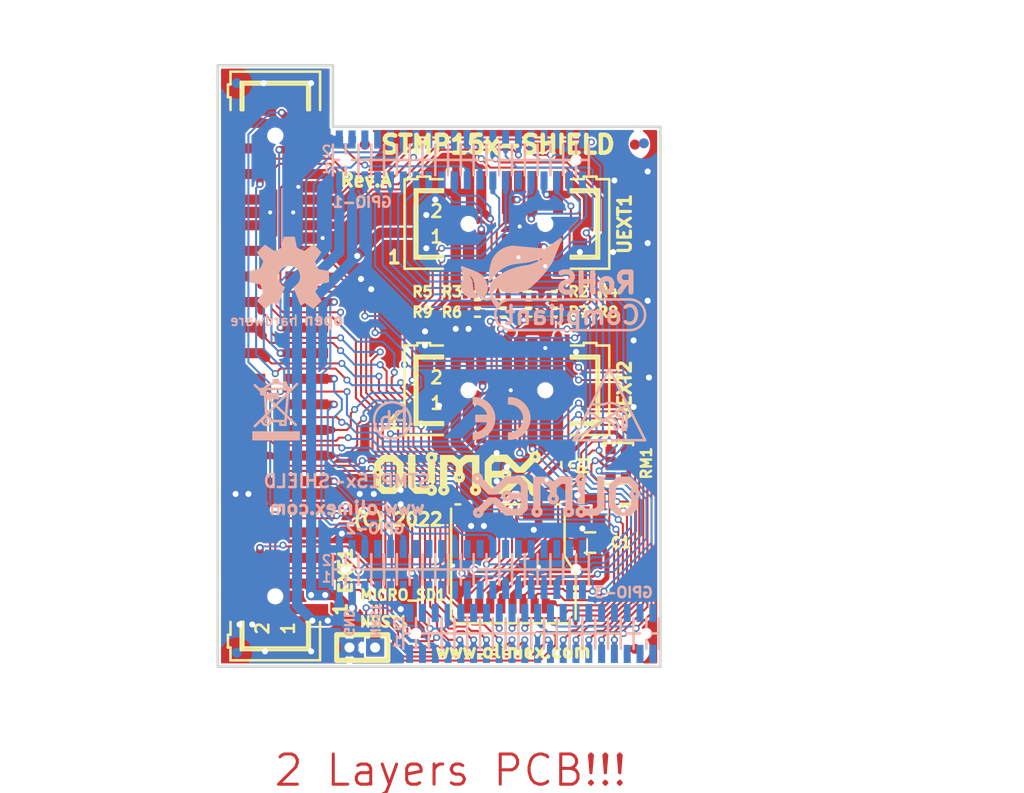
<source format=kicad_pcb>
(kicad_pcb (version 20171130) (host pcbnew 5.1.0-rc2-unknown-036be7d~80~ubuntu16.04.1)
  (title_block (title STMP15x-SHIELD) (date 2022-01-28) (rev A) (company "OLIMEX LTD, Bulgaria") (comment 1 "<c> 2022"))
  (layers (0 F.Cu signal) (31 B.Cu signal) (34 B.Paste user) (35 F.Paste user hide) (36 B.SilkS user) (37 F.SilkS user hide) (38 B.Mask user) (39 F.Mask user hide) (44 Edge.Cuts user))
  (net 0 "")
  (net 1 +5V)
  (net 2 GND)
  (net 3 +3V3)
  (net 4 "Net-(GPIO-2-Pad40)")
  (net 5 "Net-(GPIO-2-Pad39)")
  (net 6 "Net-(GPIO-2-Pad38)")
  (net 7 "Net-(GPIO-2-Pad37)")
  (net 8 "Net-(GPIO-2-Pad36)")
  (net 9 "Net-(GPIO-2-Pad5)")
  (net 10 "Net-(GPIO-2-Pad7)")
  (net 11 "Net-(GPIO-2-Pad9)")
  (net 12 "Net-(GPIO-3-Pad6)")
  (net 13 "Net-(GPIO-3-Pad4)")
  (net 14 "Net-(GPIO-3-Pad35)")
  (net 15 "Net-(GPIO-3-Pad36)")
  (net 16 "Net-(GPIO-3-Pad37)")
  (net 17 "Net-(GPIO-3-Pad38)")
  (net 18 "Net-(GPIO-3-Pad39)")
  (net 19 "Net-(GPIO-3-Pad40)")
  (net 20 "Net-(FID1-PadFid1)")
  (net 21 "Net-(FID2-PadFid1)")
  (net 22 "Net-(FID3-PadFid1)")
  (net 23 "Net-(FID4-PadFid1)")
  (net 24 "Net-(FID5-PadFid1)")
  (net 25 "Net-(FID6-PadFid1)")
  (net 26 "Net-(GPIO-2-Pad34)")
  (net 27 "Net-(GPIO-1-Pad16)")
  (net 28 "Net-(GPIO-1-Pad14)")
  (net 29 "Net-(GPIO-1-Pad8)")
  (net 30 "Net-(GPIO-1-Pad6)")
  (net 31 "Net-(GPIO-1-Pad22)")
  (net 32 "Net-(GPIO-1-Pad24)")
  (net 33 "Net-(GPIO-1-Pad29)")
  (net 34 "Net-(GPIO-1-Pad34)")
  (net 35 "Net-(GPIO-1-Pad36)")
  (net 36 "Net-(GPIO-2-Pad32)")
  (net 37 "Net-(GPIO-2-Pad30)")
  (net 38 "Net-(GPIO-2-Pad28)")
  (net 39 "Net-(GPIO-2-Pad25)")
  (net 40 "Net-(GPIO-2-Pad24)")
  (net 41 "Net-(GPIO-2-Pad23)")
  (net 42 "Net-(GPIO-2-Pad22)")
  (net 43 "Net-(GPIO-2-Pad21)")
  (net 44 "Net-(GPIO-2-Pad8)")
  (net 45 "Net-(GPIO-2-Pad11)")
  (net 46 "Net-(GPIO-2-Pad14)")
  (net 47 "Net-(GPIO-2-Pad15)")
  (net 48 "Net-(GPIO-2-Pad16)")
  (net 49 "Net-(GPIO-2-Pad17)")
  (net 50 "Net-(GPIO-2-Pad19)")
  (net 51 "Net-(GPIO-3-Pad14)")
  (net 52 "Net-(GPIO-3-Pad12)")
  (net 53 "Net-(GPIO-3-Pad10)")
  (net 54 "Net-(GPIO-3-Pad26)")
  (net 55 "Net-(GPIO-3-Pad28)")
  (net 56 "Net-(GPIO-3-Pad30)")
  (net 57 "Net-(GPIO-3-Pad32)")
  (net 58 "Net-(GPIO-3-Pad34)")
  (net 59 "Net-(GPIO-2-Pad4)")
  (net 60 "/PH11\\I2C1(4)_SCL")
  (net 61 /PD14\NAND-DQ0\UART8_CTS)
  (net 62 "/PH12\\I2C1(4)_SDA")
  (net 63 /PD15\NAND-DQ1\UART8_CTS)
  (net 64 "/PB7\\I2C1(4)_SDA\\USART1_RX")
  (net 65 "/PD0\\NAND-DQ2\\I2C5(6)_SDA\\UART4_RX\\CAN1_RX")
  (net 66 "/PB8\\I2C1(4)_SCL\\UART4_RX")
  (net 67 "/PD1\\NAND-DQ3\\I2C5(6)_SCL\\UART4_TX\\CAN1_TX")
  (net 68 /PB10\USART3_TX\I2C2_SCL\SPI2_SCK)
  (net 69 /PE7\NAND-DQ4\UART7_RX)
  (net 70 /PB12\USART3_RX\UART5_RX\SPI2_NSS\CAN2_RX)
  (net 71 /PE8\NAND-DQ5\UART7_TX)
  (net 72 /PB13\SPI2_SCK\USART3_CTS\UART5_TX\CAN2_TX)
  (net 73 /PE9\NAND-DQ6\UART7_RTS)
  (net 74 /PC3\SPI2_MOSI)
  (net 75 /PE10\NAND-DQ7\UART7_CTS)
  (net 76 /PG12\SPI6_MISO\USART6_RTS)
  (net 77 /PD5\NAND-WE\USART2_TX)
  (net 78 "/PA4\\SPI1(3)(6)_NSS")
  (net 79 /PD6\NAND-RB\SPI3_MOSI\USART2_RX)
  (net 80 "/PA5\\SPI1(6)_SCK")
  (net 81 /PD4\NAND-RE\USART2_RTS)
  (net 82 "/PA6\\SPI1(6)_MISO")
  (net 83 "/PD12\\NAND-ALE\\I2C1(4)_SCL\\USART3_RTS")
  (net 84 "/PB5\\SPDIF_TX\\SPI1(3)(6)_MOSI\\UART5_RX\\CAN2_RX")
  (net 85 /PD11\NAND-CLE\USART3_CTS)
  (net 86 /PH5\I2C2_SDA\SPI5_NSS)
  (net 87 /PG9\NAND-CE\USART6_RX)
  (net 88 /PH6\SPI5_SCK)
  (net 89 /PE15\USART2_CTS\UART8_CTS)
  (net 90 /PH7\I2C3_SCL\SPI5_MISO)
  (net 91 /PG7\UART8_RTS)
  (net 92 /PF11\SPI5_MOSI)
  (net 93 /PI10\USART3_CTS)
  (net 94 /PH8\I2C3_SDA)
  (net 95 "/PG8\\USART3(6)_RTS\\SPI6_NSS")
  (net 96 /PE13\SPI4_MISO)
  (net 97 /PE14\SPI4_MOSI\UART8_RTS)
  (net 98 /PE12\SPI4_SCK)
  (net 99 /PE11\SPI4_NSS)
  (net 100 /PH4\I2C2_SCL)
  (net 101 "/PZ1\\I2C2(4)(5)(6)_SDA\\USART1_RX\\SPI1(6)_MISO")
  (net 102 "/PZ7\\I2C2(6)_SDA\\USART1_TX")
  (net 103 "/PZ6\\I2C2(6)_SCL\\USART1_RX")
  (net 104 /PF1\SDMMC3_CMD)
  (net 105 /PG15\SDMMC3_CK)
  (net 106 /PF0\SDMMC3_D0)
  (net 107 /PF4\SDMMC3_D1)
  (net 108 /PF5\SDMMC3_D2)
  (net 109 /PD7\SDMMC3_D3)
  (net 110 /PD8\USART3_TX)
  (net 111 /PD9\USART3_RX)
  (net 112 /PE1\UART8_TX)
  (net 113 /PI2\SPI2_MISO)
  (net 114 /PI3\SPI2_MOSI)
  (net 115 /PI1\SPI2_SCK)
  (net 116 /PI0\SPI2_NSS)
  (net 117 /NRST)
  (net 118 /PE0\UART8_RX\SPI3_SCK)
  (net 119 "Net-(GPIO-1-Pad18)")
  (net 120 "Net-(C1-Pad1)")
  (module "OLIMEX_Connectors-FP:GPCB127SMT-02X20(YA-V36P-2X20-LF)" (layer B.Cu) (at 146.685 98.425)
    (fp_text reference GPIO-3 (at 9.144 -4.064) (layer B.SilkS) (effects (font (size 1.016 1.016) (thickness 0.254)) (justify mirror)))
    (fp_text value YA-V36P-2X20-LF)
    (fp_text user 1 (at -13.335 0.762) (layer B.SilkS) (effects (font (thickness 0.2)) (justify mirror)))
    (fp_text user 2 (at -13.335 -0.889) (layer B.SilkS) (effects (font (thickness 0.2)) (justify mirror)))
    (pad "" np_thru_hole circle (at -11.43 0 270) (size 0.7 0.7) (drill 0.7) (layers *.Cu *.Mask))
    (pad 20 smd rect (at -0.635 -2.032 270) (size 1.8 0.7) (layers B.Cu B.Mask) (net 74 /PC3\SPI2_MOSI))
    (pad 19 smd rect (at -0.635 2.032 270) (size 1.8 0.7) (layers B.Cu B.Paste B.Mask) (net 61 /PD14\NAND-DQ0\UART8_CTS))
    (pad 18 smd rect (at -1.905 -2.032 270) (size 1.8 0.7) (layers B.Cu B.Mask) (net 72 /PB13\SPI2_SCK\USART3_CTS\UART5_TX\CAN2_TX))
    (pad 17 smd rect (at -1.905 2.032 270) (size 1.8 0.7) (layers B.Cu B.Paste B.Mask) (net 83 "/PD12\\NAND-ALE\\I2C1(4)_SCL\\USART3_RTS"))
    (pad 16 smd rect (at -3.175 -2.032 270) (size 1.8 0.7) (layers B.Cu B.Mask) (net 92 /PF11\SPI5_MOSI))
    (pad 15 smd rect (at -3.175 2.032 270) (size 1.8 0.7) (layers B.Cu B.Paste B.Mask) (net 85 /PD11\NAND-CLE\USART3_CTS))
    (pad 14 smd rect (at -4.445 -2.032 270) (size 1.8 0.7) (layers B.Cu B.Mask) (net 51 "Net-(GPIO-3-Pad14)"))
    (pad 13 smd rect (at -4.445 2.032 270) (size 1.8 0.7) (layers B.Cu B.Paste B.Mask) (net 79 /PD6\NAND-RB\SPI3_MOSI\USART2_RX))
    (pad 12 smd rect (at -5.715 -2.032 90) (size 1.8 0.7) (layers B.Cu B.Mask) (net 52 "Net-(GPIO-3-Pad12)"))
    (pad 11 smd rect (at -5.715 2.032 90) (size 1.8 0.7) (layers B.Cu B.Paste B.Mask) (net 77 /PD5\NAND-WE\USART2_TX))
    (pad 10 smd rect (at -6.985 -2.032 90) (size 1.8 0.7) (layers B.Cu B.Mask) (net 53 "Net-(GPIO-3-Pad10)"))
    (pad 9 smd rect (at -6.985 2.032 90) (size 1.8 0.7) (layers B.Cu B.Paste B.Mask) (net 81 /PD4\NAND-RE\USART2_RTS))
    (pad 8 smd rect (at -8.255 -2.032 90) (size 1.8 0.7) (layers B.Cu B.Mask) (net 118 /PE0\UART8_RX\SPI3_SCK))
    (pad 7 smd rect (at -8.255 2.032 90) (size 1.8 0.7) (layers B.Cu B.Paste B.Mask) (net 87 /PG9\NAND-CE\USART6_RX))
    (pad 6 smd rect (at -9.525 -2.032 90) (size 1.8 0.7) (layers B.Cu B.Mask) (net 12 "Net-(GPIO-3-Pad6)"))
    (pad 5 smd rect (at -9.525 2.032 90) (size 1.8 0.7) (layers B.Cu B.Paste B.Mask) (net 117 /NRST))
    (pad 4 smd rect (at -10.795 -2.032 90) (size 1.8 0.7) (layers B.Cu B.Mask) (net 13 "Net-(GPIO-3-Pad4)"))
    (pad 3 smd rect (at -10.795 2.032 90) (size 1.8 0.7) (layers B.Cu B.Paste B.Mask) (net 3 +3V3))
    (pad 2 smd rect (at -12.065 -2.032 90) (size 1.8 0.7) (layers B.Cu B.Mask) (net 2 GND))
    (pad 1 smd rect (at -12.065 2.032 90) (size 1.8 0.7) (layers B.Cu B.Paste B.Mask) (net 1 +5V))
    (pad 21 smd rect (at 0.635 2.032 90) (size 1.8 0.7) (layers B.Cu B.Paste B.Mask) (net 63 /PD15\NAND-DQ1\UART8_CTS))
    (pad 22 smd rect (at 0.635 -2.032 90) (size 1.8 0.7) (layers B.Cu B.Mask) (net 76 /PG12\SPI6_MISO\USART6_RTS))
    (pad 23 smd rect (at 1.905 2.032 90) (size 1.8 0.7) (layers B.Cu B.Paste B.Mask) (net 65 "/PD0\\NAND-DQ2\\I2C5(6)_SDA\\UART4_RX\\CAN1_RX"))
    (pad 24 smd rect (at 1.905 -2.032 90) (size 1.8 0.7) (layers B.Cu B.Mask) (net 84 "/PB5\\SPDIF_TX\\SPI1(3)(6)_MOSI\\UART5_RX\\CAN2_RX"))
    (pad 25 smd rect (at 3.175 2.032 90) (size 1.8 0.7) (layers B.Cu B.Paste B.Mask) (net 67 "/PD1\\NAND-DQ3\\I2C5(6)_SCL\\UART4_TX\\CAN1_TX"))
    (pad 26 smd rect (at 3.175 -2.032 90) (size 1.8 0.7) (layers B.Cu B.Mask) (net 54 "Net-(GPIO-3-Pad26)"))
    (pad 27 smd rect (at 4.445 2.032 90) (size 1.8 0.7) (layers B.Cu B.Paste B.Mask) (net 69 /PE7\NAND-DQ4\UART7_RX))
    (pad 28 smd rect (at 4.445 -2.032 90) (size 1.8 0.7) (layers B.Cu B.Mask) (net 55 "Net-(GPIO-3-Pad28)"))
    (pad 29 smd rect (at 5.715 2.032 90) (size 1.8 0.7) (layers B.Cu B.Paste B.Mask) (net 71 /PE8\NAND-DQ5\UART7_TX))
    (pad 30 smd rect (at 5.715 -2.032 90) (size 1.8 0.7) (layers B.Cu B.Mask) (net 56 "Net-(GPIO-3-Pad30)"))
    (pad 31 smd rect (at 6.985 2.032 90) (size 1.8 0.7) (layers B.Cu B.Paste B.Mask) (net 73 /PE9\NAND-DQ6\UART7_RTS))
    (pad 32 smd rect (at 6.985 -2.032 90) (size 1.8 0.7) (layers B.Cu B.Mask) (net 57 "Net-(GPIO-3-Pad32)"))
    (pad 33 smd rect (at 8.255 2.032 270) (size 1.8 0.7) (layers B.Cu B.Paste B.Mask) (net 75 /PE10\NAND-DQ7\UART7_CTS))
    (pad 34 smd rect (at 8.255 -2.032 270) (size 1.8 0.7) (layers B.Cu B.Mask) (net 58 "Net-(GPIO-3-Pad34)"))
    (pad 35 smd rect (at 9.525 2.032 270) (size 1.8 0.7) (layers B.Cu B.Paste B.Mask) (net 14 "Net-(GPIO-3-Pad35)"))
    (pad 36 smd rect (at 9.525 -2.032 270) (size 1.8 0.7) (layers B.Cu B.Mask) (net 15 "Net-(GPIO-3-Pad36)"))
    (pad 37 smd rect (at 10.795 2.032 270) (size 1.8 0.7) (layers B.Cu B.Paste B.Mask) (net 16 "Net-(GPIO-3-Pad37)"))
    (pad 38 smd rect (at 10.795 -2.032 270) (size 1.8 0.7) (layers B.Cu B.Mask) (net 17 "Net-(GPIO-3-Pad38)"))
    (pad 39 smd rect (at 12.065 2.032 270) (size 1.8 0.7) (layers B.Cu B.Paste B.Mask) (net 18 "Net-(GPIO-3-Pad39)"))
    (pad 40 smd rect (at 12.065 -2.032 270) (size 1.8 0.7) (layers B.Cu B.Mask) (net 19 "Net-(GPIO-3-Pad40)"))
    (pad "" np_thru_hole circle (at 11.43 0 270) (size 0.7 0.7) (drill 0.7) (layers *.Cu *.Mask))
  )
  (module OLIMEX_LOGOs-FP:OLIMEX_LOGO_TB (layer B.Cu) (at 148.971 84.709 180)
    (fp_text reference Logo_Olimex_2 hide)
    (fp_text value "" hide)
  )
  (module OLIMEX_LOGOs-FP:LOGO_ROHS_1 (layer B.Cu) (at 156.972 67.691 180)
    (fp_text reference Sign_RoHS hide)
    (fp_text value "" hide)
    (fp_text user Compliant (at 6.20014 0.8382 180) (layer B.SilkS) (effects (font (size 1.778 1.778) (thickness 0.35)) (justify mirror)))
    (fp_text user RoHS (at 3.81508 4.04368 180) (layer B.SilkS) (effects (font (size 2 2) (thickness 0.5)) (justify mirror)))
  )
  (module OLIMEX_LOGOs-FP:CE_Sign (layer B.Cu) (at 142.748 77.089 180)
    (fp_text reference Sign_CE hide)
    (fp_text value "" hide)
  )
  (module OLIMEX_LOGOs-FP:OLIMEX_LOGO_TB (layer F.Cu) (at 139.446 82.55)
    (fp_text reference Logo_Olimex_1 hide)
    (fp_text value "" hide)
  )
  (module OLIMEX_LOGOs-FP:LOGO_RECYCLEBIN_1 (layer B.Cu) (at 123.698 79.248 180)
    (fp_text reference Sign_RecycleBin hide)
    (fp_text value "" hide)
  )
  (module OLIMEX_LOGOs-FP:LOGO_PBFREE (layer B.Cu) (at 133.096 76.962)
    (fp_text reference Sign_PB-Free)
    (fp_text value "")
    (fp_text user Pb (at -0.08636 0.33528) (layer B.SilkS) (effects (font (size 1.7 1.5) (thickness 0.254)) (justify mirror)))
  )
  (module OLIMEX_LOGOs-FP:LOGO_OPENHARDWARE_8x8 (layer B.Cu) (at 122.682 63.119 180)
    (fp_text reference Logo_OSHW hide)
    (fp_text value "" hide)
    (fp_text user open (at -3.40106 -4.17576) (layer B.SilkS) (effects (font (size 1.1 1.1) (thickness 0.254)) (justify mirror)))
    (fp_text user hardware (at 2.51206 -4.2672) (layer B.SilkS) (effects (font (thickness 0.18)) (justify mirror)))
  )
  (module OLIMEX_LOGOs-FP:LOGO_ANTISTATIC_1 (layer B.Cu) (at 157.988 79.248 180)
    (fp_text reference Sign_Antistatic hide)
    (fp_text value "" hide)
  )
  (module OLIMEX_Other-FP:Fiducial1x3 (layer F.Cu) (at 156.972 99.949)
    (fp_text reference FID1 hide)
    (fp_text value Fiducial hide)
    (pad Fid1 connect circle (at 0 0) (size 1 1) (layers F.Cu F.Mask) (net 20 "Net-(FID1-PadFid1)") (clearance 1.016))
  )
  (module OLIMEX_Other-FP:Fiducial1x3 (layer F.Cu) (at 130.175 49.911)
    (fp_text reference FID2 hide)
    (fp_text value Fiducial hide)
    (pad Fid1 connect circle (at 0 0) (size 1 1) (layers F.Cu F.Mask) (net 21 "Net-(FID2-PadFid1)") (clearance 1.016))
  )
  (module OLIMEX_Other-FP:Fiducial1x3 (layer F.Cu) (at 156.972 49.911)
    (fp_text reference FID3 hide)
    (fp_text value Fiducial hide)
    (pad Fid1 connect circle (at 0 0) (size 1 1) (layers F.Cu F.Mask) (net 22 "Net-(FID3-PadFid1)") (clearance 1.016))
  )
  (module OLIMEX_Other-FP:Fiducial1x3 (layer B.Cu) (at 117.475 100.33)
    (fp_text reference FID4 hide)
    (fp_text value Fiducial hide)
    (pad Fid1 connect circle (at 0 0) (size 1 1) (layers B.Cu B.Mask) (net 23 "Net-(FID4-PadFid1)") (clearance 1.016))
  )
  (module OLIMEX_Other-FP:Fiducial1x3 (layer B.Cu) (at 117.475 43.815)
    (fp_text reference FID5 hide)
    (fp_text value Fiducial hide)
    (pad Fid1 connect circle (at 0 0) (size 1 1) (layers B.Cu B.Mask) (net 24 "Net-(FID5-PadFid1)") (clearance 1.016))
  )
  (module OLIMEX_Other-FP:Fiducial1x3 (layer B.Cu) (at 157.861 49.784)
    (fp_text reference FID6 hide)
    (fp_text value Fiducial hide)
    (pad Fid1 connect circle (at 0 0) (size 1 1) (layers B.Cu B.Mask) (net 25 "Net-(FID6-PadFid1)") (clearance 1.016))
  )
  (module OLIMEX_RLC-FP:C_0805_5MIL_DWS (layer F.Cu) (at 152.527 89.408 180)
    (fp_text reference C1 (at -3.048 0) (layer F.SilkS) (effects (font (size 1.016 1.016) (thickness 0.254))))
    (fp_text value 47uF/6.3V/20%/X5R/C0805)
    (pad 2 smd rect (at 1.016 0 270) (size 1.524 1.27) (layers F.Cu F.Paste F.Mask) (net 2 GND))
    (pad 1 smd rect (at -1.016 0 270) (size 1.524 1.27) (layers F.Cu F.Paste F.Mask) (net 120 "Net-(C1-Pad1)"))
  )
  (module OLIMEX_Connectors-FP:GBH-254-SMT-40 (layer F.Cu) (at 121.285 71.882 90)
    (fp_text reference EXT1 (at -20.32 6.985 90) (layer F.SilkS) (effects (font (size 1.27 1.27) (thickness 0.3175))))
    (fp_text value P-B-V-40-LF)
    (fp_text user 2 (at -26.035 -1.27 90) (layer F.SilkS) (effects (font (size 1.27 1.27) (thickness 0.254))))
    (fp_text user 1 (at -26.035 1.27 90) (layer F.SilkS) (effects (font (size 1.27 1.27) (thickness 0.254))))
    (pad "" np_thru_hole circle (at 22.86 0 90) (size 1.2 1.2) (drill 1.2) (layers *.Cu *.Mask))
    (pad "" np_thru_hole circle (at -22.86 0 90) (size 1.2 1.2) (drill 1.2) (layers *.Cu *.Mask))
    (pad 40 smd rect (at 24.13 -3.125 180) (size 4.25 1) (layers F.Cu F.Mask) (net 95 "/PG8\\USART3(6)_RTS\\SPI6_NSS"))
    (pad 39 smd rect (at 24.13 3.125) (size 4.25 1) (layers F.Cu F.Mask) (net 94 /PH8\I2C3_SDA))
    (pad 38 smd rect (at 21.59 -3.125 180) (size 4.25 1) (layers F.Cu F.Mask) (net 93 /PI10\USART3_CTS))
    (pad 37 smd rect (at 21.59 3.125) (size 4.25 1) (layers F.Cu F.Mask) (net 92 /PF11\SPI5_MOSI))
    (pad 36 smd rect (at 19.05 -3.125 180) (size 4.25 1) (layers F.Cu F.Mask) (net 91 /PG7\UART8_RTS))
    (pad 35 smd rect (at 19.05 3.125) (size 4.25 1) (layers F.Cu F.Mask) (net 90 /PH7\I2C3_SCL\SPI5_MISO))
    (pad 34 smd rect (at 16.51 -3.125 180) (size 4.25 1) (layers F.Cu F.Mask) (net 89 /PE15\USART2_CTS\UART8_CTS))
    (pad 33 smd rect (at 16.51 3.125) (size 4.25 1) (layers F.Cu F.Mask) (net 88 /PH6\SPI5_SCK))
    (pad 32 smd rect (at 13.97 -3.125 180) (size 4.25 1) (layers F.Cu F.Mask) (net 87 /PG9\NAND-CE\USART6_RX))
    (pad 31 smd rect (at 13.97 3.125) (size 4.25 1) (layers F.Cu F.Mask) (net 86 /PH5\I2C2_SDA\SPI5_NSS))
    (pad 30 smd rect (at 11.43 -3.125 180) (size 4.25 1) (layers F.Cu F.Mask) (net 85 /PD11\NAND-CLE\USART3_CTS))
    (pad 29 smd rect (at 11.43 3.125) (size 4.25 1) (layers F.Cu F.Mask) (net 76 /PG12\SPI6_MISO\USART6_RTS))
    (pad 28 smd rect (at 8.89 -3.125 180) (size 4.25 1) (layers F.Cu F.Mask) (net 83 "/PD12\\NAND-ALE\\I2C1(4)_SCL\\USART3_RTS"))
    (pad 27 smd rect (at 8.89 3.125) (size 4.25 1) (layers F.Cu F.Mask) (net 84 "/PB5\\SPDIF_TX\\SPI1(3)(6)_MOSI\\UART5_RX\\CAN2_RX"))
    (pad 26 smd rect (at 6.35 -3.125 180) (size 4.25 1) (layers F.Cu F.Mask) (net 81 /PD4\NAND-RE\USART2_RTS))
    (pad 25 smd rect (at 6.35 3.125) (size 4.25 1) (layers F.Cu F.Mask) (net 82 "/PA6\\SPI1(6)_MISO"))
    (pad 24 smd rect (at 3.81 -3.125 180) (size 4.25 1) (layers F.Cu F.Mask) (net 79 /PD6\NAND-RB\SPI3_MOSI\USART2_RX))
    (pad 23 smd rect (at 3.81 3.125) (size 4.25 1) (layers F.Cu F.Mask) (net 80 "/PA5\\SPI1(6)_SCK"))
    (pad 22 smd rect (at 1.27 -3.125 180) (size 4.25 1) (layers F.Cu F.Mask) (net 77 /PD5\NAND-WE\USART2_TX))
    (pad 21 smd rect (at 1.27 3.125) (size 4.25 1) (layers F.Cu F.Mask) (net 78 "/PA4\\SPI1(3)(6)_NSS"))
    (pad 20 smd rect (at -1.27 -3.125 180) (size 4.25 1) (layers F.Cu F.Mask) (net 75 /PE10\NAND-DQ7\UART7_CTS))
    (pad 19 smd rect (at -1.27 3.125 180) (size 4.25 1) (layers F.Cu F.Mask) (net 74 /PC3\SPI2_MOSI))
    (pad 18 smd rect (at -3.81 -3.125 180) (size 4.25 1) (layers F.Cu F.Mask) (net 73 /PE9\NAND-DQ6\UART7_RTS))
    (pad 17 smd rect (at -3.81 3.125 180) (size 4.25 1) (layers F.Cu F.Mask) (net 72 /PB13\SPI2_SCK\USART3_CTS\UART5_TX\CAN2_TX))
    (pad 16 smd rect (at -6.35 -3.125 180) (size 4.25 1) (layers F.Cu F.Mask) (net 71 /PE8\NAND-DQ5\UART7_TX))
    (pad 15 smd rect (at -6.35 3.125 180) (size 4.25 1) (layers F.Cu F.Mask) (net 70 /PB12\USART3_RX\UART5_RX\SPI2_NSS\CAN2_RX))
    (pad 14 smd rect (at -8.89 -3.125 180) (size 4.25 1) (layers F.Cu F.Mask) (net 69 /PE7\NAND-DQ4\UART7_RX))
    (pad 13 smd rect (at -8.89 3.125 180) (size 4.25 1) (layers F.Cu F.Mask) (net 68 /PB10\USART3_TX\I2C2_SCL\SPI2_SCK))
    (pad 12 smd rect (at -11.43 -3.125 180) (size 4.25 1) (layers F.Cu F.Mask) (net 67 "/PD1\\NAND-DQ3\\I2C5(6)_SCL\\UART4_TX\\CAN1_TX"))
    (pad 11 smd rect (at -11.43 3.125 180) (size 4.25 1) (layers F.Cu F.Mask) (net 66 "/PB8\\I2C1(4)_SCL\\UART4_RX"))
    (pad 10 smd rect (at -13.97 -3.125 180) (size 4.25 1) (layers F.Cu F.Mask) (net 65 "/PD0\\NAND-DQ2\\I2C5(6)_SDA\\UART4_RX\\CAN1_RX"))
    (pad 9 smd rect (at -13.97 3.125 180) (size 4.25 1) (layers F.Cu F.Mask) (net 64 "/PB7\\I2C1(4)_SDA\\USART1_RX"))
    (pad 8 smd rect (at -16.51 -3.125 180) (size 4.25 1) (layers F.Cu F.Mask) (net 63 /PD15\NAND-DQ1\UART8_CTS))
    (pad 7 smd rect (at -16.51 3.125 180) (size 4.25 1) (layers F.Cu F.Mask) (net 62 "/PH12\\I2C1(4)_SDA"))
    (pad 6 smd rect (at -19.05 -3.125 180) (size 4.25 1) (layers F.Cu F.Mask) (net 61 /PD14\NAND-DQ0\UART8_CTS))
    (pad 5 smd rect (at -19.05 3.125 180) (size 4.25 1) (layers F.Cu F.Mask) (net 60 "/PH11\\I2C1(4)_SCL"))
    (pad 4 smd rect (at -21.59 -3.125 180) (size 4.25 1) (layers F.Cu F.Mask) (net 2 GND))
    (pad 3 smd rect (at -21.59 3.125 180) (size 4.25 1) (layers F.Cu F.Mask) (net 3 +3V3))
    (pad 2 smd rect (at -24.13 -3.125 180) (size 4.25 1) (layers F.Cu F.Mask) (net 2 GND))
    (pad 1 smd rect (at -24.13 3.125 180) (size 4.25 1) (layers F.Cu F.Mask) (net 1 +5V))
  )
  (module OLIMEX_RLC-FP:L_0805_5MIL_DWS (layer F.Cu) (at 153.416 86.36 270)
    (fp_text reference L1 (at -0.381 -2.667 270) (layer F.SilkS) (effects (font (size 1.016 1.016) (thickness 0.254))))
    (fp_text value FB0805/600R/2A)
    (pad 1 smd rect (at -1.016 0 270) (size 1.524 1.27) (layers F.Cu F.Paste F.Mask) (net 3 +3V3) (clearance 0.0508))
    (pad 2 smd rect (at 1.016 0 270) (size 1.524 1.27) (layers F.Cu F.Paste F.Mask) (net 120 "Net-(C1-Pad1)") (clearance 0.0508))
  )
  (module OLIMEX_Jumpers-FP:HN1x2_Jumper (layer F.Cu) (at 129.921 99.822 180)
    (fp_text reference NRST1 (at -2.159 2.54 180) (layer F.SilkS) (effects (font (size 1.016 1.016) (thickness 0.254))))
    (fp_text value "NA(HN1x2)" hide)
    (pad 2 thru_hole circle (at 1.27 0 270) (size 1.8 1.8) (drill 1) (layers *.Cu *.Mask) (net 2 GND))
    (pad 1 thru_hole rect (at -1.27 0 270) (size 1.8 1.8) (drill 1) (layers *.Cu *.Mask) (net 117 /NRST))
  )
  (module OLIMEX_RLC-FP:R_0402_5MIL_DWS (layer F.Cu) (at 150.114 81.661 90)
    (fp_text reference R1 (at 0 1.778 90) (layer F.SilkS) (effects (font (size 1.016 1.016) (thickness 0.254))))
    (fp_text value 10k/R0402)
    (pad 2 smd rect (at 0.508 0 90) (size 0.5 0.55) (layers F.Cu F.Paste F.Mask) (net 3 +3V3))
    (pad 1 smd rect (at -0.508 0 270) (size 0.5 0.55) (layers F.Cu F.Paste F.Mask) (net 104 /PF1\SDMMC3_CMD))
  )
  (module OLIMEX_RLC-FP:R_0402_5MIL_DWS (layer F.Cu) (at 146.431 64.897 180)
    (fp_text reference R2 (at -4.953 0.381) (layer F.SilkS) (effects (font (size 1.016 1.016) (thickness 0.254))))
    (fp_text value "NA(2.2k/R0402)")
    (pad 2 smd rect (at 0.508 0 180) (size 0.5 0.55) (layers F.Cu F.Paste F.Mask) (net 100 /PH4\I2C2_SCL))
    (pad 1 smd rect (at -0.508 0) (size 0.5 0.55) (layers F.Cu F.Paste F.Mask) (net 3 +3V3))
  )
  (module OLIMEX_RLC-FP:R_0402_5MIL_DWS (layer F.Cu) (at 143.891 64.897 180)
    (fp_text reference R3 (at 5.08 0.381) (layer F.SilkS) (effects (font (size 1.016 1.016) (thickness 0.254))))
    (fp_text value 2.2k/R0402)
    (pad 2 smd rect (at 0.508 0 180) (size 0.5 0.55) (layers F.Cu F.Paste F.Mask) (net 101 "/PZ1\\I2C2(4)(5)(6)_SDA\\USART1_RX\\SPI1(6)_MISO"))
    (pad 1 smd rect (at -0.508 0) (size 0.5 0.55) (layers F.Cu F.Paste F.Mask) (net 3 +3V3))
  )
  (module OLIMEX_RLC-FP:R_0402_5MIL_DWS (layer F.Cu) (at 148.971 64.897)
    (fp_text reference R4 (at 5.334 -0.381 -180) (layer F.SilkS) (effects (font (size 1.016 1.016) (thickness 0.254))))
    (fp_text value 10k/R0402)
    (pad 2 smd rect (at 0.508 0) (size 0.5 0.55) (layers F.Cu F.Paste F.Mask) (net 99 /PE11\SPI4_NSS))
    (pad 1 smd rect (at -0.508 0 180) (size 0.5 0.55) (layers F.Cu F.Paste F.Mask) (net 3 +3V3))
  )
  (module OLIMEX_RLC-FP:R_0402_5MIL_DWS (layer F.Cu) (at 141.351 64.897)
    (fp_text reference R5 (at -5.461 -0.381 -180) (layer F.SilkS) (effects (font (size 1.016 1.016) (thickness 0.254))))
    (fp_text value 10k/R0402)
    (pad 1 smd rect (at -0.508 0 180) (size 0.5 0.55) (layers F.Cu F.Paste F.Mask) (net 3 +3V3))
    (pad 2 smd rect (at 0.508 0) (size 0.5 0.55) (layers F.Cu F.Paste F.Mask) (net 111 /PD9\USART3_RX))
  )
  (module OLIMEX_RLC-FP:R_0402_5MIL_DWS (layer F.Cu) (at 143.891 66.548 180)
    (fp_text reference R6 (at 5.08 0) (layer F.SilkS) (effects (font (size 1.016 1.016) (thickness 0.254))))
    (fp_text value 2.2k/R0402)
    (pad 2 smd rect (at 0.508 0 180) (size 0.5 0.55) (layers F.Cu F.Paste F.Mask) (net 103 "/PZ6\\I2C2(6)_SCL\\USART1_RX"))
    (pad 1 smd rect (at -0.508 0) (size 0.5 0.55) (layers F.Cu F.Paste F.Mask) (net 3 +3V3))
  )
  (module OLIMEX_RLC-FP:R_0402_5MIL_DWS (layer F.Cu) (at 146.431 66.548 180)
    (fp_text reference R7 (at -4.953 0) (layer F.SilkS) (effects (font (size 1.016 1.016) (thickness 0.254))))
    (fp_text value 2.2k/R0402)
    (pad 2 smd rect (at 0.508 0 180) (size 0.5 0.55) (layers F.Cu F.Paste F.Mask) (net 102 "/PZ7\\I2C2(6)_SDA\\USART1_TX"))
    (pad 1 smd rect (at -0.508 0) (size 0.5 0.55) (layers F.Cu F.Paste F.Mask) (net 3 +3V3))
  )
  (module OLIMEX_RLC-FP:R_0402_5MIL_DWS (layer F.Cu) (at 148.971 66.548)
    (fp_text reference R8 (at 5.334 0 -180) (layer F.SilkS) (effects (font (size 1.016 1.016) (thickness 0.254))))
    (fp_text value 10k/R0402)
    (pad 2 smd rect (at 0.508 0) (size 0.5 0.55) (layers F.Cu F.Paste F.Mask) (net 116 /PI0\SPI2_NSS))
    (pad 1 smd rect (at -0.508 0 180) (size 0.5 0.55) (layers F.Cu F.Paste F.Mask) (net 3 +3V3))
  )
  (module OLIMEX_RLC-FP:R_0402_5MIL_DWS (layer F.Cu) (at 141.351 66.548)
    (fp_text reference R9 (at -5.461 0 -180) (layer F.SilkS) (effects (font (size 1.016 1.016) (thickness 0.254))))
    (fp_text value 10k/R0402)
    (pad 2 smd rect (at 0.508 0) (size 0.5 0.55) (layers F.Cu F.Paste F.Mask) (net 118 /PE0\UART8_RX\SPI3_SCK))
    (pad 1 smd rect (at -0.508 0 180) (size 0.5 0.55) (layers F.Cu F.Paste F.Mask) (net 3 +3V3))
  )
  (module "OLIMEX_RLC-FP:RA1206_(4X0603)_4B8_xx" (layer F.Cu) (at 155.321 81.534 90)
    (fp_text reference RM1 (at 0 2.794 270) (layer F.SilkS) (effects (font (size 1.016 1.016) (thickness 0.254))))
    (fp_text value "RA1206_(4x0603)_4B8_100k")
    (pad 3.1 smd rect (at 0.381 0.762 90) (size 0.508 1.016) (layers F.Cu F.Paste F.Mask) (net 3 +3V3) (clearance 0.0508))
    (pad 2.1 smd rect (at -0.381 0.762 90) (size 0.508 1.016) (layers F.Cu F.Paste F.Mask) (net 3 +3V3) (clearance 0.0508))
    (pad 3.2 smd rect (at 0.381 -0.762 90) (size 0.508 1.016) (layers F.Cu F.Paste F.Mask) (net 106 /PF0\SDMMC3_D0) (clearance 0.0508))
    (pad 2.2 smd rect (at -0.381 -0.762 90) (size 0.508 1.016) (layers F.Cu F.Paste F.Mask) (net 108 /PF5\SDMMC3_D2) (clearance 0.0508))
    (pad 4.1 smd rect (at 1.27 0.762 90) (size 0.762 1.016) (layers F.Cu F.Paste F.Mask) (net 3 +3V3) (clearance 0.0508))
    (pad 4.2 smd rect (at 1.27 -0.762 90) (size 0.762 1.016) (layers F.Cu F.Paste F.Mask) (net 107 /PF4\SDMMC3_D1) (clearance 0.0508))
    (pad 1.1 smd rect (at -1.27 0.762 90) (size 0.762 1.016) (layers F.Cu F.Paste F.Mask) (net 3 +3V3) (clearance 0.0508))
    (pad 1.2 smd rect (at -1.27 -0.762 90) (size 0.762 1.016) (layers F.Cu F.Paste F.Mask) (net 109 /PD7\SDMMC3_D3) (clearance 0.0508))
  )
  (module OLIMEX_Connectors-FP:GBH-254-SMT-10 (layer F.Cu) (at 144.272 57.785)
    (fp_text reference UEXT1 (at 11.684 0 90) (layer F.SilkS) (effects (font (size 1.27 1.27) (thickness 0.3175))))
    (fp_text value P-B-V-10-LF)
    (fp_text user 1 (at -6.985 1.27) (layer F.SilkS) (effects (font (size 1.27 1.27) (thickness 0.254))))
    (fp_text user 2 (at -6.985 -1.27) (layer F.SilkS) (effects (font (size 1.27 1.27) (thickness 0.254))))
    (pad "" np_thru_hole circle (at 3.81 0) (size 1.2 1.2) (drill 1.2) (layers *.Cu *.Mask))
    (pad 1 smd rect (at -5.08 3.125 90) (size 4.25 1) (layers F.Cu F.Mask) (net 3 +3V3))
    (pad 2 smd rect (at -5.08 -3.125 90) (size 4.25 1) (layers F.Cu F.Mask) (net 2 GND))
    (pad 3 smd rect (at -2.54 3.125 90) (size 4.25 1) (layers F.Cu F.Mask) (net 110 /PD8\USART3_TX))
    (pad 4 smd rect (at -2.54 -3.125 90) (size 4.25 1) (layers F.Cu F.Mask) (net 111 /PD9\USART3_RX))
    (pad 5 smd rect (at 0 3.125 90) (size 4.25 1) (layers F.Cu F.Mask) (net 100 /PH4\I2C2_SCL))
    (pad 6 smd rect (at 0 -3.125 90) (size 4.25 1) (layers F.Cu F.Mask) (net 101 "/PZ1\\I2C2(4)(5)(6)_SDA\\USART1_RX\\SPI1(6)_MISO"))
    (pad 7 smd rect (at 2.54 3.125 90) (size 4.25 1) (layers F.Cu F.Mask) (net 96 /PE13\SPI4_MISO))
    (pad 8 smd rect (at 2.54 -3.125 90) (size 4.25 1) (layers F.Cu F.Mask) (net 97 /PE14\SPI4_MOSI\UART8_RTS))
    (pad 9 smd rect (at 5.08 3.125 90) (size 4.25 1) (layers F.Cu F.Mask) (net 98 /PE12\SPI4_SCK))
    (pad 10 smd rect (at 5.08 -3.125 90) (size 4.25 1) (layers F.Cu F.Mask) (net 99 /PE11\SPI4_NSS))
    (pad "" np_thru_hole circle (at -3.81 0) (size 1.2 1.2) (drill 1.2) (layers *.Cu *.Mask))
  )
  (module OLIMEX_Connectors-FP:GBH-254-SMT-10 (layer F.Cu) (at 144.272 74.295)
    (fp_text reference UEXT2 (at 11.684 0 90) (layer F.SilkS) (effects (font (size 1.27 1.27) (thickness 0.3175))))
    (fp_text value P-B-V-10-LF)
    (fp_text user 1 (at -6.985 1.27) (layer F.SilkS) (effects (font (size 1.27 1.27) (thickness 0.254))))
    (fp_text user 2 (at -6.985 -1.27) (layer F.SilkS) (effects (font (size 1.27 1.27) (thickness 0.254))))
    (pad "" np_thru_hole circle (at 3.81 0) (size 1.2 1.2) (drill 1.2) (layers *.Cu *.Mask))
    (pad 1 smd rect (at -5.08 3.125 90) (size 4.25 1) (layers F.Cu F.Mask) (net 3 +3V3))
    (pad 2 smd rect (at -5.08 -3.125 90) (size 4.25 1) (layers F.Cu F.Mask) (net 2 GND))
    (pad 3 smd rect (at -2.54 3.125 90) (size 4.25 1) (layers F.Cu F.Mask) (net 112 /PE1\UART8_TX))
    (pad 4 smd rect (at -2.54 -3.125 90) (size 4.25 1) (layers F.Cu F.Mask) (net 118 /PE0\UART8_RX\SPI3_SCK))
    (pad 5 smd rect (at 0 3.125 90) (size 4.25 1) (layers F.Cu F.Mask) (net 103 "/PZ6\\I2C2(6)_SCL\\USART1_RX"))
    (pad 6 smd rect (at 0 -3.125 90) (size 4.25 1) (layers F.Cu F.Mask) (net 102 "/PZ7\\I2C2(6)_SDA\\USART1_TX"))
    (pad 7 smd rect (at 2.54 3.125 90) (size 4.25 1) (layers F.Cu F.Mask) (net 113 /PI2\SPI2_MISO))
    (pad 8 smd rect (at 2.54 -3.125 90) (size 4.25 1) (layers F.Cu F.Mask) (net 114 /PI3\SPI2_MOSI))
    (pad 9 smd rect (at 5.08 3.125 90) (size 4.25 1) (layers F.Cu F.Mask) (net 115 /PI1\SPI2_SCK))
    (pad 10 smd rect (at 5.08 -3.125 90) (size 4.25 1) (layers F.Cu F.Mask) (net 116 /PI0\SPI2_NSS))
    (pad "" np_thru_hole circle (at -3.81 0) (size 1.2 1.2) (drill 1.2) (layers *.Cu *.Mask))
  )
  (module "OLIMEX_Connectors-FP:GPCB127SMT-02X20(YA-V36P-2X20-LF)" (layer B.Cu) (at 139.7 51.435)
    (fp_text reference GPIO-1 (at -9.779 4.191) (layer B.SilkS) (effects (font (size 1.016 1.016) (thickness 0.254)) (justify mirror)))
    (fp_text value YA-V36P-2X20-LF)
    (fp_text user 1 (at -13.335 0.762) (layer B.SilkS) (effects (font (thickness 0.2)) (justify mirror)))
    (fp_text user 2 (at -13.335 -0.889) (layer B.SilkS) (effects (font (thickness 0.2)) (justify mirror)))
    (pad "" np_thru_hole circle (at -11.43 0 270) (size 0.7 0.7) (drill 0.7) (layers *.Cu *.Mask))
    (pad 20 smd rect (at -0.635 -2.032 270) (size 1.8 0.7) (layers B.Cu B.Paste B.Mask) (net 112 /PE1\UART8_TX))
    (pad 19 smd rect (at -0.635 2.032 270) (size 1.8 0.7) (layers B.Cu B.Paste B.Mask) (net 111 /PD9\USART3_RX))
    (pad 18 smd rect (at -1.905 -2.032 270) (size 1.8 0.7) (layers B.Cu B.Paste B.Mask) (net 119 "Net-(GPIO-1-Pad18)"))
    (pad 17 smd rect (at -1.905 2.032 270) (size 1.8 0.7) (layers B.Cu B.Paste B.Mask) (net 110 /PD8\USART3_TX))
    (pad 16 smd rect (at -3.175 -2.032 270) (size 1.8 0.7) (layers B.Cu B.Paste B.Mask) (net 27 "Net-(GPIO-1-Pad16)"))
    (pad 15 smd rect (at -3.175 2.032 270) (size 1.8 0.7) (layers B.Cu B.Paste B.Mask) (net 109 /PD7\SDMMC3_D3))
    (pad 14 smd rect (at -4.445 -2.032 270) (size 1.8 0.7) (layers B.Cu B.Paste B.Mask) (net 28 "Net-(GPIO-1-Pad14)"))
    (pad 13 smd rect (at -4.445 2.032 270) (size 1.8 0.7) (layers B.Cu B.Paste B.Mask) (net 108 /PF5\SDMMC3_D2))
    (pad 12 smd rect (at -5.715 -2.032 90) (size 1.8 0.7) (layers B.Cu B.Paste B.Mask) (net 80 "/PA5\\SPI1(6)_SCK"))
    (pad 11 smd rect (at -5.715 2.032 90) (size 1.8 0.7) (layers B.Cu B.Paste B.Mask) (net 107 /PF4\SDMMC3_D1))
    (pad 10 smd rect (at -6.985 -2.032 90) (size 1.8 0.7) (layers B.Cu B.Paste B.Mask) (net 78 "/PA4\\SPI1(3)(6)_NSS"))
    (pad 9 smd rect (at -6.985 2.032 90) (size 1.8 0.7) (layers B.Cu B.Paste B.Mask) (net 106 /PF0\SDMMC3_D0))
    (pad 8 smd rect (at -8.255 -2.032 90) (size 1.8 0.7) (layers B.Cu B.Paste B.Mask) (net 29 "Net-(GPIO-1-Pad8)"))
    (pad 7 smd rect (at -8.255 2.032 90) (size 1.8 0.7) (layers B.Cu B.Paste B.Mask) (net 105 /PG15\SDMMC3_CK))
    (pad 6 smd rect (at -9.525 -2.032 90) (size 1.8 0.7) (layers B.Cu B.Paste B.Mask) (net 30 "Net-(GPIO-1-Pad6)"))
    (pad 5 smd rect (at -9.525 2.032 90) (size 1.8 0.7) (layers B.Cu B.Paste B.Mask) (net 104 /PF1\SDMMC3_CMD))
    (pad 4 smd rect (at -10.795 -2.032 90) (size 1.8 0.7) (layers B.Cu B.Paste B.Mask) (net 2 GND))
    (pad 3 smd rect (at -10.795 2.032 90) (size 1.8 0.7) (layers B.Cu B.Paste B.Mask) (net 3 +3V3))
    (pad 2 smd rect (at -12.065 -2.032 90) (size 1.8 0.7) (layers B.Cu B.Paste B.Mask) (net 2 GND))
    (pad 1 smd rect (at -12.065 2.032 90) (size 1.8 0.7) (layers B.Cu B.Paste B.Mask) (net 1 +5V))
    (pad 21 smd rect (at 0.635 2.032 90) (size 1.8 0.7) (layers B.Cu B.Paste B.Mask) (net 95 "/PG8\\USART3(6)_RTS\\SPI6_NSS"))
    (pad 22 smd rect (at 0.635 -2.032 90) (size 1.8 0.7) (layers B.Cu B.Paste B.Mask) (net 31 "Net-(GPIO-1-Pad22)"))
    (pad 23 smd rect (at 1.905 2.032 90) (size 1.8 0.7) (layers B.Cu B.Paste B.Mask) (net 89 /PE15\USART2_CTS\UART8_CTS))
    (pad 24 smd rect (at 1.905 -2.032 90) (size 1.8 0.7) (layers B.Cu B.Paste B.Mask) (net 32 "Net-(GPIO-1-Pad24)"))
    (pad 25 smd rect (at 3.175 2.032 90) (size 1.8 0.7) (layers B.Cu B.Paste B.Mask) (net 68 /PB10\USART3_TX\I2C2_SCL\SPI2_SCK))
    (pad 26 smd rect (at 3.175 -2.032 90) (size 1.8 0.7) (layers B.Cu B.Paste B.Mask) (net 103 "/PZ6\\I2C2(6)_SCL\\USART1_RX"))
    (pad 27 smd rect (at 4.445 2.032 90) (size 1.8 0.7) (layers B.Cu B.Paste B.Mask) (net 70 /PB12\USART3_RX\UART5_RX\SPI2_NSS\CAN2_RX))
    (pad 28 smd rect (at 4.445 -2.032 90) (size 1.8 0.7) (layers B.Cu B.Paste B.Mask) (net 102 "/PZ7\\I2C2(6)_SDA\\USART1_TX"))
    (pad 29 smd rect (at 5.715 2.032 90) (size 1.8 0.7) (layers B.Cu B.Paste B.Mask) (net 33 "Net-(GPIO-1-Pad29)"))
    (pad 30 smd rect (at 5.715 -2.032 90) (size 1.8 0.7) (layers B.Cu B.Paste B.Mask) (net 86 /PH5\I2C2_SDA\SPI5_NSS))
    (pad 31 smd rect (at 6.985 2.032 90) (size 1.8 0.7) (layers B.Cu B.Paste B.Mask) (net 101 "/PZ1\\I2C2(4)(5)(6)_SDA\\USART1_RX\\SPI1(6)_MISO"))
    (pad 32 smd rect (at 6.985 -2.032 90) (size 1.8 0.7) (layers B.Cu B.Paste B.Mask) (net 100 /PH4\I2C2_SCL))
    (pad 33 smd rect (at 8.255 2.032 270) (size 1.8 0.7) (layers B.Cu B.Paste B.Mask) (net 99 /PE11\SPI4_NSS))
    (pad 34 smd rect (at 8.255 -2.032 270) (size 1.8 0.7) (layers B.Cu B.Paste B.Mask) (net 34 "Net-(GPIO-1-Pad34)"))
    (pad 35 smd rect (at 9.525 2.032 270) (size 1.8 0.7) (layers B.Cu B.Paste B.Mask) (net 98 /PE12\SPI4_SCK))
    (pad 36 smd rect (at 9.525 -2.032 270) (size 1.8 0.7) (layers B.Cu B.Paste B.Mask) (net 35 "Net-(GPIO-1-Pad36)"))
    (pad 37 smd rect (at 10.795 2.032 270) (size 1.8 0.7) (layers B.Cu B.Paste B.Mask) (net 97 /PE14\SPI4_MOSI\UART8_RTS))
    (pad 38 smd rect (at 10.795 -2.032 270) (size 1.8 0.7) (layers B.Cu B.Paste B.Mask) (net 88 /PH6\SPI5_SCK))
    (pad 39 smd rect (at 12.065 2.032 270) (size 1.8 0.7) (layers B.Cu B.Paste B.Mask) (net 96 /PE13\SPI4_MISO))
    (pad 40 smd rect (at 12.065 -2.032 270) (size 1.8 0.7) (layers B.Cu B.Paste B.Mask) (net 93 /PI10\USART3_CTS))
    (pad "" np_thru_hole circle (at 11.43 0 270) (size 0.7 0.7) (drill 0.7) (layers *.Cu *.Mask))
  )
  (module "OLIMEX_Connectors-FP:GPCB127SMT-02X20(YA-V36P-2X20-LF)" (layer B.Cu) (at 139.7 92.075)
    (fp_text reference GPIO-2 (at -8.509 -4.064) (layer B.SilkS) (effects (font (size 1.016 1.016) (thickness 0.254)) (justify mirror)))
    (fp_text value YA-V36P-2X20-LF)
    (fp_text user 1 (at -13.335 0.762) (layer B.SilkS) (effects (font (thickness 0.2)) (justify mirror)))
    (fp_text user 2 (at -13.335 -0.889) (layer B.SilkS) (effects (font (thickness 0.2)) (justify mirror)))
    (pad "" np_thru_hole circle (at -11.43 0 270) (size 0.7 0.7) (drill 0.7) (layers *.Cu *.Mask))
    (pad 20 smd rect (at -0.635 -2.032 270) (size 1.8 0.7) (layers B.Cu B.Paste B.Mask) (net 62 "/PH12\\I2C1(4)_SDA"))
    (pad 19 smd rect (at -0.635 2.032 270) (size 1.8 0.7) (layers B.Cu B.Paste B.Mask) (net 50 "Net-(GPIO-2-Pad19)"))
    (pad 18 smd rect (at -1.905 -2.032 270) (size 1.8 0.7) (layers B.Cu B.Paste B.Mask) (net 60 "/PH11\\I2C1(4)_SCL"))
    (pad 17 smd rect (at -1.905 2.032 270) (size 1.8 0.7) (layers B.Cu B.Paste B.Mask) (net 49 "Net-(GPIO-2-Pad17)"))
    (pad 16 smd rect (at -3.175 -2.032 270) (size 1.8 0.7) (layers B.Cu B.Paste B.Mask) (net 48 "Net-(GPIO-2-Pad16)"))
    (pad 15 smd rect (at -3.175 2.032 270) (size 1.8 0.7) (layers B.Cu B.Paste B.Mask) (net 47 "Net-(GPIO-2-Pad15)"))
    (pad 14 smd rect (at -4.445 -2.032 270) (size 1.8 0.7) (layers B.Cu B.Paste B.Mask) (net 46 "Net-(GPIO-2-Pad14)"))
    (pad 13 smd rect (at -4.445 2.032 270) (size 1.8 0.7) (layers B.Cu B.Paste B.Mask) (net 90 /PH7\I2C3_SCL\SPI5_MISO))
    (pad 12 smd rect (at -5.715 -2.032 90) (size 1.8 0.7) (layers B.Cu B.Paste B.Mask) (net 64 "/PB7\\I2C1(4)_SDA\\USART1_RX"))
    (pad 11 smd rect (at -5.715 2.032 90) (size 1.8 0.7) (layers B.Cu B.Paste B.Mask) (net 45 "Net-(GPIO-2-Pad11)"))
    (pad 10 smd rect (at -6.985 -2.032 90) (size 1.8 0.7) (layers B.Cu B.Paste B.Mask) (net 94 /PH8\I2C3_SDA))
    (pad 9 smd rect (at -6.985 2.032 90) (size 1.8 0.7) (layers B.Cu B.Paste B.Mask) (net 11 "Net-(GPIO-2-Pad9)"))
    (pad 8 smd rect (at -8.255 -2.032 90) (size 1.8 0.7) (layers B.Cu B.Paste B.Mask) (net 44 "Net-(GPIO-2-Pad8)"))
    (pad 7 smd rect (at -8.255 2.032 90) (size 1.8 0.7) (layers B.Cu B.Paste B.Mask) (net 10 "Net-(GPIO-2-Pad7)"))
    (pad 6 smd rect (at -9.525 -2.032 90) (size 1.8 0.7) (layers B.Cu B.Paste B.Mask) (net 82 "/PA6\\SPI1(6)_MISO"))
    (pad 5 smd rect (at -9.525 2.032 90) (size 1.8 0.7) (layers B.Cu B.Paste B.Mask) (net 9 "Net-(GPIO-2-Pad5)"))
    (pad 4 smd rect (at -10.795 -2.032 90) (size 1.8 0.7) (layers B.Cu B.Paste B.Mask) (net 59 "Net-(GPIO-2-Pad4)"))
    (pad 3 smd rect (at -10.795 2.032 90) (size 1.8 0.7) (layers B.Cu B.Paste B.Mask) (net 3 +3V3))
    (pad 2 smd rect (at -12.065 -2.032 90) (size 1.8 0.7) (layers B.Cu B.Paste B.Mask) (net 2 GND))
    (pad 1 smd rect (at -12.065 2.032 90) (size 1.8 0.7) (layers B.Cu B.Paste B.Mask) (net 1 +5V))
    (pad 21 smd rect (at 0.635 2.032 90) (size 1.8 0.7) (layers B.Cu B.Paste B.Mask) (net 43 "Net-(GPIO-2-Pad21)"))
    (pad 22 smd rect (at 0.635 -2.032 90) (size 1.8 0.7) (layers B.Cu B.Paste B.Mask) (net 42 "Net-(GPIO-2-Pad22)"))
    (pad 23 smd rect (at 1.905 2.032 90) (size 1.8 0.7) (layers B.Cu B.Paste B.Mask) (net 41 "Net-(GPIO-2-Pad23)"))
    (pad 24 smd rect (at 1.905 -2.032 90) (size 1.8 0.7) (layers B.Cu B.Paste B.Mask) (net 40 "Net-(GPIO-2-Pad24)"))
    (pad 25 smd rect (at 3.175 2.032 90) (size 1.8 0.7) (layers B.Cu B.Paste B.Mask) (net 39 "Net-(GPIO-2-Pad25)"))
    (pad 26 smd rect (at 3.175 -2.032 90) (size 1.8 0.7) (layers B.Cu B.Paste B.Mask) (net 66 "/PB8\\I2C1(4)_SCL\\UART4_RX"))
    (pad 27 smd rect (at 4.445 2.032 90) (size 1.8 0.7) (layers B.Cu B.Paste B.Mask) (net 91 /PG7\UART8_RTS))
    (pad 28 smd rect (at 4.445 -2.032 90) (size 1.8 0.7) (layers B.Cu B.Paste B.Mask) (net 38 "Net-(GPIO-2-Pad28)"))
    (pad 29 smd rect (at 5.715 2.032 90) (size 1.8 0.7) (layers B.Cu B.Paste B.Mask) (net 116 /PI0\SPI2_NSS))
    (pad 30 smd rect (at 5.715 -2.032 90) (size 1.8 0.7) (layers B.Cu B.Paste B.Mask) (net 37 "Net-(GPIO-2-Pad30)"))
    (pad 31 smd rect (at 6.985 2.032 90) (size 1.8 0.7) (layers B.Cu B.Paste B.Mask) (net 115 /PI1\SPI2_SCK))
    (pad 32 smd rect (at 6.985 -2.032 90) (size 1.8 0.7) (layers B.Cu B.Paste B.Mask) (net 36 "Net-(GPIO-2-Pad32)"))
    (pad 33 smd rect (at 8.255 2.032 270) (size 1.8 0.7) (layers B.Cu B.Paste B.Mask) (net 114 /PI3\SPI2_MOSI))
    (pad 34 smd rect (at 8.255 -2.032 270) (size 1.8 0.7) (layers B.Cu B.Paste B.Mask) (net 26 "Net-(GPIO-2-Pad34)"))
    (pad 35 smd rect (at 9.525 2.032 270) (size 1.8 0.7) (layers B.Cu B.Paste B.Mask) (net 113 /PI2\SPI2_MISO))
    (pad 36 smd rect (at 9.525 -2.032 270) (size 1.8 0.7) (layers B.Cu B.Paste B.Mask) (net 8 "Net-(GPIO-2-Pad36)"))
    (pad 37 smd rect (at 10.795 2.032 270) (size 1.8 0.7) (layers B.Cu B.Paste B.Mask) (net 7 "Net-(GPIO-2-Pad37)"))
    (pad 38 smd rect (at 10.795 -2.032 270) (size 1.8 0.7) (layers B.Cu B.Paste B.Mask) (net 6 "Net-(GPIO-2-Pad38)"))
    (pad 39 smd rect (at 12.065 2.032 270) (size 1.8 0.7) (layers B.Cu B.Paste B.Mask) (net 5 "Net-(GPIO-2-Pad39)"))
    (pad 40 smd rect (at 12.065 -2.032 270) (size 1.8 0.7) (layers B.Cu B.Paste B.Mask) (net 4 "Net-(GPIO-2-Pad40)"))
    (pad "" np_thru_hole circle (at 11.43 0 270) (size 0.7 0.7) (drill 0.7) (layers *.Cu *.Mask))
  )
  (module OLIMEX_Connectors-FP:TFC-WXCP11-08-LF (layer F.Cu) (at 144.272 91.694 270)
    (fp_text reference MICRO_SD1 (at 2.921 10.287 180) (layer F.SilkS) (effects (font (size 1.016 1.016) (thickness 0.254))))
    (fp_text value TFC-WXCP11-08-LF)
    (pad SH2 smd rect (at -5.25 -3.15) (size 3.1 1.5) (layers F.Cu F.Paste F.Mask) (net 2 GND))
    (pad SH1 smd rect (at -5.25 2.91) (size 3.1 1.5) (layers F.Cu F.Paste F.Mask) (net 2 GND))
    (pad FID4 smd circle (at 5.72 5.54) (size 0.4 0.4) (layers F.Cu F.Mask))
    (pad FID3 smd circle (at -6.08 5.54) (size 0.4 0.4) (layers F.Cu F.Mask))
    (pad FID2 smd circle (at -6.08 -5.73) (size 0.4 0.4) (layers F.Cu F.Mask))
    (pad FID1 smd circle (at 5.72 -6.82) (size 0.4 0.4) (layers F.Cu F.Mask))
    (pad 8 smd rect (at 4 3.85) (size 0.8 1.5) (layers F.Cu F.Paste F.Mask) (net 107 /PF4\SDMMC3_D1))
    (pad 7 smd rect (at 4 2.75) (size 0.8 1.5) (layers F.Cu F.Paste F.Mask) (net 106 /PF0\SDMMC3_D0))
    (pad 6 smd rect (at 4 1.65) (size 0.8 1.5) (layers F.Cu F.Paste F.Mask) (net 2 GND))
    (pad 5 smd rect (at 4 0.55) (size 0.8 1.5) (layers F.Cu F.Paste F.Mask) (net 105 /PG15\SDMMC3_CK))
    (pad 4 smd rect (at 4 -0.55) (size 0.8 1.5) (layers F.Cu F.Paste F.Mask) (net 120 "Net-(C1-Pad1)"))
    (pad 3 smd rect (at 4 -1.65) (size 0.8 1.5) (layers F.Cu F.Paste F.Mask) (net 104 /PF1\SDMMC3_CMD))
    (pad 2 smd rect (at 4 -2.75) (size 0.8 1.5) (layers F.Cu F.Paste F.Mask) (net 109 /PD7\SDMMC3_D3))
    (pad 1 smd rect (at 4 -3.85) (size 0.8 1.5) (layers F.Cu F.Paste F.Mask) (net 108 /PF5\SDMMC3_D2))
  )
  (gr_text 1 (at 127.762 96.012 90) (layer F.SilkS) (effects (font (size 1.27 1.27) (thickness 0.3175))))
  (gr_text 1 (at 133.096 77.47) (layer F.SilkS) (effects (font (size 1.27 1.27) (thickness 0.3175))))
  (gr_text 1 (at 133.096 61.087) (layer F.SilkS) (effects (font (size 1.27 1.27) (thickness 0.3175))))
  (gr_text www.olimex.com (at 144.907 100.203) (layer F.SilkS) (effects (font (size 1.27 1.27) (thickness 0.3175))))
  (gr_text NRST (at 131.191 97.155 270) (layer B.SilkS) (effects (font (size 0.889 0.889) (thickness 0.22225)) (justify mirror)))
  (gr_line (start 159.512 48.133) (end 152.527 48.133) (layer Edge.Cuts) (width 0.254))
  (gr_line (start 159.512 101.727) (end 159.512 48.133) (layer Edge.Cuts) (width 0.254))
  (gr_line (start 115.57 42.037) (end 115.57 101.727) (layer Edge.Cuts) (width 0.254))
  (gr_line (start 127 42.037) (end 115.57 42.037) (layer Edge.Cuts) (width 0.254))
  (gr_line (start 127 48.133) (end 127 42.037) (layer Edge.Cuts) (width 0.254))
  (gr_line (start 152.527 48.133) (end 127 48.133) (layer Edge.Cuts) (width 0.254))
  (gr_line (start 115.57 101.727) (end 159.512 101.727) (layer Edge.Cuts) (width 0.254))
  (gr_text STMP15x-SHIELD (at 143.383 49.911) (layer F.SilkS) (effects (font (size 1.778 1.778) (thickness 0.4445))))
  (gr_text GND (at 128.5875 97.3455 270) (layer B.SilkS) (effects (font (size 0.889 0.889) (thickness 0.22225)) (justify mirror)))
  (gr_text "(C) 2022" (at 133.477 87.122) (layer F.SilkS) (effects (font (size 1.27 1.27) (thickness 0.3175))))
  (gr_text Rev.A (at 130.302 53.467) (layer F.SilkS) (effects (font (size 1.27 1.27) (thickness 0.3175))))
  (gr_text STMP15x-SHIELD (at 128.397 83.312) (layer B.SilkS) (effects (font (size 1.27 1.27) (thickness 0.254)) (justify mirror)))
  (gr_text www.olimex.com (at 128.397 85.979) (layer B.SilkS) (effects (font (size 1.27 1.27) (thickness 0.3048)) (justify mirror)))
  (gr_text "2 Layers PCB!!!\n" (at 138.684 112.014) (layer F.Cu) (effects (font (size 2.999999 2.999999) (thickness 0.3))))
  (segment (start 127.635 55.118) (end 127.635 53.467) (width 0.508) (layer B.Cu) (net 1))
  (via (at 126.492 97.155) (size 1) (drill 0.6) (layers F.Cu B.Cu) (net 1))
  (via (at 124.968 97.155) (size 1) (drill 0.6) (layers F.Cu B.Cu) (net 1))
  (segment (start 124.968 97.155) (end 126.492 97.155) (width 1.016) (layer F.Cu) (net 1))
  (segment (start 125.431837 96.012) (end 124.41 96.012) (width 1.016) (layer F.Cu) (net 1))
  (segment (start 126.492 97.072163) (end 125.431837 96.012) (width 1.016) (layer F.Cu) (net 1))
  (segment (start 126.492 97.155) (end 126.492 97.072163) (width 1.016) (layer F.Cu) (net 1))
  (segment (start 124.46 96.012) (end 124.41 96.012) (width 1.016) (layer F.Cu) (net 1))
  (segment (start 124.968 96.52) (end 124.46 96.012) (width 1.016) (layer F.Cu) (net 1))
  (segment (start 124.968 97.155) (end 124.968 96.52) (width 1.016) (layer F.Cu) (net 1))
  (segment (start 124.968 97.155) (end 126.492 97.155) (width 1.016) (layer B.Cu) (net 1))
  (segment (start 127.635 94.107) (end 127.635 95.377) (width 0.508) (layer B.Cu) (net 1))
  (segment (start 127.635 97.155) (end 126.492 97.155) (width 1.016) (layer B.Cu) (net 1))
  (segment (start 127.635 95.377) (end 127.635 97.155) (width 1.016) (layer B.Cu) (net 1))
  (segment (start 132.334 98.044) (end 134.366 100.076) (width 0.762) (layer B.Cu) (net 1))
  (segment (start 128.651 98.044) (end 132.334 98.044) (width 0.762) (layer B.Cu) (net 1))
  (segment (start 127.762 97.155) (end 128.651 98.044) (width 0.762) (layer B.Cu) (net 1))
  (segment (start 127.635 97.155) (end 127.762 97.155) (width 0.762) (layer B.Cu) (net 1))
  (segment (start 134.62 100.457) (end 134.366 100.203) (width 0.508) (layer B.Cu) (net 1))
  (segment (start 134.366 100.203) (end 134.366 100.076) (width 0.508) (layer B.Cu) (net 1))
  (segment (start 127.635 60.579) (end 127.635 55.118) (width 1.016) (layer B.Cu) (net 1))
  (segment (start 123.444 64.77) (end 127.635 60.579) (width 1.016) (layer B.Cu) (net 1))
  (segment (start 123.444 95.631) (end 123.444 64.77) (width 1.016) (layer B.Cu) (net 1))
  (segment (start 124.968 97.155) (end 123.444 95.631) (width 1.016) (layer B.Cu) (net 1))
  (via (at 117.729 97.536) (size 1) (drill 0.6) (layers F.Cu B.Cu) (net 2))
  (segment (start 118.16 97.105) (end 117.729 97.536) (width 0.508) (layer F.Cu) (net 2))
  (segment (start 118.16 96.012) (end 118.16 97.105) (width 0.508) (layer F.Cu) (net 2))
  (segment (start 123.698 45.212) (end 124.333 45.847) (width 1.016) (layer B.Cu) (net 2))
  (segment (start 124.333 45.847) (end 124.333 48.641) (width 1.016) (layer B.Cu) (net 2))
  (segment (start 117.729 97.536) (end 116.84 96.647) (width 1.016) (layer B.Cu) (net 2))
  (segment (start 116.84 96.647) (end 116.84 47.625) (width 1.016) (layer B.Cu) (net 2))
  (segment (start 116.84 47.625) (end 119.253 45.212) (width 1.016) (layer B.Cu) (net 2))
  (segment (start 119.253 45.212) (end 123.698 45.212) (width 1.016) (layer B.Cu) (net 2))
  (via (at 129.794 63.246) (size 1) (drill 0.6) (layers F.Cu B.Cu) (net 2))
  (via (at 133.731 96.012) (size 1) (drill 0.6) (layers F.Cu B.Cu) (net 2))
  (segment (start 133.731 96.012) (end 133.731 84.201) (width 1.016) (layer F.Cu) (net 2))
  (via (at 133.731 84.201) (size 1) (drill 0.6) (layers F.Cu B.Cu) (net 2))
  (via (at 158.242 65.405) (size 1) (drill 0.6) (layers F.Cu B.Cu) (net 2))
  (segment (start 158.242 65.405) (end 159.03194 66.19494) (width 0.2032) (layer F.Cu) (net 2))
  (segment (start 159.03194 66.19494) (end 159.03194 97.226603) (width 0.2032) (layer F.Cu) (net 2))
  (segment (start 159.03194 97.226603) (end 158.75 97.508543) (width 0.2032) (layer F.Cu) (net 2))
  (via (at 118.618 84.582) (size 1) (drill 0.6) (layers F.Cu B.Cu) (net 2))
  (via (at 117.348 84.582) (size 1) (drill 0.6) (layers F.Cu B.Cu) (net 2))
  (via (at 151.765 88.011) (size 1) (drill 0.6) (layers F.Cu B.Cu) (net 2))
  (via (at 133.731 85.598) (size 1) (drill 0.6) (layers F.Cu B.Cu) (net 2))
  (via (at 118.999 97.536) (size 1) (drill 0.6) (layers F.Cu B.Cu) (net 2))
  (segment (start 134.239 96.012) (end 133.731 96.012) (width 1.016) (layer B.Cu) (net 2))
  (segment (start 134.62 96.393) (end 134.239 96.012) (width 0.508) (layer B.Cu) (net 2))
  (segment (start 122.555 99.822) (end 128.651 99.822) (width 1.016) (layer F.Cu) (net 2))
  (segment (start 120.269 97.536) (end 122.555 99.822) (width 1.016) (layer F.Cu) (net 2))
  (segment (start 117.729 97.536) (end 120.269 97.536) (width 1.016) (layer F.Cu) (net 2))
  (segment (start 128.905 50.038) (end 128.905 49.403) (width 0.508) (layer B.Cu) (net 2))
  (segment (start 127.635 50.038) (end 128.905 50.038) (width 0.508) (layer B.Cu) (net 2))
  (segment (start 127.635 49.403) (end 127.635 50.038) (width 0.508) (layer B.Cu) (net 2))
  (segment (start 127.635 49.403) (end 127.635 49.784) (width 0.508) (layer B.Cu) (net 2))
  (segment (start 127.635 49.784) (end 127.254 49.784) (width 0.508) (layer B.Cu) (net 2))
  (segment (start 125.476 49.784) (end 124.333 48.641) (width 1.016) (layer B.Cu) (net 2))
  (segment (start 127.254 49.784) (end 125.476 49.784) (width 1.016) (layer B.Cu) (net 2))
  (segment (start 135.763 86.233) (end 133.731 84.201) (width 1.016) (layer B.Cu) (net 2))
  (segment (start 140.716 87.757) (end 139.192 86.233) (width 1.016) (layer B.Cu) (net 2))
  (segment (start 151.511 88.265) (end 151.765 88.011) (width 1.016) (layer B.Cu) (net 2))
  (segment (start 139.192 86.233) (end 135.763 86.233) (width 1.016) (layer B.Cu) (net 2))
  (via (at 140.716 87.757) (size 1) (drill 0.6) (layers F.Cu B.Cu) (net 2))
  (segment (start 145.161 88.265) (end 151.511 88.265) (width 1.016) (layer B.Cu) (net 2))
  (segment (start 143.891 86.995) (end 145.161 88.265) (width 1.016) (layer B.Cu) (net 2))
  (segment (start 140.716 87.757) (end 141.478 86.995) (width 1.016) (layer B.Cu) (net 2))
  (segment (start 141.478 86.995) (end 143.891 86.995) (width 1.016) (layer B.Cu) (net 2))
  (via (at 141.986 87.757) (size 1) (drill 0.6) (layers F.Cu B.Cu) (net 2))
  (via (at 136.144 68.453) (size 1) (drill 0.6) (layers F.Cu B.Cu) (net 2))
  (via (at 130.81 64.262) (size 1) (drill 0.6) (layers F.Cu B.Cu) (net 2))
  (segment (start 158.242 65.405) (end 158.242 56.134) (width 0.508) (layer F.Cu) (net 2))
  (segment (start 158.242 56.134) (end 154.051 51.943) (width 0.508) (layer F.Cu) (net 2))
  (segment (start 154.051 51.943) (end 154.051 49.53) (width 0.508) (layer F.Cu) (net 2))
  (segment (start 154.051 49.53) (end 153.289 48.768) (width 0.254) (layer F.Cu) (net 2))
  (segment (start 153.289 48.768) (end 134.874 48.768) (width 0.254) (layer F.Cu) (net 2))
  (segment (start 134.874 48.768) (end 133.096 50.546) (width 0.254) (layer F.Cu) (net 2))
  (via (at 125.984 59.182) (size 0.7) (drill 0.4) (layers F.Cu B.Cu) (net 2))
  (via (at 136.271 56.896) (size 1) (drill 0.6) (layers F.Cu B.Cu) (net 2))
  (via (at 136.271 60.198) (size 1) (drill 0.6) (layers F.Cu B.Cu) (net 2))
  (segment (start 139.192 56.261) (end 139.192 53.644) (width 1.016) (layer F.Cu) (net 2))
  (segment (start 138.557 56.896) (end 139.192 56.261) (width 1.016) (layer F.Cu) (net 2))
  (segment (start 136.271 56.896) (end 138.557 56.896) (width 1.016) (layer F.Cu) (net 2))
  (segment (start 130.937 56.896) (end 136.271 56.896) (width 1.016) (layer F.Cu) (net 2))
  (segment (start 128.016 59.817) (end 130.937 56.896) (width 1.016) (layer F.Cu) (net 2))
  (segment (start 128.016 61.468) (end 128.016 59.817) (width 1.016) (layer F.Cu) (net 2))
  (segment (start 129.794 63.246) (end 128.016 61.468) (width 1.016) (layer F.Cu) (net 2))
  (segment (start 136.271 60.198) (end 136.271 56.896) (width 1.016) (layer B.Cu) (net 2))
  (segment (start 151.13 70.485) (end 153.162 70.485) (width 0.2032) (layer F.Cu) (net 2))
  (segment (start 153.162 70.485) (end 158.242 65.405) (width 0.2032) (layer F.Cu) (net 2))
  (via (at 151.13 70.485) (size 1) (drill 0.6) (layers F.Cu B.Cu) (net 2))
  (via (at 151.511 60.579) (size 1) (drill 0.6) (layers F.Cu B.Cu) (net 2))
  (via (at 154.813 60.579) (size 1) (drill 0.6) (layers F.Cu B.Cu) (net 2))
  (segment (start 153.162 62.23) (end 154.813 60.579) (width 0.508) (layer B.Cu) (net 2))
  (segment (start 137.16 62.23) (end 153.162 62.23) (width 0.508) (layer B.Cu) (net 2))
  (segment (start 136.271 61.341) (end 137.16 62.23) (width 0.508) (layer B.Cu) (net 2))
  (segment (start 136.271 60.198) (end 136.271 61.341) (width 0.508) (layer B.Cu) (net 2))
  (segment (start 142.621 70.485) (end 151.13 70.485) (width 1.016) (layer B.Cu) (net 2))
  (segment (start 140.335 68.199) (end 142.621 70.485) (width 1.016) (layer B.Cu) (net 2))
  (segment (start 139.192 68.199) (end 140.335 68.199) (width 1.016) (layer B.Cu) (net 2))
  (segment (start 139.192 68.199) (end 139.192 71.17) (width 1.016) (layer F.Cu) (net 2))
  (via (at 139.192 68.199) (size 1) (drill 0.6) (layers F.Cu B.Cu) (net 2))
  (via (at 140.462 68.199) (size 1) (drill 0.6) (layers F.Cu B.Cu) (net 2))
  (via (at 145.542 58.039) (size 0.7) (drill 0.4) (layers F.Cu B.Cu) (net 2))
  (via (at 148.082 61.976) (size 0.7) (drill 0.4) (layers F.Cu B.Cu) (net 2))
  (via (at 148.082 70.104) (size 0.7) (drill 0.4) (layers F.Cu B.Cu) (net 2))
  (via (at 156.845 75.946) (size 1) (drill 0.6) (layers F.Cu B.Cu) (net 2))
  (segment (start 139.192 68.326) (end 139.192 68.199) (width 1.016) (layer B.Cu) (net 2))
  (via (at 136.144 69.85) (size 1) (drill 0.6) (layers F.Cu B.Cu) (net 2))
  (segment (start 137.668 69.85) (end 139.192 68.326) (width 1.016) (layer B.Cu) (net 2))
  (segment (start 136.144 69.85) (end 137.668 69.85) (width 1.016) (layer B.Cu) (net 2))
  (segment (start 136.144 69.85) (end 136.144 69.596) (width 1.016) (layer B.Cu) (net 2))
  (segment (start 136.144 69.596) (end 129.794 63.246) (width 1.016) (layer B.Cu) (net 2))
  (segment (start 141.362 83.655831) (end 141.362 86.444) (width 1.016) (layer F.Cu) (net 2))
  (segment (start 136.144 69.85) (end 136.144 74.93) (width 1.016) (layer F.Cu) (net 2))
  (segment (start 136.144 74.93) (end 137.541 76.327) (width 1.016) (layer F.Cu) (net 2))
  (segment (start 137.541 76.327) (end 137.541 79.834831) (width 1.016) (layer F.Cu) (net 2))
  (segment (start 137.541 79.834831) (end 141.362 83.655831) (width 1.016) (layer F.Cu) (net 2))
  (via (at 143.256 80.518) (size 1) (drill 0.6) (layers F.Cu B.Cu) (net 2))
  (via (at 143.256 83.312) (size 1) (drill 0.6) (layers F.Cu B.Cu) (net 2))
  (via (at 144.653 74.295) (size 0.7) (drill 0.4) (layers F.Cu B.Cu) (net 2))
  (segment (start 151.765 89.154) (end 151.765 88.011) (width 0.762) (layer F.Cu) (net 2))
  (segment (start 151.511 89.408) (end 151.765 89.154) (width 0.762) (layer F.Cu) (net 2))
  (segment (start 142.622 94.741) (end 142.622 95.694) (width 0.508) (layer F.Cu) (net 2))
  (segment (start 145.542 91.821) (end 142.622 94.741) (width 0.508) (layer F.Cu) (net 2))
  (segment (start 148.209 91.821) (end 145.542 91.821) (width 0.508) (layer F.Cu) (net 2))
  (segment (start 150.368 89.662) (end 148.209 91.821) (width 0.508) (layer F.Cu) (net 2))
  (via (at 146.939 88.138) (size 1) (drill 0.6) (layers F.Cu B.Cu) (net 2))
  (via (at 127.889 88.519) (size 1) (drill 0.6) (layers F.Cu B.Cu) (net 2))
  (segment (start 131.064 84.582) (end 131.445 84.201) (width 1.016) (layer B.Cu) (net 2))
  (segment (start 131.445 84.201) (end 133.731 84.201) (width 1.016) (layer B.Cu) (net 2))
  (via (at 131.064 84.582) (size 1) (drill 0.6) (layers F.Cu B.Cu) (net 2))
  (segment (start 129.667 84.582) (end 118.618 84.582) (width 1.016) (layer F.Cu) (net 2))
  (segment (start 129.667 84.582) (end 131.064 84.582) (width 1.016) (layer B.Cu) (net 2))
  (via (at 129.667 84.582) (size 1) (drill 0.6) (layers F.Cu B.Cu) (net 2))
  (segment (start 131.064 84.582) (end 131.064 87.503) (width 0.762) (layer F.Cu) (net 2))
  (segment (start 130.048 88.519) (end 127.889 88.519) (width 0.762) (layer F.Cu) (net 2))
  (segment (start 131.064 87.503) (end 130.048 88.519) (width 0.762) (layer F.Cu) (net 2))
  (segment (start 127.73152 88.67648) (end 127.889 88.519) (width 0.508) (layer B.Cu) (net 2))
  (segment (start 127.73152 89.94648) (end 127.73152 88.67648) (width 0.508) (layer B.Cu) (net 2))
  (segment (start 127.635 90.043) (end 127.73152 89.94648) (width 0.508) (layer B.Cu) (net 2))
  (via (at 147.447 91.821) (size 0.7) (drill 0.4) (layers F.Cu B.Cu) (net 2))
  (via (at 138.938 91.694) (size 0.7) (drill 0.4) (layers F.Cu B.Cu) (net 2))
  (segment (start 118.16 93.472) (end 119.888 93.472) (width 0.508) (layer F.Cu) (net 2))
  (segment (start 119.888 97.155) (end 120.269 97.536) (width 0.762) (layer F.Cu) (net 2))
  (segment (start 119.888 93.472) (end 119.888 97.155) (width 0.762) (layer F.Cu) (net 2))
  (via (at 123.063 56.642) (size 0.7) (drill 0.4) (layers F.Cu B.Cu) (net 2))
  (via (at 120.777 56.642) (size 0.7) (drill 0.4) (layers F.Cu B.Cu) (net 2))
  (via (at 124.841 43.815) (size 1) (drill 0.6) (layers F.Cu B.Cu) (net 2))
  (via (at 120.142 43.815) (size 1) (drill 0.6) (layers F.Cu B.Cu) (net 2))
  (via (at 123.571 54.102) (size 0.7) (drill 0.4) (layers F.Cu B.Cu) (net 2))
  (via (at 120.269 100.203) (size 1) (drill 0.6) (layers F.Cu B.Cu) (net 2))
  (via (at 124.841 100.203) (size 1) (drill 0.6) (layers F.Cu B.Cu) (net 2))
  (via (at 137.541 75.819) (size 1) (drill 0.6) (layers F.Cu B.Cu) (net 2))
  (via (at 137.16 55.372) (size 1) (drill 0.6) (layers F.Cu B.Cu) (net 2))
  (via (at 158.242 52.578) (size 1) (drill 0.6) (layers F.Cu B.Cu) (net 2))
  (via (at 154.94 53.467) (size 1) (drill 0.6) (layers F.Cu B.Cu) (net 2))
  (via (at 158.242 59.69) (size 1) (drill 0.6) (layers F.Cu B.Cu) (net 2))
  (via (at 156.845 69.342) (size 1) (drill 0.6) (layers F.Cu B.Cu) (net 2))
  (via (at 158.369 73.025) (size 1) (drill 0.6) (layers F.Cu B.Cu) (net 2))
  (via (at 128.905 95.885) (size 1) (drill 0.6) (layers F.Cu B.Cu) (net 3))
  (via (at 151.257 84.709) (size 1) (drill 0.6) (layers F.Cu B.Cu) (net 3))
  (segment (start 128.905 55.118) (end 128.905 53.467) (width 0.508) (layer B.Cu) (net 3))
  (via (at 124.841 94.615) (size 1) (drill 0.6) (layers F.Cu B.Cu) (net 3))
  (via (at 126.238 94.615) (size 1) (drill 0.6) (layers F.Cu B.Cu) (net 3))
  (segment (start 124.841 93.903) (end 124.841 94.615) (width 1.016) (layer F.Cu) (net 3))
  (segment (start 124.41 93.472) (end 124.841 93.903) (width 1.016) (layer F.Cu) (net 3))
  (segment (start 124.841 94.615) (end 126.238 94.615) (width 1.016) (layer F.Cu) (net 3))
  (segment (start 126.238 94.361) (end 126.238 94.615) (width 1.016) (layer F.Cu) (net 3))
  (segment (start 125.349 93.472) (end 126.238 94.361) (width 1.016) (layer F.Cu) (net 3))
  (segment (start 124.41 93.472) (end 125.349 93.472) (width 1.016) (layer F.Cu) (net 3))
  (segment (start 124.841 94.615) (end 126.238 94.615) (width 1.016) (layer B.Cu) (net 3))
  (segment (start 128.905 94.107) (end 128.905 95.885) (width 0.762) (layer B.Cu) (net 3))
  (segment (start 129.54 96.901) (end 132.334 96.901) (width 0.762) (layer B.Cu) (net 3))
  (segment (start 128.905 96.266) (end 129.54 96.901) (width 0.762) (layer B.Cu) (net 3))
  (segment (start 128.905 95.885) (end 128.905 96.266) (width 0.762) (layer B.Cu) (net 3))
  (segment (start 132.461 96.901) (end 132.334 96.901) (width 0.3556) (layer B.Cu) (net 3))
  (segment (start 135.89 100.457) (end 135.89 99.6696) (width 0.3556) (layer B.Cu) (net 3))
  (segment (start 135.89 99.6696) (end 135.382 99.1616) (width 0.3556) (layer B.Cu) (net 3))
  (segment (start 135.382 99.1616) (end 134.7216 99.1616) (width 0.3556) (layer B.Cu) (net 3))
  (segment (start 134.7216 99.1616) (end 132.461 96.901) (width 0.3556) (layer B.Cu) (net 3))
  (segment (start 138.667344 58.657344) (end 139.192 59.182) (width 1.016) (layer F.Cu) (net 3))
  (segment (start 129.413 60.96) (end 131.715656 58.657344) (width 1.016) (layer F.Cu) (net 3))
  (via (at 129.413 60.96) (size 1) (drill 0.6) (layers F.Cu B.Cu) (net 3))
  (segment (start 124.841 65.532) (end 124.841 94.615) (width 1.016) (layer B.Cu) (net 3))
  (segment (start 129.413 60.96) (end 124.841 65.532) (width 1.016) (layer B.Cu) (net 3))
  (segment (start 129.413 60.96) (end 129.032 61.341) (width 1.016) (layer B.Cu) (net 3))
  (segment (start 131.715656 58.657344) (end 138.667344 58.657344) (width 1.016) (layer F.Cu) (net 3))
  (segment (start 129.032 61.341) (end 128.905 61.341) (width 1.016) (layer B.Cu) (net 3))
  (segment (start 139.192 59.182) (end 139.192 60.91) (width 1.016) (layer F.Cu) (net 3))
  (segment (start 128.905 61.341) (end 128.905 55.118) (width 1.016) (layer B.Cu) (net 3))
  (segment (start 139.192 65.659) (end 139.192 59.894) (width 1.016) (layer F.Cu) (net 3))
  (segment (start 139.192 65.659) (end 140.843 65.659) (width 0.508) (layer F.Cu) (net 3))
  (segment (start 146.939 64.897) (end 146.939 65.659) (width 0.3048) (layer F.Cu) (net 3))
  (segment (start 146.939 66.548) (end 146.939 65.659) (width 0.3048) (layer F.Cu) (net 3))
  (segment (start 144.399 65.659) (end 144.399 66.548) (width 0.3048) (layer F.Cu) (net 3))
  (segment (start 146.939 65.659) (end 144.399 65.659) (width 0.508) (layer F.Cu) (net 3))
  (segment (start 144.399 65.659) (end 140.843 65.659) (width 0.508) (layer F.Cu) (net 3))
  (segment (start 144.399 65.659) (end 144.399 64.897) (width 0.3048) (layer F.Cu) (net 3))
  (segment (start 140.843 65.659) (end 140.843 64.897) (width 0.3048) (layer F.Cu) (net 3))
  (segment (start 140.843 65.659) (end 140.843 66.548) (width 0.3048) (layer F.Cu) (net 3))
  (segment (start 147.828 65.659) (end 146.939 65.659) (width 0.508) (layer F.Cu) (net 3))
  (segment (start 148.463 65.024) (end 147.828 65.659) (width 0.3048) (layer F.Cu) (net 3))
  (segment (start 148.463 64.897) (end 148.463 65.024) (width 0.3048) (layer F.Cu) (net 3))
  (segment (start 148.463 66.294) (end 147.828 65.659) (width 0.3048) (layer F.Cu) (net 3))
  (segment (start 148.463 66.548) (end 148.463 66.294) (width 0.3048) (layer F.Cu) (net 3))
  (segment (start 137.668 67.183) (end 139.192 65.659) (width 1.016) (layer F.Cu) (net 3))
  (segment (start 137.668 73.977861) (end 137.668 67.183) (width 1.016) (layer F.Cu) (net 3))
  (segment (start 139.192 75.501861) (end 137.668 73.977861) (width 1.016) (layer F.Cu) (net 3))
  (via (at 144.272 81.915) (size 1) (drill 0.6) (layers F.Cu B.Cu) (net 3))
  (segment (start 144.272 81.915) (end 141.652351 81.915) (width 1.016) (layer F.Cu) (net 3))
  (segment (start 141.652351 81.915) (end 139.192 79.454649) (width 1.016) (layer F.Cu) (net 3))
  (segment (start 139.192 79.454649) (end 139.192 75.501861) (width 1.016) (layer F.Cu) (net 3))
  (segment (start 149.733 84.709) (end 151.257 84.709) (width 1.016) (layer B.Cu) (net 3))
  (segment (start 146.939 81.915) (end 149.733 84.709) (width 1.016) (layer B.Cu) (net 3))
  (segment (start 144.272 81.915) (end 146.939 81.915) (width 1.016) (layer B.Cu) (net 3))
  (via (at 148.209 83.185) (size 0.7) (drill 0.4) (layers F.Cu B.Cu) (net 3))
  (segment (start 150.114 81.153) (end 149.86 81.153) (width 0.4064) (layer F.Cu) (net 3))
  (segment (start 148.209 82.804) (end 148.209 83.185) (width 0.4064) (layer F.Cu) (net 3))
  (segment (start 149.86 81.153) (end 148.209 82.804) (width 0.4064) (layer F.Cu) (net 3))
  (segment (start 156.083 79.489426) (end 156.083 80.264) (width 0.4064) (layer F.Cu) (net 3))
  (segment (start 150.114 81.153) (end 150.114 81.064979) (width 0.4064) (layer F.Cu) (net 3))
  (segment (start 150.114 81.064979) (end 152.708383 78.470596) (width 0.4064) (layer F.Cu) (net 3))
  (segment (start 152.708383 78.470596) (end 155.06417 78.470596) (width 0.4064) (layer F.Cu) (net 3))
  (segment (start 155.06417 78.470596) (end 156.083 79.489426) (width 0.4064) (layer F.Cu) (net 3))
  (segment (start 156.337 80.518) (end 156.083 80.264) (width 0.4064) (layer F.Cu) (net 3))
  (segment (start 156.337 82.804) (end 156.337 80.518) (width 0.4064) (layer F.Cu) (net 3))
  (segment (start 156.083 82.804) (end 156.337 82.804) (width 0.4064) (layer F.Cu) (net 3))
  (segment (start 156.083 81.915) (end 156.337 81.915) (width 0.4064) (layer F.Cu) (net 3))
  (segment (start 156.083 81.153) (end 156.337 81.153) (width 0.4064) (layer F.Cu) (net 3))
  (segment (start 153.171004 85.099004) (end 153.416 85.344) (width 1.016) (layer F.Cu) (net 3))
  (segment (start 151.647004 85.099004) (end 153.171004 85.099004) (width 1.016) (layer F.Cu) (net 3))
  (segment (start 151.257 84.709) (end 151.647004 85.099004) (width 1.016) (layer F.Cu) (net 3))
  (segment (start 128.52902 95.885) (end 128.905 95.885) (width 1.016) (layer F.Cu) (net 3))
  (segment (start 127.25902 94.615) (end 128.52902 95.885) (width 1.016) (layer F.Cu) (net 3))
  (segment (start 126.238 94.615) (end 127.25902 94.615) (width 1.016) (layer F.Cu) (net 3))
  (segment (start 137.795 90.043) (end 137.795 91.186) (width 0.508) (layer B.Cu) (net 60))
  (segment (start 129.54 92.202) (end 128.27 90.932) (width 0.2032) (layer F.Cu) (net 60))
  (via (at 129.54 92.202) (size 0.7) (drill 0.4) (layers F.Cu B.Cu) (net 60))
  (segment (start 137.414 91.567) (end 137.795 91.186) (width 0.2032) (layer B.Cu) (net 60))
  (segment (start 130.175 91.567) (end 137.414 91.567) (width 0.2032) (layer B.Cu) (net 60))
  (segment (start 129.54 92.202) (end 130.175 91.567) (width 0.2032) (layer B.Cu) (net 60))
  (segment (start 124.41 90.932) (end 127 90.932) (width 0.762) (layer F.Cu) (net 60))
  (segment (start 128.27 90.932) (end 127 90.932) (width 0.2032) (layer F.Cu) (net 60))
  (via (at 146.05 99.06) (size 0.7) (drill 0.4) (layers F.Cu B.Cu) (net 61))
  (via (at 119.761 89.916) (size 0.7) (drill 0.4) (layers F.Cu B.Cu) (net 61))
  (via (at 122.047 89.662) (size 0.7) (drill 0.4) (layers F.Cu B.Cu) (net 61))
  (segment (start 146.05 100.457) (end 146.05 99.06) (width 0.508) (layer B.Cu) (net 61))
  (segment (start 121.92 89.789) (end 122.047 89.662) (width 0.2032) (layer B.Cu) (net 61))
  (segment (start 119.888 89.789) (end 121.92 89.789) (width 0.2032) (layer B.Cu) (net 61))
  (segment (start 119.761 89.916) (end 119.888 89.789) (width 0.2032) (layer B.Cu) (net 61))
  (segment (start 118.16 90.932) (end 119.761 90.932) (width 0.762) (layer F.Cu) (net 61))
  (segment (start 119.761 90.932) (end 119.761 89.916) (width 0.762) (layer F.Cu) (net 61))
  (segment (start 144.8308 100.2792) (end 146.05 99.06) (width 0.2032) (layer F.Cu) (net 61))
  (segment (start 122.174 89.789) (end 128.397 89.789) (width 0.2032) (layer F.Cu) (net 61))
  (segment (start 128.397 89.789) (end 130.4925 91.8845) (width 0.2032) (layer F.Cu) (net 61))
  (segment (start 133.477 99.441) (end 134.3152 100.2792) (width 0.2032) (layer F.Cu) (net 61))
  (segment (start 134.3152 100.2792) (end 144.8308 100.2792) (width 0.2032) (layer F.Cu) (net 61))
  (segment (start 122.047 89.662) (end 122.174 89.789) (width 0.2032) (layer F.Cu) (net 61))
  (segment (start 130.4925 91.8845) (end 130.4925 93.1545) (width 0.2032) (layer F.Cu) (net 61))
  (segment (start 130.4925 93.1545) (end 131.9784 94.6404) (width 0.2032) (layer F.Cu) (net 61))
  (segment (start 133.477 98.289742) (end 133.477 99.441) (width 0.2032) (layer F.Cu) (net 61))
  (segment (start 131.9784 94.6404) (end 131.9784 96.791142) (width 0.2032) (layer F.Cu) (net 61))
  (segment (start 131.9784 96.791142) (end 133.477 98.289742) (width 0.2032) (layer F.Cu) (net 61))
  (via (at 130.048 86.36) (size 0.7) (drill 0.4) (layers F.Cu B.Cu) (net 62))
  (segment (start 139.065 90.043) (end 139.065 88.9) (width 0.508) (layer B.Cu) (net 62))
  (segment (start 138.684 88.519) (end 139.065 88.9) (width 0.2032) (layer B.Cu) (net 62))
  (segment (start 134.874 88.519) (end 138.684 88.519) (width 0.2032) (layer B.Cu) (net 62))
  (segment (start 130.048 86.36) (end 132.08 86.36) (width 0.2032) (layer B.Cu) (net 62))
  (segment (start 132.08 86.36) (end 133.35 87.63) (width 0.2032) (layer B.Cu) (net 62))
  (segment (start 133.35 87.63) (end 133.985 87.63) (width 0.2032) (layer B.Cu) (net 62))
  (segment (start 133.985 87.63) (end 134.874 88.519) (width 0.2032) (layer B.Cu) (net 62))
  (segment (start 124.41 88.392) (end 126.746 88.392) (width 0.762) (layer F.Cu) (net 62))
  (segment (start 127.635 87.503) (end 126.746 88.392) (width 0.2032) (layer F.Cu) (net 62))
  (segment (start 128.905 87.503) (end 127.635 87.503) (width 0.2032) (layer F.Cu) (net 62))
  (segment (start 130.048 86.36) (end 128.905 87.503) (width 0.2032) (layer F.Cu) (net 62))
  (segment (start 147.32 98.552) (end 147.32 100.457) (width 0.508) (layer B.Cu) (net 63))
  (via (at 147.32 98.552) (size 0.7) (drill 0.4) (layers F.Cu B.Cu) (net 63))
  (segment (start 119.761 88.392) (end 120.3325 88.9635) (width 0.762) (layer F.Cu) (net 63))
  (segment (start 118.16 88.392) (end 119.761 88.392) (width 0.762) (layer F.Cu) (net 63))
  (segment (start 120.777 89.408) (end 120.3325 88.9635) (width 0.2032) (layer F.Cu) (net 63))
  (segment (start 120.777 91.567) (end 120.777 89.408) (width 0.2032) (layer F.Cu) (net 63))
  (segment (start 121.666 92.456) (end 120.777 91.567) (width 0.2032) (layer F.Cu) (net 63))
  (segment (start 126.746 92.456) (end 121.666 92.456) (width 0.2032) (layer F.Cu) (net 63))
  (segment (start 128.397 94.107) (end 126.746 92.456) (width 0.2032) (layer F.Cu) (net 63))
  (segment (start 131.064 95.504) (end 129.667 94.107) (width 0.2032) (layer F.Cu) (net 63))
  (segment (start 149.098 98.679) (end 149.098 99.568) (width 0.2032) (layer F.Cu) (net 63))
  (segment (start 129.667 94.107) (end 128.397 94.107) (width 0.2032) (layer F.Cu) (net 63))
  (segment (start 147.574 98.298) (end 148.717 98.298) (width 0.2032) (layer F.Cu) (net 63))
  (segment (start 148.717 98.298) (end 149.098 98.679) (width 0.2032) (layer F.Cu) (net 63))
  (segment (start 147.32 98.552) (end 147.574 98.298) (width 0.2032) (layer F.Cu) (net 63))
  (segment (start 133.566127 101.11741) (end 132.5118 100.063083) (width 0.2032) (layer F.Cu) (net 63))
  (segment (start 149.098 99.568) (end 147.54859 101.11741) (width 0.2032) (layer F.Cu) (net 63))
  (segment (start 132.5118 98.6028) (end 131.064 97.155) (width 0.2032) (layer F.Cu) (net 63))
  (segment (start 147.54859 101.11741) (end 133.566127 101.11741) (width 0.2032) (layer F.Cu) (net 63))
  (segment (start 132.5118 100.063083) (end 132.5118 98.6028) (width 0.2032) (layer F.Cu) (net 63))
  (segment (start 131.064 97.155) (end 131.064 95.504) (width 0.2032) (layer F.Cu) (net 63))
  (via (at 128.27 85.852) (size 0.7) (drill 0.4) (layers F.Cu B.Cu) (net 64))
  (segment (start 128.27 85.852) (end 129.667 87.249) (width 0.2032) (layer B.Cu) (net 64))
  (segment (start 129.667 87.249) (end 132.08 87.249) (width 0.2032) (layer B.Cu) (net 64))
  (segment (start 132.08 87.249) (end 133.223 88.392) (width 0.2032) (layer B.Cu) (net 64))
  (segment (start 133.477 88.392) (end 133.985 88.9) (width 0.2032) (layer B.Cu) (net 64))
  (segment (start 133.223 88.392) (end 133.477 88.392) (width 0.2032) (layer B.Cu) (net 64))
  (segment (start 133.985 90.043) (end 133.985 88.9) (width 0.508) (layer B.Cu) (net 64))
  (segment (start 124.41 85.852) (end 126.873 85.852) (width 0.762) (layer F.Cu) (net 64))
  (segment (start 126.873 85.852) (end 128.27 85.852) (width 0.508) (layer F.Cu) (net 64))
  (segment (start 148.59 99.314) (end 148.59 100.457) (width 0.508) (layer B.Cu) (net 65))
  (segment (start 148.336 99.06) (end 148.59 99.314) (width 0.508) (layer B.Cu) (net 65))
  (via (at 148.336 99.06) (size 0.7) (drill 0.4) (layers F.Cu B.Cu) (net 65))
  (segment (start 119.38 85.852) (end 120.269 86.741) (width 0.762) (layer F.Cu) (net 65))
  (segment (start 118.16 85.852) (end 119.38 85.852) (width 0.762) (layer F.Cu) (net 65))
  (segment (start 120.904 87.376) (end 120.269 86.741) (width 0.2032) (layer F.Cu) (net 65))
  (segment (start 121.285 91.186) (end 121.285 87.757) (width 0.2032) (layer F.Cu) (net 65))
  (segment (start 122.047 91.948) (end 121.285 91.186) (width 0.2032) (layer F.Cu) (net 65))
  (segment (start 132.969 99.724639) (end 132.969 98.440709) (width 0.2032) (layer F.Cu) (net 65))
  (segment (start 131.572 97.043709) (end 131.572 95.123) (width 0.2032) (layer F.Cu) (net 65))
  (segment (start 121.285 87.757) (end 120.904 87.376) (width 0.2032) (layer F.Cu) (net 65))
  (segment (start 133.955361 100.711) (end 132.969 99.724639) (width 0.2032) (layer F.Cu) (net 65))
  (segment (start 132.969 98.440709) (end 131.572 97.043709) (width 0.2032) (layer F.Cu) (net 65))
  (segment (start 146.685 100.711) (end 133.955361 100.711) (width 0.2032) (layer F.Cu) (net 65))
  (segment (start 131.572 95.123) (end 129.794 93.345) (width 0.2032) (layer F.Cu) (net 65))
  (segment (start 129.794 93.345) (end 128.397 93.345) (width 0.2032) (layer F.Cu) (net 65))
  (segment (start 128.397 93.345) (end 127 91.948) (width 0.2032) (layer F.Cu) (net 65))
  (segment (start 148.336 99.06) (end 146.685 100.711) (width 0.2032) (layer F.Cu) (net 65))
  (segment (start 127 91.948) (end 122.047 91.948) (width 0.2032) (layer F.Cu) (net 65))
  (via (at 127.127 83.312) (size 0.7) (drill 0.4) (layers F.Cu B.Cu) (net 66))
  (segment (start 142.875 89.154) (end 142.621 88.9) (width 0.508) (layer B.Cu) (net 66))
  (segment (start 142.875 90.043) (end 142.875 89.154) (width 0.508) (layer B.Cu) (net 66))
  (segment (start 127.127 83.439) (end 127.127 83.312) (width 0.2032) (layer B.Cu) (net 66))
  (segment (start 129.286 85.598) (end 127.127 83.439) (width 0.2032) (layer B.Cu) (net 66))
  (segment (start 132.207 85.598) (end 129.286 85.598) (width 0.2032) (layer B.Cu) (net 66))
  (segment (start 133.477 86.868) (end 132.207 85.598) (width 0.2032) (layer B.Cu) (net 66))
  (segment (start 134.239 86.868) (end 133.477 86.868) (width 0.2032) (layer B.Cu) (net 66))
  (segment (start 135.255 87.884) (end 134.239 86.868) (width 0.2032) (layer B.Cu) (net 66))
  (segment (start 142.621 88.9) (end 142.367 88.646) (width 0.2032) (layer B.Cu) (net 66))
  (segment (start 139.065 87.884) (end 135.255 87.884) (width 0.2032) (layer B.Cu) (net 66))
  (segment (start 142.367 88.646) (end 139.827 88.646) (width 0.2032) (layer B.Cu) (net 66))
  (segment (start 139.827 88.646) (end 139.065 87.884) (width 0.2032) (layer B.Cu) (net 66))
  (segment (start 124.41 83.312) (end 127.127 83.312) (width 0.762) (layer F.Cu) (net 66))
  (via (at 149.86 99.06) (size 0.7) (drill 0.4) (layers F.Cu B.Cu) (net 67))
  (via (at 155.829 86.233) (size 0.7) (drill 0.4) (layers F.Cu B.Cu) (net 67))
  (segment (start 150.7998 98.1202) (end 149.86 99.06) (width 0.2032) (layer F.Cu) (net 67))
  (segment (start 151.1554 98.1202) (end 150.7998 98.1202) (width 0.2032) (layer F.Cu) (net 67))
  (segment (start 152.1206 97.155) (end 151.1554 98.1202) (width 0.2032) (layer F.Cu) (net 67))
  (segment (start 155.829 86.233) (end 156.1846 86.5886) (width 0.2032) (layer F.Cu) (net 67))
  (segment (start 156.1846 86.5886) (end 156.1846 94.68612) (width 0.2032) (layer F.Cu) (net 67))
  (segment (start 156.1846 94.68612) (end 153.71572 97.155) (width 0.2032) (layer F.Cu) (net 67))
  (segment (start 153.71572 97.155) (end 152.1206 97.155) (width 0.2032) (layer F.Cu) (net 67))
  (segment (start 149.86 100.457) (end 149.86 99.06) (width 0.508) (layer B.Cu) (net 67))
  (segment (start 118.16 83.312) (end 120.777 83.312) (width 0.762) (layer F.Cu) (net 67))
  (segment (start 121.793 82.296) (end 120.777 83.312) (width 0.2032) (layer F.Cu) (net 67))
  (segment (start 139.7 82.296) (end 142.494 85.09) (width 0.2032) (layer B.Cu) (net 67))
  (segment (start 130.81 82.042) (end 131.064 82.296) (width 0.2032) (layer B.Cu) (net 67))
  (segment (start 131.064 82.296) (end 139.7 82.296) (width 0.2032) (layer B.Cu) (net 67))
  (via (at 130.81 82.042) (size 0.7) (drill 0.4) (layers F.Cu B.Cu) (net 67))
  (segment (start 142.494 85.09) (end 145.034 85.09) (width 0.2032) (layer B.Cu) (net 67))
  (segment (start 145.034 85.09) (end 146.05 86.106) (width 0.2032) (layer B.Cu) (net 67))
  (segment (start 146.05 86.106) (end 155.702 86.106) (width 0.2032) (layer B.Cu) (net 67))
  (segment (start 155.702 86.106) (end 155.829 86.233) (width 0.2032) (layer B.Cu) (net 67))
  (segment (start 130.81 82.042) (end 130.556 82.296) (width 0.2032) (layer F.Cu) (net 67))
  (segment (start 130.556 82.296) (end 121.793 82.296) (width 0.2032) (layer F.Cu) (net 67))
  (via (at 130.048 77.089) (size 0.7) (drill 0.4) (layers F.Cu B.Cu) (net 68))
  (segment (start 142.875 53.467) (end 142.875 54.61) (width 0.508) (layer B.Cu) (net 68))
  (via (at 137.795 60.198) (size 0.7) (drill 0.4) (layers F.Cu B.Cu) (net 68))
  (segment (start 141.478 60.198) (end 143.51 58.166) (width 0.2032) (layer B.Cu) (net 68))
  (segment (start 137.795 60.198) (end 141.478 60.198) (width 0.2032) (layer B.Cu) (net 68))
  (segment (start 143.51 55.245) (end 142.875 54.61) (width 0.2032) (layer B.Cu) (net 68))
  (segment (start 143.51 58.166) (end 143.51 55.245) (width 0.2032) (layer B.Cu) (net 68))
  (segment (start 137.668 60.198) (end 137.795 60.198) (width 0.2032) (layer F.Cu) (net 68))
  (via (at 134.112 71.755) (size 0.7) (drill 0.4) (layers F.Cu B.Cu) (net 68))
  (segment (start 134.112 71.755) (end 134.112 67.691) (width 0.2032) (layer F.Cu) (net 68))
  (segment (start 134.112 67.691) (end 136.906 64.897) (width 0.2032) (layer F.Cu) (net 68))
  (segment (start 136.906 64.897) (end 136.906 60.96) (width 0.2032) (layer F.Cu) (net 68))
  (segment (start 136.906 60.96) (end 137.668 60.198) (width 0.2032) (layer F.Cu) (net 68))
  (segment (start 124.41 80.772) (end 126.873 80.772) (width 0.762) (layer F.Cu) (net 68))
  (segment (start 129.413 77.724) (end 130.048 77.089) (width 0.2032) (layer F.Cu) (net 68))
  (segment (start 129.413 79.752442) (end 129.413 77.724) (width 0.2032) (layer F.Cu) (net 68))
  (segment (start 128.393442 80.772) (end 129.413 79.752442) (width 0.2032) (layer F.Cu) (net 68))
  (segment (start 126.873 80.772) (end 128.393442 80.772) (width 0.2032) (layer F.Cu) (net 68))
  (segment (start 131.191 75.311) (end 130.048 76.454) (width 0.2032) (layer B.Cu) (net 68))
  (segment (start 134.366 75.311) (end 131.191 75.311) (width 0.2032) (layer B.Cu) (net 68))
  (segment (start 135.763 73.914) (end 134.366 75.311) (width 0.2032) (layer B.Cu) (net 68))
  (segment (start 130.048 76.454) (end 130.048 77.089) (width 0.2032) (layer B.Cu) (net 68))
  (segment (start 134.112 71.755) (end 134.2136 71.8566) (width 0.2032) (layer B.Cu) (net 68))
  (segment (start 134.2136 71.8566) (end 134.5946 71.8566) (width 0.2032) (layer B.Cu) (net 68))
  (segment (start 134.5946 71.8566) (end 135.763 73.025) (width 0.2032) (layer B.Cu) (net 68))
  (segment (start 135.763 73.025) (end 135.763 73.914) (width 0.2032) (layer B.Cu) (net 68))
  (via (at 151.13 99.06) (size 0.7) (drill 0.4) (layers F.Cu B.Cu) (net 69))
  (via (at 155.194 85.344) (size 0.7) (drill 0.4) (layers F.Cu B.Cu) (net 69))
  (segment (start 151.13 98.933) (end 151.13 99.06) (width 0.2032) (layer F.Cu) (net 69))
  (segment (start 153.7843 97.663) (end 152.4 97.663) (width 0.2032) (layer F.Cu) (net 69))
  (segment (start 155.194 85.344) (end 156.083 85.344) (width 0.2032) (layer F.Cu) (net 69))
  (segment (start 152.4 97.663) (end 151.13 98.933) (width 0.2032) (layer F.Cu) (net 69))
  (segment (start 156.083 85.344) (end 156.591 85.852) (width 0.2032) (layer F.Cu) (net 69))
  (segment (start 156.591 85.852) (end 156.591 94.8563) (width 0.2032) (layer F.Cu) (net 69))
  (segment (start 156.591 94.8563) (end 153.7843 97.663) (width 0.2032) (layer F.Cu) (net 69))
  (segment (start 151.13 100.457) (end 151.13 99.06) (width 0.508) (layer B.Cu) (net 69))
  (segment (start 118.16 80.772) (end 120.777 80.772) (width 0.762) (layer F.Cu) (net 69))
  (segment (start 129.921 81.28) (end 129.413 81.788) (width 0.2032) (layer F.Cu) (net 69))
  (via (at 129.921 81.28) (size 0.7) (drill 0.4) (layers F.Cu B.Cu) (net 69))
  (segment (start 121.793 81.788) (end 120.777 80.772) (width 0.2032) (layer F.Cu) (net 69))
  (segment (start 129.413 81.788) (end 121.793 81.788) (width 0.2032) (layer F.Cu) (net 69))
  (segment (start 152.4 85.344) (end 155.194 85.344) (width 0.2032) (layer B.Cu) (net 69))
  (segment (start 152.146 85.598) (end 152.4 85.344) (width 0.2032) (layer B.Cu) (net 69))
  (segment (start 146.304 85.598) (end 152.146 85.598) (width 0.2032) (layer B.Cu) (net 69))
  (segment (start 145.288 84.582) (end 146.304 85.598) (width 0.2032) (layer B.Cu) (net 69))
  (segment (start 142.875 84.582) (end 145.288 84.582) (width 0.2032) (layer B.Cu) (net 69))
  (segment (start 140.081 81.788) (end 142.875 84.582) (width 0.2032) (layer B.Cu) (net 69))
  (segment (start 129.921 81.28) (end 131.572 81.28) (width 0.2032) (layer B.Cu) (net 69))
  (segment (start 131.572 81.28) (end 132.08 81.788) (width 0.2032) (layer B.Cu) (net 69))
  (segment (start 132.08 81.788) (end 140.081 81.788) (width 0.2032) (layer B.Cu) (net 69))
  (via (at 129.159 76.2) (size 0.7) (drill 0.4) (layers F.Cu B.Cu) (net 70))
  (segment (start 144.145 53.467) (end 144.145 54.61) (width 0.508) (layer B.Cu) (net 70))
  (segment (start 144.145 58.547) (end 144.145 54.61) (width 0.2032) (layer B.Cu) (net 70))
  (segment (start 138.176 60.96) (end 141.732 60.96) (width 0.2032) (layer B.Cu) (net 70))
  (segment (start 141.732 60.96) (end 144.145 58.547) (width 0.2032) (layer B.Cu) (net 70))
  (segment (start 137.795 61.341) (end 138.176 60.96) (width 0.2032) (layer B.Cu) (net 70))
  (via (at 137.795 61.341) (size 0.7) (drill 0.4) (layers F.Cu B.Cu) (net 70))
  (via (at 134.874 73.279) (size 0.7) (drill 0.4) (layers F.Cu B.Cu) (net 70))
  (segment (start 130.81 74.549) (end 129.159 76.2) (width 0.2032) (layer B.Cu) (net 70))
  (segment (start 133.858 74.549) (end 130.81 74.549) (width 0.2032) (layer B.Cu) (net 70))
  (segment (start 134.874 73.533) (end 133.858 74.549) (width 0.2032) (layer B.Cu) (net 70))
  (segment (start 134.874 73.279) (end 134.874 73.533) (width 0.2032) (layer B.Cu) (net 70))
  (segment (start 124.41 78.232) (end 126.873 78.232) (width 0.762) (layer F.Cu) (net 70))
  (segment (start 128.778 76.581) (end 129.159 76.2) (width 0.2032) (layer F.Cu) (net 70))
  (segment (start 128.778 77.851) (end 128.778 76.581) (width 0.2032) (layer F.Cu) (net 70))
  (segment (start 128.397 78.232) (end 128.778 77.851) (width 0.2032) (layer F.Cu) (net 70))
  (segment (start 126.873 78.232) (end 128.397 78.232) (width 0.2032) (layer F.Cu) (net 70))
  (segment (start 137.668 61.468) (end 137.795 61.341) (width 0.2032) (layer F.Cu) (net 70))
  (segment (start 137.668 65.151) (end 137.668 61.468) (width 0.2032) (layer F.Cu) (net 70))
  (segment (start 134.874 67.945) (end 137.668 65.151) (width 0.2032) (layer F.Cu) (net 70))
  (segment (start 134.874 73.279) (end 134.874 67.945) (width 0.2032) (layer F.Cu) (net 70))
  (via (at 152.4 99.06) (size 0.7) (drill 0.4) (layers F.Cu B.Cu) (net 71))
  (via (at 151.384 77.851) (size 0.7) (drill 0.4) (layers F.Cu B.Cu) (net 71))
  (segment (start 151.511 77.724) (end 151.384 77.851) (width 0.2032) (layer F.Cu) (net 71))
  (segment (start 155.321 77.724) (end 151.511 77.724) (width 0.2032) (layer F.Cu) (net 71))
  (segment (start 156.9974 79.4004) (end 155.321 77.724) (width 0.2032) (layer F.Cu) (net 71))
  (segment (start 152.4 99.06) (end 153.289 98.171) (width 0.2032) (layer F.Cu) (net 71))
  (segment (start 153.289 98.171) (end 153.85288 98.171) (width 0.2032) (layer F.Cu) (net 71))
  (segment (start 153.85288 98.171) (end 156.9974 95.02648) (width 0.2032) (layer F.Cu) (net 71))
  (segment (start 156.9974 95.02648) (end 156.9974 79.4004) (width 0.2032) (layer F.Cu) (net 71))
  (segment (start 152.4 100.457) (end 152.4 99.06) (width 0.508) (layer B.Cu) (net 71))
  (segment (start 119.761 78.232) (end 120.523 78.994) (width 0.762) (layer F.Cu) (net 71))
  (segment (start 118.16 78.232) (end 119.761 78.232) (width 0.762) (layer F.Cu) (net 71))
  (segment (start 127.635 79.756) (end 121.285 79.756) (width 0.2032) (layer F.Cu) (net 71))
  (segment (start 127.889 80.01) (end 127.635 79.756) (width 0.2032) (layer F.Cu) (net 71))
  (segment (start 121.285 79.756) (end 120.523 78.994) (width 0.2032) (layer F.Cu) (net 71))
  (via (at 127.889 80.01) (size 0.7) (drill 0.4) (layers F.Cu B.Cu) (net 71))
  (segment (start 130.683 80.01) (end 127.889 80.01) (width 0.2032) (layer B.Cu) (net 71))
  (segment (start 151.384 77.851) (end 150.368 78.867) (width 0.2032) (layer B.Cu) (net 71))
  (segment (start 150.368 78.867) (end 142.24 78.867) (width 0.2032) (layer B.Cu) (net 71))
  (segment (start 142.24 78.867) (end 140.716 80.391) (width 0.2032) (layer B.Cu) (net 71))
  (segment (start 131.064 80.391) (end 130.683 80.01) (width 0.2032) (layer B.Cu) (net 71))
  (segment (start 140.716 80.391) (end 131.064 80.391) (width 0.2032) (layer B.Cu) (net 71))
  (via (at 144.78 97.917) (size 0.7) (drill 0.4) (layers F.Cu B.Cu) (net 72))
  (via (at 155.0924 88.0872) (size 0.7) (drill 0.4) (layers F.Cu B.Cu) (net 72))
  (via (at 127.127 75.692) (size 0.7) (drill 0.4) (layers F.Cu B.Cu) (net 72))
  (segment (start 149.606 96.901) (end 145.796 96.901) (width 0.2032) (layer F.Cu) (net 72))
  (segment (start 150.368 96.139) (end 149.606 96.901) (width 0.2032) (layer F.Cu) (net 72))
  (segment (start 155.0924 88.0872) (end 155.321 88.3158) (width 0.2032) (layer F.Cu) (net 72))
  (segment (start 153.57856 96.139) (end 150.368 96.139) (width 0.2032) (layer F.Cu) (net 72))
  (segment (start 145.796 96.901) (end 144.78 97.917) (width 0.2032) (layer F.Cu) (net 72))
  (segment (start 155.321 88.3158) (end 155.321 94.39656) (width 0.2032) (layer F.Cu) (net 72))
  (segment (start 155.321 94.39656) (end 153.57856 96.139) (width 0.2032) (layer F.Cu) (net 72))
  (segment (start 144.78 96.393) (end 144.78 97.917) (width 0.508) (layer B.Cu) (net 72))
  (segment (start 154.1272 87.122) (end 155.0924 88.0872) (width 0.2032) (layer B.Cu) (net 72))
  (segment (start 141.732 86.106) (end 144.526 86.106) (width 0.2032) (layer B.Cu) (net 72))
  (segment (start 145.542 87.122) (end 154.1272 87.122) (width 0.2032) (layer B.Cu) (net 72))
  (segment (start 138.938 83.312) (end 141.732 86.106) (width 0.2032) (layer B.Cu) (net 72))
  (segment (start 144.526 86.106) (end 145.542 87.122) (width 0.2032) (layer B.Cu) (net 72))
  (segment (start 127.127 75.692) (end 126.492 76.327) (width 0.2032) (layer B.Cu) (net 72))
  (segment (start 126.492 76.327) (end 126.492 80.899) (width 0.2032) (layer B.Cu) (net 72))
  (segment (start 124.41 75.692) (end 127.127 75.692) (width 0.762) (layer F.Cu) (net 72))
  (segment (start 128.016 81.915) (end 127.508 81.915) (width 0.2032) (layer B.Cu) (net 72))
  (segment (start 129.413 83.312) (end 128.016 81.915) (width 0.2032) (layer B.Cu) (net 72))
  (segment (start 129.413 83.312) (end 138.938 83.312) (width 0.2032) (layer B.Cu) (net 72))
  (segment (start 126.492 80.899) (end 127.508 81.915) (width 0.2032) (layer B.Cu) (net 72))
  (via (at 153.67 99.06) (size 0.7) (drill 0.4) (layers F.Cu B.Cu) (net 73))
  (via (at 151.384 76.708) (size 0.7) (drill 0.4) (layers F.Cu B.Cu) (net 73))
  (segment (start 153.67 98.933) (end 153.67 99.06) (width 0.2032) (layer F.Cu) (net 73))
  (segment (start 157.4038 95.1992) (end 153.67 98.933) (width 0.2032) (layer F.Cu) (net 73))
  (segment (start 151.384 76.708) (end 151.765 77.089) (width 0.2032) (layer F.Cu) (net 73))
  (segment (start 151.765 77.089) (end 155.575 77.089) (width 0.2032) (layer F.Cu) (net 73))
  (segment (start 155.575 77.089) (end 157.4038 78.9178) (width 0.2032) (layer F.Cu) (net 73))
  (segment (start 157.4038 78.9178) (end 157.4038 95.1992) (width 0.2032) (layer F.Cu) (net 73))
  (segment (start 153.67 100.457) (end 153.67 99.06) (width 0.508) (layer B.Cu) (net 73))
  (segment (start 119.38 75.692) (end 120.269 76.581) (width 0.762) (layer F.Cu) (net 73))
  (segment (start 118.16 75.692) (end 119.38 75.692) (width 0.762) (layer F.Cu) (net 73))
  (via (at 128.524 78.994) (size 0.7) (drill 0.4) (layers F.Cu B.Cu) (net 73))
  (segment (start 121.412 77.724) (end 120.269 76.581) (width 0.2032) (layer F.Cu) (net 73))
  (segment (start 128.524 78.994) (end 127.635 78.994) (width 0.2032) (layer F.Cu) (net 73))
  (segment (start 127.635 78.994) (end 127.325287 79.303713) (width 0.2032) (layer F.Cu) (net 73))
  (segment (start 127.325287 79.303713) (end 121.975713 79.303713) (width 0.2032) (layer F.Cu) (net 73))
  (segment (start 121.412 78.74) (end 121.412 77.724) (width 0.2032) (layer F.Cu) (net 73))
  (segment (start 121.975713 79.303713) (end 121.412 78.74) (width 0.2032) (layer F.Cu) (net 73))
  (segment (start 131.572 79.883) (end 130.81 79.121) (width 0.2032) (layer B.Cu) (net 73))
  (segment (start 140.335 79.883) (end 131.572 79.883) (width 0.2032) (layer B.Cu) (net 73))
  (segment (start 128.651 79.121) (end 128.524 78.994) (width 0.2032) (layer B.Cu) (net 73))
  (segment (start 151.384 76.708) (end 151.257 76.708) (width 0.2032) (layer B.Cu) (net 73))
  (segment (start 149.733 78.232) (end 141.986 78.232) (width 0.2032) (layer B.Cu) (net 73))
  (segment (start 130.81 79.121) (end 128.651 79.121) (width 0.2032) (layer B.Cu) (net 73))
  (segment (start 151.257 76.708) (end 149.733 78.232) (width 0.2032) (layer B.Cu) (net 73))
  (segment (start 141.986 78.232) (end 140.335 79.883) (width 0.2032) (layer B.Cu) (net 73))
  (via (at 146.05 97.917) (size 0.7) (drill 0.4) (layers F.Cu B.Cu) (net 74))
  (via (at 155.321 87.122) (size 0.7) (drill 0.4) (layers F.Cu B.Cu) (net 74))
  (via (at 127.127 73.152) (size 0.7) (drill 0.4) (layers F.Cu B.Cu) (net 74))
  (segment (start 124.41 73.152) (end 127.127 73.152) (width 0.762) (layer F.Cu) (net 74))
  (segment (start 155.7782 87.5792) (end 155.321 87.122) (width 0.2032) (layer F.Cu) (net 74))
  (segment (start 155.7782 94.51594) (end 155.7782 87.5792) (width 0.2032) (layer F.Cu) (net 74))
  (segment (start 153.64714 96.647) (end 155.7782 94.51594) (width 0.2032) (layer F.Cu) (net 74))
  (segment (start 146.05 97.917) (end 146.558 97.409) (width 0.2032) (layer F.Cu) (net 74))
  (segment (start 150.876 96.647) (end 153.64714 96.647) (width 0.2032) (layer F.Cu) (net 74))
  (segment (start 146.558 97.409) (end 150.114 97.409) (width 0.2032) (layer F.Cu) (net 74))
  (segment (start 150.114 97.409) (end 150.876 96.647) (width 0.2032) (layer F.Cu) (net 74))
  (segment (start 146.05 96.393) (end 146.05 97.917) (width 0.508) (layer B.Cu) (net 74))
  (segment (start 127.889 75.184) (end 127.127 74.422) (width 0.2032) (layer B.Cu) (net 74))
  (segment (start 144.78 85.598) (end 142.113 85.598) (width 0.2032) (layer B.Cu) (net 74))
  (segment (start 145.796 86.614) (end 144.78 85.598) (width 0.2032) (layer B.Cu) (net 74))
  (segment (start 154.813 86.614) (end 145.796 86.614) (width 0.2032) (layer B.Cu) (net 74))
  (segment (start 155.321 87.122) (end 154.813 86.614) (width 0.2032) (layer B.Cu) (net 74))
  (segment (start 142.113 85.598) (end 139.319 82.804) (width 0.2032) (layer B.Cu) (net 74))
  (segment (start 127 80.518) (end 127 77.089) (width 0.2032) (layer B.Cu) (net 74))
  (segment (start 127.889 76.2) (end 127.889 75.184) (width 0.2032) (layer B.Cu) (net 74))
  (segment (start 127.127 74.422) (end 127.127 73.152) (width 0.2032) (layer B.Cu) (net 74))
  (segment (start 127 77.089) (end 127.889 76.2) (width 0.2032) (layer B.Cu) (net 74))
  (segment (start 128.3335 81.2165) (end 127.6985 81.2165) (width 0.2032) (layer B.Cu) (net 74))
  (segment (start 129.921 82.804) (end 128.3335 81.2165) (width 0.2032) (layer B.Cu) (net 74))
  (segment (start 139.319 82.804) (end 129.921 82.804) (width 0.2032) (layer B.Cu) (net 74))
  (segment (start 127.6985 81.2165) (end 127 80.518) (width 0.2032) (layer B.Cu) (net 74))
  (via (at 154.94 99.06) (size 0.7) (drill 0.4) (layers F.Cu B.Cu) (net 75))
  (via (at 151.384 75.565) (size 0.7) (drill 0.4) (layers F.Cu B.Cu) (net 75))
  (segment (start 154.94 98.298) (end 154.94 99.06) (width 0.2032) (layer F.Cu) (net 75))
  (segment (start 157.8102 95.4278) (end 154.94 98.298) (width 0.2032) (layer F.Cu) (net 75))
  (segment (start 151.384 75.565) (end 152.199394 76.380394) (width 0.2032) (layer F.Cu) (net 75))
  (segment (start 152.199394 76.380394) (end 155.755394 76.380394) (width 0.2032) (layer F.Cu) (net 75))
  (segment (start 155.755394 76.380394) (end 157.8102 78.4352) (width 0.2032) (layer F.Cu) (net 75))
  (segment (start 157.8102 78.4352) (end 157.8102 95.4278) (width 0.2032) (layer F.Cu) (net 75))
  (segment (start 154.94 100.457) (end 154.94 99.06) (width 0.508) (layer B.Cu) (net 75))
  (segment (start 119.38 73.152) (end 120.269 74.041) (width 0.762) (layer F.Cu) (net 75))
  (segment (start 118.16 73.152) (end 119.38 73.152) (width 0.762) (layer F.Cu) (net 75))
  (segment (start 127.381 76.962) (end 122.301 76.962) (width 0.2032) (layer F.Cu) (net 75))
  (segment (start 127.889 77.47) (end 127.381 76.962) (width 0.2032) (layer F.Cu) (net 75))
  (segment (start 122.301 76.962) (end 121.412 76.073) (width 0.2032) (layer F.Cu) (net 75))
  (via (at 127.889 77.47) (size 0.7) (drill 0.4) (layers F.Cu B.Cu) (net 75))
  (segment (start 121.412 75.184) (end 120.269 74.041) (width 0.2032) (layer F.Cu) (net 75))
  (segment (start 121.412 76.073) (end 121.412 75.184) (width 0.2032) (layer F.Cu) (net 75))
  (segment (start 128.016 77.597) (end 127.889 77.47) (width 0.2032) (layer B.Cu) (net 75))
  (segment (start 129.286 78.486) (end 128.397 77.597) (width 0.2032) (layer B.Cu) (net 75))
  (segment (start 128.397 77.597) (end 128.016 77.597) (width 0.2032) (layer B.Cu) (net 75))
  (segment (start 151.384 75.565) (end 149.352 77.597) (width 0.2032) (layer B.Cu) (net 75))
  (segment (start 131.191 78.486) (end 129.286 78.486) (width 0.2032) (layer B.Cu) (net 75))
  (segment (start 149.352 77.597) (end 141.732 77.597) (width 0.2032) (layer B.Cu) (net 75))
  (segment (start 141.732 77.597) (end 139.954 79.375) (width 0.2032) (layer B.Cu) (net 75))
  (segment (start 132.08 79.375) (end 131.191 78.486) (width 0.2032) (layer B.Cu) (net 75))
  (segment (start 139.954 79.375) (end 132.08 79.375) (width 0.2032) (layer B.Cu) (net 75))
  (via (at 155.829 98.425) (size 0.7) (drill 0.4) (layers F.Cu B.Cu) (net 76))
  (via (at 131.191 68.58) (size 0.7) (drill 0.4) (layers F.Cu B.Cu) (net 76))
  (via (at 151.384 73.279) (size 0.7) (drill 0.4) (layers F.Cu B.Cu) (net 76))
  (segment (start 155.829 98.171) (end 155.829 98.425) (width 0.2032) (layer F.Cu) (net 76))
  (segment (start 151.384 73.279) (end 155.575 73.279) (width 0.2032) (layer F.Cu) (net 76))
  (segment (start 155.575 73.279) (end 158.2166 75.9206) (width 0.2032) (layer F.Cu) (net 76))
  (segment (start 158.2166 75.9206) (end 158.2166 95.7834) (width 0.2032) (layer F.Cu) (net 76))
  (segment (start 158.2166 95.7834) (end 155.829 98.171) (width 0.2032) (layer F.Cu) (net 76))
  (segment (start 147.32 97.282) (end 147.701 97.663) (width 0.508) (layer B.Cu) (net 76))
  (segment (start 147.32 96.393) (end 147.32 97.282) (width 0.508) (layer B.Cu) (net 76))
  (segment (start 155.702 98.298) (end 155.829 98.425) (width 0.2032) (layer B.Cu) (net 76))
  (segment (start 148.336 98.298) (end 155.702 98.298) (width 0.2032) (layer B.Cu) (net 76))
  (segment (start 147.701 97.663) (end 148.336 98.298) (width 0.2032) (layer B.Cu) (net 76))
  (segment (start 132.207 68.58) (end 131.191 68.58) (width 0.2032) (layer B.Cu) (net 76))
  (segment (start 135.509 71.882) (end 132.207 68.58) (width 0.2032) (layer B.Cu) (net 76))
  (segment (start 149.987 71.882) (end 135.509 71.882) (width 0.2032) (layer B.Cu) (net 76))
  (segment (start 151.384 73.279) (end 149.987 71.882) (width 0.2032) (layer B.Cu) (net 76))
  (segment (start 131.191 68.58) (end 131.191 65.913) (width 0.2032) (layer F.Cu) (net 76))
  (segment (start 125.73 60.452) (end 126.619 61.341) (width 0.762) (layer F.Cu) (net 76))
  (segment (start 124.41 60.452) (end 125.73 60.452) (width 0.762) (layer F.Cu) (net 76))
  (segment (start 131.191 65.913) (end 126.619 61.341) (width 0.2032) (layer F.Cu) (net 76))
  (via (at 140.97 99.06) (size 0.7) (drill 0.4) (layers F.Cu B.Cu) (net 77))
  (via (at 127.889 71.628) (size 0.7) (drill 0.4) (layers F.Cu B.Cu) (net 77))
  (segment (start 129.159 72.898) (end 127.889 71.628) (width 0.2032) (layer B.Cu) (net 77))
  (via (at 131.572 72.898) (size 0.7) (drill 0.4) (layers F.Cu B.Cu) (net 77))
  (segment (start 131.572 72.898) (end 129.159 72.898) (width 0.2032) (layer B.Cu) (net 77))
  (segment (start 140.97 100.457) (end 140.97 99.06) (width 0.508) (layer B.Cu) (net 77))
  (segment (start 120.904 71.628) (end 127.889 71.628) (width 0.2032) (layer F.Cu) (net 77))
  (segment (start 119.888 70.612) (end 120.396 71.12) (width 0.762) (layer F.Cu) (net 77))
  (segment (start 118.16 70.612) (end 119.888 70.612) (width 0.762) (layer F.Cu) (net 77))
  (segment (start 120.396 71.12) (end 120.904 71.628) (width 0.2032) (layer F.Cu) (net 77))
  (segment (start 140.843 99.06) (end 140.97 99.06) (width 0.2032) (layer F.Cu) (net 77))
  (segment (start 139.41369 98.20331) (end 139.98631 98.20331) (width 0.2032) (layer F.Cu) (net 77))
  (segment (start 133.985 80.137) (end 136.652 82.804) (width 0.2032) (layer F.Cu) (net 77))
  (segment (start 133.985 76.708) (end 133.985 80.137) (width 0.2032) (layer F.Cu) (net 77))
  (segment (start 139.98631 98.20331) (end 140.843 99.06) (width 0.2032) (layer F.Cu) (net 77))
  (segment (start 139.192 98.425) (end 139.41369 98.20331) (width 0.2032) (layer F.Cu) (net 77))
  (segment (start 131.572 74.295) (end 133.985 76.708) (width 0.2032) (layer F.Cu) (net 77))
  (segment (start 136.652 82.804) (end 136.652 95.758) (width 0.2032) (layer F.Cu) (net 77))
  (segment (start 131.572 72.898) (end 131.572 74.295) (width 0.2032) (layer F.Cu) (net 77))
  (segment (start 136.652 95.758) (end 137.794186 96.900186) (width 0.2032) (layer F.Cu) (net 77))
  (segment (start 137.794186 96.900186) (end 137.794186 97.814586) (width 0.2032) (layer F.Cu) (net 77))
  (segment (start 137.794186 97.814586) (end 138.4046 98.425) (width 0.2032) (layer F.Cu) (net 77))
  (segment (start 138.4046 98.425) (end 139.192 98.425) (width 0.2032) (layer F.Cu) (net 77))
  (via (at 121.793 70.612) (size 0.7) (drill 0.4) (layers F.Cu B.Cu) (net 78))
  (segment (start 124.41 70.612) (end 121.793 70.612) (width 0.762) (layer F.Cu) (net 78))
  (segment (start 132.715 49.403) (end 132.715 50.419) (width 0.508) (layer B.Cu) (net 78))
  (segment (start 120.904 63.373) (end 120.904 69.723) (width 0.2032) (layer B.Cu) (net 78))
  (segment (start 124.333 59.944) (end 120.904 63.373) (width 0.2032) (layer B.Cu) (net 78))
  (segment (start 120.904 69.723) (end 121.793 70.612) (width 0.2032) (layer B.Cu) (net 78))
  (segment (start 132.461 50.673) (end 127.127 50.673) (width 0.2032) (layer B.Cu) (net 78))
  (segment (start 132.715 50.419) (end 132.461 50.673) (width 0.2032) (layer B.Cu) (net 78))
  (segment (start 124.333 53.467) (end 124.333 59.944) (width 0.2032) (layer B.Cu) (net 78))
  (segment (start 127.127 50.673) (end 124.333 53.467) (width 0.2032) (layer B.Cu) (net 78))
  (via (at 142.24 99.06) (size 0.7) (drill 0.4) (layers F.Cu B.Cu) (net 79))
  (via (at 131.699 71.755) (size 0.7) (drill 0.4) (layers F.Cu B.Cu) (net 79))
  (segment (start 142.24 100.457) (end 142.24 99.06) (width 0.508) (layer B.Cu) (net 79))
  (segment (start 119.253 68.072) (end 120.0785 68.8975) (width 0.762) (layer F.Cu) (net 79))
  (segment (start 118.16 68.072) (end 119.253 68.072) (width 0.762) (layer F.Cu) (net 79))
  (segment (start 132.334 72.39) (end 131.699 71.755) (width 0.2032) (layer F.Cu) (net 79))
  (segment (start 132.334 74.322276) (end 132.334 72.39) (width 0.2032) (layer F.Cu) (net 79))
  (segment (start 134.493 76.481276) (end 132.334 74.322276) (width 0.2032) (layer F.Cu) (net 79))
  (segment (start 134.493 80.01) (end 134.493 76.481276) (width 0.2032) (layer F.Cu) (net 79))
  (segment (start 138.49675 97.9424) (end 138.2268 97.67245) (width 0.2032) (layer F.Cu) (net 79))
  (segment (start 140.716 98.171) (end 140.28945 97.74445) (width 0.2032) (layer F.Cu) (net 79))
  (segment (start 137.16 82.677) (end 134.493 80.01) (width 0.2032) (layer F.Cu) (net 79))
  (segment (start 141.351 98.171) (end 140.716 98.171) (width 0.2032) (layer F.Cu) (net 79))
  (segment (start 142.24 99.06) (end 141.351 98.171) (width 0.2032) (layer F.Cu) (net 79))
  (segment (start 139.23755 97.74445) (end 139.0396 97.9424) (width 0.2032) (layer F.Cu) (net 79))
  (segment (start 140.28945 97.74445) (end 139.23755 97.74445) (width 0.2032) (layer F.Cu) (net 79))
  (segment (start 138.2268 97.67245) (end 138.2268 96.4438) (width 0.2032) (layer F.Cu) (net 79))
  (segment (start 138.2268 96.4438) (end 137.16 95.377) (width 0.2032) (layer F.Cu) (net 79))
  (segment (start 139.0396 97.9424) (end 138.49675 97.9424) (width 0.2032) (layer F.Cu) (net 79))
  (segment (start 137.16 95.377) (end 137.16 82.677) (width 0.2032) (layer F.Cu) (net 79))
  (segment (start 120.777 69.596) (end 120.0785 68.8975) (width 0.2032) (layer F.Cu) (net 79))
  (segment (start 127.762 70.358) (end 129.159 71.755) (width 0.2032) (layer B.Cu) (net 79))
  (segment (start 127 69.596) (end 120.777 69.596) (width 0.2032) (layer F.Cu) (net 79))
  (via (at 127.762 70.358) (size 0.7) (drill 0.4) (layers F.Cu B.Cu) (net 79))
  (segment (start 127.762 70.358) (end 127 69.596) (width 0.2032) (layer F.Cu) (net 79))
  (segment (start 129.159 71.755) (end 131.699 71.755) (width 0.2032) (layer B.Cu) (net 79))
  (via (at 121.793 68.072) (size 0.7) (drill 0.4) (layers F.Cu B.Cu) (net 80))
  (segment (start 133.985 49.403) (end 133.985 50.419) (width 0.508) (layer B.Cu) (net 80))
  (segment (start 121.793 63.5) (end 121.793 68.072) (width 0.2032) (layer B.Cu) (net 80))
  (segment (start 125.095 53.848) (end 125.095 60.198) (width 0.2032) (layer B.Cu) (net 80))
  (segment (start 125.095 60.198) (end 121.793 63.5) (width 0.2032) (layer B.Cu) (net 80))
  (segment (start 126.746 52.197) (end 125.095 53.848) (width 0.2032) (layer B.Cu) (net 80))
  (segment (start 133.985 50.419) (end 133.223 51.181) (width 0.2032) (layer B.Cu) (net 80))
  (segment (start 133.223 51.181) (end 129.794 51.181) (width 0.2032) (layer B.Cu) (net 80))
  (segment (start 129.794 51.181) (end 128.778 52.197) (width 0.2032) (layer B.Cu) (net 80))
  (segment (start 128.778 52.197) (end 126.746 52.197) (width 0.2032) (layer B.Cu) (net 80))
  (segment (start 124.41 68.072) (end 121.793 68.072) (width 0.762) (layer F.Cu) (net 80))
  (via (at 139.573 99.06) (size 0.7) (drill 0.4) (layers F.Cu B.Cu) (net 81))
  (via (at 131.699 70.485) (size 0.7) (drill 0.4) (layers F.Cu B.Cu) (net 81))
  (segment (start 139.7 99.187) (end 139.573 99.06) (width 0.508) (layer B.Cu) (net 81))
  (segment (start 139.7 100.457) (end 139.7 99.187) (width 0.508) (layer B.Cu) (net 81))
  (segment (start 137.341705 97.336705) (end 136.144 96.139) (width 0.2032) (layer F.Cu) (net 81))
  (segment (start 137.341705 97.937398) (end 137.341705 97.336705) (width 0.2032) (layer F.Cu) (net 81))
  (segment (start 133.477 80.264) (end 133.477 76.962) (width 0.2032) (layer F.Cu) (net 81))
  (segment (start 133.477 76.962) (end 130.81 74.295) (width 0.2032) (layer F.Cu) (net 81))
  (segment (start 138.464307 99.06) (end 137.341705 97.937398) (width 0.2032) (layer F.Cu) (net 81))
  (segment (start 139.573 99.06) (end 138.464307 99.06) (width 0.2032) (layer F.Cu) (net 81))
  (segment (start 136.144 96.139) (end 136.144 82.931) (width 0.2032) (layer F.Cu) (net 81))
  (segment (start 136.144 82.931) (end 133.477 80.264) (width 0.2032) (layer F.Cu) (net 81))
  (segment (start 130.81 74.295) (end 130.81 71.374) (width 0.2032) (layer F.Cu) (net 81))
  (segment (start 130.81 71.374) (end 131.699 70.485) (width 0.2032) (layer F.Cu) (net 81))
  (segment (start 118.16 65.532) (end 119.888 65.532) (width 0.762) (layer F.Cu) (net 81))
  (segment (start 119.888 65.532) (end 119.888 66.421) (width 0.762) (layer F.Cu) (net 81))
  (segment (start 120.904 67.437) (end 119.888 66.421) (width 0.2032) (layer F.Cu) (net 81))
  (segment (start 121.412 69.088) (end 120.904 68.58) (width 0.2032) (layer F.Cu) (net 81))
  (segment (start 120.904 68.58) (end 120.904 67.437) (width 0.2032) (layer F.Cu) (net 81))
  (via (at 127.762 69.088) (size 0.7) (drill 0.4) (layers F.Cu B.Cu) (net 81))
  (segment (start 129.159 70.485) (end 131.699 70.485) (width 0.2032) (layer B.Cu) (net 81))
  (segment (start 127.762 69.088) (end 129.159 70.485) (width 0.2032) (layer B.Cu) (net 81))
  (segment (start 127.762 69.088) (end 121.412 69.088) (width 0.2032) (layer F.Cu) (net 81))
  (via (at 127.127 65.532) (size 0.7) (drill 0.4) (layers F.Cu B.Cu) (net 82))
  (segment (start 130.175 90.043) (end 130.175 88.9) (width 0.508) (layer B.Cu) (net 82))
  (segment (start 124.41 65.532) (end 127.127 65.532) (width 0.762) (layer F.Cu) (net 82))
  (segment (start 128.27 87.63) (end 129.159 88.519) (width 0.2032) (layer B.Cu) (net 82))
  (segment (start 129.159 88.519) (end 129.794 88.519) (width 0.2032) (layer B.Cu) (net 82))
  (segment (start 125.857 86.741) (end 126.746 87.63) (width 0.2032) (layer B.Cu) (net 82))
  (segment (start 127.127 65.532) (end 126.746 65.913) (width 0.2032) (layer B.Cu) (net 82))
  (segment (start 125.857 72.771) (end 125.857 86.741) (width 0.2032) (layer B.Cu) (net 82))
  (segment (start 129.794 88.519) (end 130.175 88.9) (width 0.2032) (layer B.Cu) (net 82))
  (segment (start 126.746 65.913) (end 126.746 71.882) (width 0.2032) (layer B.Cu) (net 82))
  (segment (start 126.746 87.63) (end 128.27 87.63) (width 0.2032) (layer B.Cu) (net 82))
  (segment (start 126.746 71.882) (end 125.857 72.771) (width 0.2032) (layer B.Cu) (net 82))
  (via (at 144.78 99.06) (size 0.7) (drill 0.4) (layers F.Cu B.Cu) (net 83))
  (segment (start 144.78 100.457) (end 144.78 99.06) (width 0.508) (layer B.Cu) (net 83))
  (segment (start 118.16 62.992) (end 119.888 62.992) (width 0.762) (layer F.Cu) (net 83))
  (segment (start 119.888 62.992) (end 119.888 63.881) (width 0.762) (layer F.Cu) (net 83))
  (segment (start 133.9342 99.1362) (end 134.62 99.822) (width 0.2032) (layer F.Cu) (net 83))
  (segment (start 133.9342 98.1202) (end 133.9342 99.1362) (width 0.2032) (layer F.Cu) (net 83))
  (segment (start 132.412469 94.185469) (end 132.412469 96.598469) (width 0.2032) (layer F.Cu) (net 83))
  (segment (start 121.793 67.056) (end 126.956378 67.056) (width 0.2032) (layer F.Cu) (net 83))
  (segment (start 120.904 66.167) (end 121.793 67.056) (width 0.2032) (layer F.Cu) (net 83))
  (segment (start 134.62 99.822) (end 144.018 99.822) (width 0.2032) (layer F.Cu) (net 83))
  (segment (start 132.207 81.534) (end 132.207 93.98) (width 0.2032) (layer F.Cu) (net 83))
  (segment (start 120.904 64.897) (end 120.904 66.167) (width 0.2032) (layer F.Cu) (net 83))
  (segment (start 144.018 99.822) (end 144.78 99.06) (width 0.2032) (layer F.Cu) (net 83))
  (segment (start 119.888 63.881) (end 120.904 64.897) (width 0.2032) (layer F.Cu) (net 83))
  (segment (start 126.956378 67.056) (end 129.286 69.385622) (width 0.2032) (layer F.Cu) (net 83))
  (segment (start 132.207 93.98) (end 132.412469 94.185469) (width 0.2032) (layer F.Cu) (net 83))
  (segment (start 129.286 69.385622) (end 129.286 75.057) (width 0.2032) (layer F.Cu) (net 83))
  (segment (start 129.286 75.057) (end 130.937 76.708) (width 0.2032) (layer F.Cu) (net 83))
  (segment (start 130.937 76.708) (end 130.937 80.264) (width 0.2032) (layer F.Cu) (net 83))
  (segment (start 132.412469 96.598469) (end 133.9342 98.1202) (width 0.2032) (layer F.Cu) (net 83))
  (segment (start 130.937 80.264) (end 132.207 81.534) (width 0.2032) (layer F.Cu) (net 83))
  (via (at 157.099 97.917) (size 0.7) (drill 0.4) (layers F.Cu B.Cu) (net 84))
  (via (at 151.384 72.009) (size 0.7) (drill 0.4) (layers F.Cu B.Cu) (net 84))
  (segment (start 158.623 96.393) (end 157.099 97.917) (width 0.2032) (layer F.Cu) (net 84))
  (segment (start 151.384 72.009) (end 151.892 72.517) (width 0.2032) (layer F.Cu) (net 84))
  (segment (start 151.892 72.517) (end 155.702 72.517) (width 0.2032) (layer F.Cu) (net 84))
  (segment (start 155.702 72.517) (end 158.623 75.438) (width 0.2032) (layer F.Cu) (net 84))
  (segment (start 158.623 75.438) (end 158.623 96.393) (width 0.2032) (layer F.Cu) (net 84))
  (segment (start 149.1742 97.7392) (end 156.9212 97.7392) (width 0.2032) (layer B.Cu) (net 84))
  (segment (start 156.9212 97.7392) (end 157.099 97.917) (width 0.2032) (layer B.Cu) (net 84))
  (segment (start 148.59 97.155) (end 148.844 97.409) (width 0.508) (layer B.Cu) (net 84))
  (segment (start 148.59 96.393) (end 148.59 97.155) (width 0.508) (layer B.Cu) (net 84))
  (segment (start 148.844 97.409) (end 149.1742 97.7392) (width 0.2032) (layer B.Cu) (net 84))
  (segment (start 124.41 62.992) (end 127 62.992) (width 0.762) (layer F.Cu) (net 84))
  (segment (start 127.635 62.992) (end 127 62.992) (width 0.2032) (layer F.Cu) (net 84))
  (segment (start 130.175 65.532) (end 127.635 62.992) (width 0.2032) (layer F.Cu) (net 84))
  (segment (start 130.175 66.929) (end 130.175 65.532) (width 0.2032) (layer F.Cu) (net 84))
  (segment (start 150.749 71.374) (end 151.384 72.009) (width 0.2032) (layer B.Cu) (net 84))
  (via (at 130.175 66.929) (size 0.7) (drill 0.4) (layers F.Cu B.Cu) (net 84))
  (segment (start 136.017 71.374) (end 150.749 71.374) (width 0.2032) (layer B.Cu) (net 84))
  (segment (start 131.572 66.929) (end 136.017 71.374) (width 0.2032) (layer B.Cu) (net 84))
  (segment (start 130.175 66.929) (end 131.572 66.929) (width 0.2032) (layer B.Cu) (net 84))
  (via (at 143.51 99.06) (size 0.7) (drill 0.4) (layers F.Cu B.Cu) (net 85))
  (segment (start 143.51 100.457) (end 143.51 99.06) (width 0.508) (layer B.Cu) (net 85))
  (segment (start 119.761 60.452) (end 120.3325 61.0235) (width 0.762) (layer F.Cu) (net 85))
  (segment (start 118.16 60.452) (end 119.761 60.452) (width 0.762) (layer F.Cu) (net 85))
  (segment (start 121.412 65.913) (end 121.412 64.516) (width 0.2032) (layer F.Cu) (net 85))
  (segment (start 127.762 66.548) (end 122.047 66.548) (width 0.2032) (layer F.Cu) (net 85))
  (segment (start 122.047 66.548) (end 121.412 65.913) (width 0.2032) (layer F.Cu) (net 85))
  (via (at 127.762 66.548) (size 0.7) (drill 0.4) (layers F.Cu B.Cu) (net 85))
  (segment (start 121.412 64.516) (end 120.777 63.881) (width 0.2032) (layer F.Cu) (net 85))
  (segment (start 120.777 63.881) (end 120.777 61.468) (width 0.2032) (layer F.Cu) (net 85))
  (segment (start 120.777 61.468) (end 120.3325 61.0235) (width 0.2032) (layer F.Cu) (net 85))
  (segment (start 141.986 97.536) (end 143.51 99.06) (width 0.2032) (layer F.Cu) (net 85))
  (segment (start 140.843 97.536) (end 141.986 97.536) (width 0.2032) (layer F.Cu) (net 85))
  (segment (start 139.476493 97.312493) (end 140.619493 97.312493) (width 0.2032) (layer F.Cu) (net 85))
  (segment (start 138.811 96.647) (end 139.476493 97.312493) (width 0.2032) (layer F.Cu) (net 85))
  (via (at 133.096 72.517) (size 0.7) (drill 0.4) (layers F.Cu B.Cu) (net 85))
  (segment (start 138.811 96.139) (end 138.811 96.647) (width 0.2032) (layer F.Cu) (net 85))
  (segment (start 132.842 73.025) (end 132.842 74.041) (width 0.2032) (layer F.Cu) (net 85))
  (segment (start 133.096 72.771) (end 132.842 73.025) (width 0.2032) (layer F.Cu) (net 85))
  (segment (start 132.842 74.041) (end 135.001 76.2) (width 0.2032) (layer F.Cu) (net 85))
  (segment (start 140.619493 97.312493) (end 140.843 97.536) (width 0.2032) (layer F.Cu) (net 85))
  (segment (start 135.001 76.2) (end 135.001 79.883) (width 0.2032) (layer F.Cu) (net 85))
  (segment (start 135.001 79.883) (end 137.668 82.55) (width 0.2032) (layer F.Cu) (net 85))
  (segment (start 137.668 82.55) (end 137.668 94.996) (width 0.2032) (layer F.Cu) (net 85))
  (segment (start 133.096 72.517) (end 133.096 72.771) (width 0.2032) (layer F.Cu) (net 85))
  (segment (start 137.668 94.996) (end 138.811 96.139) (width 0.2032) (layer F.Cu) (net 85))
  (segment (start 127.762 67.818) (end 127.762 66.548) (width 0.2032) (layer B.Cu) (net 85))
  (segment (start 133.096 72.517) (end 133.096 70.612) (width 0.2032) (layer B.Cu) (net 85))
  (segment (start 133.096 70.612) (end 131.953 69.469) (width 0.2032) (layer B.Cu) (net 85))
  (segment (start 131.953 69.469) (end 129.413 69.469) (width 0.2032) (layer B.Cu) (net 85))
  (segment (start 129.413 69.469) (end 127.762 67.818) (width 0.2032) (layer B.Cu) (net 85))
  (via (at 145.415 50.927) (size 0.7) (drill 0.4) (layers F.Cu B.Cu) (net 86))
  (segment (start 124.41 57.912) (end 127.381 57.912) (width 0.762) (layer F.Cu) (net 86))
  (segment (start 145.415 49.403) (end 145.415 50.927) (width 0.508) (layer B.Cu) (net 86))
  (segment (start 130.937 54.356) (end 127.381 57.912) (width 0.2032) (layer F.Cu) (net 86))
  (segment (start 145.415 50.927) (end 144.907 50.419) (width 0.2032) (layer F.Cu) (net 86))
  (segment (start 144.907 50.419) (end 137.668 50.419) (width 0.2032) (layer F.Cu) (net 86))
  (segment (start 137.668 50.419) (end 133.731 54.356) (width 0.2032) (layer F.Cu) (net 86))
  (segment (start 133.731 54.356) (end 130.937 54.356) (width 0.2032) (layer F.Cu) (net 86))
  (via (at 137.287 98.8314) (size 0.7) (drill 0.4) (layers F.Cu B.Cu) (net 87))
  (segment (start 137.8204 98.8314) (end 138.43 99.441) (width 0.2032) (layer B.Cu) (net 87))
  (segment (start 137.287 98.8314) (end 137.8204 98.8314) (width 0.2032) (layer B.Cu) (net 87))
  (segment (start 138.43 100.457) (end 138.43 99.441) (width 0.508) (layer B.Cu) (net 87))
  (segment (start 119.761 57.912) (end 120.4595 58.6105) (width 0.762) (layer F.Cu) (net 87))
  (segment (start 118.16 57.912) (end 119.761 57.912) (width 0.762) (layer F.Cu) (net 87))
  (segment (start 134.747 99.187) (end 136.9314 99.187) (width 0.2032) (layer F.Cu) (net 87))
  (segment (start 132.842 81.534) (end 132.842 96.393) (width 0.2032) (layer F.Cu) (net 87))
  (segment (start 131.445 80.137) (end 132.842 81.534) (width 0.2032) (layer F.Cu) (net 87))
  (segment (start 122.047 64.516) (end 127.381 64.516) (width 0.2032) (layer F.Cu) (net 87))
  (segment (start 136.9314 99.187) (end 137.287 98.8314) (width 0.2032) (layer F.Cu) (net 87))
  (segment (start 132.842 96.393) (end 134.3914 97.9424) (width 0.2032) (layer F.Cu) (net 87))
  (segment (start 121.285 63.754) (end 122.047 64.516) (width 0.2032) (layer F.Cu) (net 87))
  (segment (start 121.285 59.436) (end 121.285 63.754) (width 0.2032) (layer F.Cu) (net 87))
  (segment (start 120.4595 58.6105) (end 121.285 59.436) (width 0.2032) (layer F.Cu) (net 87))
  (segment (start 134.3914 97.9424) (end 134.3914 98.8314) (width 0.2032) (layer F.Cu) (net 87))
  (segment (start 127.381 64.516) (end 128.651 65.786) (width 0.2032) (layer F.Cu) (net 87))
  (segment (start 128.651 65.786) (end 128.651 67.691) (width 0.2032) (layer F.Cu) (net 87))
  (segment (start 134.3914 98.8314) (end 134.747 99.187) (width 0.2032) (layer F.Cu) (net 87))
  (segment (start 128.651 67.691) (end 129.794 68.834) (width 0.2032) (layer F.Cu) (net 87))
  (segment (start 129.794 68.834) (end 129.794 74.803) (width 0.2032) (layer F.Cu) (net 87))
  (segment (start 129.794 74.803) (end 131.445 76.454) (width 0.2032) (layer F.Cu) (net 87))
  (segment (start 131.445 76.454) (end 131.445 80.137) (width 0.2032) (layer F.Cu) (net 87))
  (via (at 148.59 50.927) (size 0.7) (drill 0.4) (layers F.Cu B.Cu) (net 88))
  (segment (start 148.59 50.927) (end 149.606 50.927) (width 0.2032) (layer B.Cu) (net 88))
  (segment (start 124.41 55.372) (end 127.254 55.372) (width 0.762) (layer F.Cu) (net 88))
  (segment (start 150.495 50.038) (end 150.114 50.419) (width 0.508) (layer B.Cu) (net 88))
  (segment (start 150.495 49.403) (end 150.495 50.038) (width 0.508) (layer B.Cu) (net 88))
  (segment (start 149.606 50.927) (end 150.114 50.419) (width 0.2032) (layer B.Cu) (net 88))
  (segment (start 128.778 53.848) (end 127.254 55.372) (width 0.2032) (layer F.Cu) (net 88))
  (segment (start 133.477 53.848) (end 128.778 53.848) (width 0.2032) (layer F.Cu) (net 88))
  (segment (start 145.923 49.911) (end 137.414 49.911) (width 0.2032) (layer F.Cu) (net 88))
  (segment (start 148.59 50.927) (end 146.939 50.927) (width 0.2032) (layer F.Cu) (net 88))
  (segment (start 146.939 50.927) (end 145.923 49.911) (width 0.2032) (layer F.Cu) (net 88))
  (segment (start 137.414 49.911) (end 133.477 53.848) (width 0.2032) (layer F.Cu) (net 88))
  (segment (start 141.605 53.467) (end 141.605 52.451) (width 0.508) (layer B.Cu) (net 89))
  (segment (start 140.589 51.435) (end 141.605 52.451) (width 0.2032) (layer B.Cu) (net 89))
  (via (at 135.001 51.181) (size 0.7) (drill 0.4) (layers F.Cu B.Cu) (net 89))
  (segment (start 121.158 52.324) (end 121.158 54.102) (width 0.2032) (layer F.Cu) (net 89))
  (segment (start 126.746 51.816) (end 121.666 51.816) (width 0.2032) (layer F.Cu) (net 89))
  (segment (start 135.001 51.181) (end 132.842 53.34) (width 0.2032) (layer F.Cu) (net 89))
  (segment (start 132.842 53.34) (end 128.27 53.34) (width 0.2032) (layer F.Cu) (net 89))
  (segment (start 121.666 51.816) (end 121.158 52.324) (width 0.2032) (layer F.Cu) (net 89))
  (segment (start 128.27 53.34) (end 126.746 51.816) (width 0.2032) (layer F.Cu) (net 89))
  (segment (start 135.128 51.181) (end 135.382 51.435) (width 0.2032) (layer B.Cu) (net 89))
  (segment (start 135.001 51.181) (end 135.128 51.181) (width 0.2032) (layer B.Cu) (net 89))
  (segment (start 135.382 51.435) (end 140.589 51.435) (width 0.2032) (layer B.Cu) (net 89))
  (segment (start 118.16 55.372) (end 119.888 55.372) (width 0.762) (layer F.Cu) (net 89))
  (segment (start 119.888 55.372) (end 120.523 54.737) (width 0.762) (layer F.Cu) (net 89))
  (segment (start 121.158 54.102) (end 120.523 54.737) (width 0.2032) (layer F.Cu) (net 89))
  (segment (start 135.255 92.837) (end 135.255 94.107) (width 0.508) (layer B.Cu) (net 90))
  (segment (start 134.874 92.456) (end 135.255 92.837) (width 0.508) (layer B.Cu) (net 90))
  (via (at 134.874 92.456) (size 0.7) (drill 0.4) (layers F.Cu B.Cu) (net 90))
  (segment (start 123.19 52.832) (end 122.3645 53.6575) (width 0.762) (layer F.Cu) (net 90))
  (segment (start 124.41 52.832) (end 123.19 52.832) (width 0.762) (layer F.Cu) (net 90))
  (segment (start 121.793 63.627) (end 121.793 54.229) (width 0.2032) (layer F.Cu) (net 90))
  (segment (start 121.793 54.229) (end 122.3645 53.6575) (width 0.2032) (layer F.Cu) (net 90))
  (segment (start 131.953 76.2) (end 130.302 74.549) (width 0.2032) (layer F.Cu) (net 90))
  (segment (start 130.302 74.549) (end 130.302 68.326) (width 0.2032) (layer F.Cu) (net 90))
  (segment (start 122.174 64.008) (end 121.793 63.627) (width 0.2032) (layer F.Cu) (net 90))
  (segment (start 131.953 80.01) (end 131.953 76.2) (width 0.2032) (layer F.Cu) (net 90))
  (segment (start 127.762 64.008) (end 122.174 64.008) (width 0.2032) (layer F.Cu) (net 90))
  (segment (start 134.874 92.456) (end 134.874 82.931) (width 0.2032) (layer F.Cu) (net 90))
  (segment (start 130.302 68.326) (end 129.286 67.31) (width 0.2032) (layer F.Cu) (net 90))
  (segment (start 129.286 67.31) (end 129.286 65.532) (width 0.2032) (layer F.Cu) (net 90))
  (segment (start 134.874 82.931) (end 131.953 80.01) (width 0.2032) (layer F.Cu) (net 90))
  (segment (start 129.286 65.532) (end 127.762 64.008) (width 0.2032) (layer F.Cu) (net 90))
  (via (at 139.827 92.456) (size 0.7) (drill 0.4) (layers F.Cu B.Cu) (net 91))
  (via (at 128.397 73.279) (size 0.7) (drill 0.4) (layers F.Cu B.Cu) (net 91))
  (via (at 121.285 72.644) (size 0.7) (drill 0.4) (layers F.Cu B.Cu) (net 91))
  (segment (start 121.285 72.644) (end 121.793 72.136) (width 0.2032) (layer F.Cu) (net 91))
  (segment (start 121.793 72.136) (end 127.254 72.136) (width 0.2032) (layer F.Cu) (net 91))
  (segment (start 127.254 72.136) (end 128.397 73.279) (width 0.2032) (layer F.Cu) (net 91))
  (segment (start 119.38 70.739) (end 121.285 72.644) (width 0.2032) (layer B.Cu) (net 91))
  (segment (start 119.38 54.229) (end 119.38 70.739) (width 0.2032) (layer B.Cu) (net 91))
  (segment (start 119.761 53.848) (end 119.38 54.229) (width 0.2032) (layer B.Cu) (net 91))
  (via (at 119.761 53.848) (size 0.7) (drill 0.4) (layers F.Cu B.Cu) (net 91))
  (segment (start 144.145 94.107) (end 144.145 93.091) (width 0.508) (layer B.Cu) (net 91))
  (segment (start 143.8148 92.7608) (end 144.145 93.091) (width 0.2032) (layer B.Cu) (net 91))
  (segment (start 140.1318 92.7608) (end 143.8148 92.7608) (width 0.2032) (layer B.Cu) (net 91))
  (segment (start 139.827 92.456) (end 140.1318 92.7608) (width 0.2032) (layer B.Cu) (net 91))
  (segment (start 133.731 73.533) (end 133.477 73.787) (width 0.2032) (layer B.Cu) (net 91))
  (via (at 133.731 73.533) (size 0.7) (drill 0.4) (layers F.Cu B.Cu) (net 91))
  (segment (start 133.477 73.787) (end 128.905 73.787) (width 0.2032) (layer B.Cu) (net 91))
  (segment (start 128.905 73.787) (end 128.397 73.279) (width 0.2032) (layer B.Cu) (net 91))
  (segment (start 118.16 52.832) (end 119.761 52.832) (width 0.762) (layer F.Cu) (net 91))
  (segment (start 119.761 52.832) (end 119.761 53.848) (width 0.762) (layer F.Cu) (net 91))
  (segment (start 139.827 88.265) (end 139.827 92.456) (width 0.2032) (layer F.Cu) (net 91))
  (segment (start 133.731 73.533) (end 133.731 74.041) (width 0.2032) (layer F.Cu) (net 91))
  (segment (start 139.319 87.757) (end 139.827 88.265) (width 0.2032) (layer F.Cu) (net 91))
  (segment (start 133.731 74.041) (end 136.525 76.835) (width 0.2032) (layer F.Cu) (net 91))
  (segment (start 139.319 82.931) (end 139.319 87.757) (width 0.2032) (layer F.Cu) (net 91))
  (segment (start 136.525 76.835) (end 136.525 80.137) (width 0.2032) (layer F.Cu) (net 91))
  (segment (start 136.525 80.137) (end 139.319 82.931) (width 0.2032) (layer F.Cu) (net 91))
  (via (at 143.51 97.917) (size 0.7) (drill 0.4) (layers F.Cu B.Cu) (net 92))
  (via (at 121.793 74.422) (size 0.7) (drill 0.4) (layers F.Cu B.Cu) (net 92))
  (via (at 128.397 74.422) (size 0.7) (drill 0.4) (layers F.Cu B.Cu) (net 92))
  (segment (start 128.397 74.422) (end 121.793 74.422) (width 0.2032) (layer F.Cu) (net 92))
  (via (at 121.666 50.419) (size 0.7) (drill 0.4) (layers F.Cu B.Cu) (net 92))
  (segment (start 122.174 74.041) (end 121.793 74.422) (width 0.2032) (layer B.Cu) (net 92))
  (segment (start 122.174 72.263) (end 122.174 74.041) (width 0.2032) (layer B.Cu) (net 92))
  (segment (start 121.666 50.419) (end 121.666 61.595) (width 0.2032) (layer B.Cu) (net 92))
  (segment (start 120.142 70.231) (end 122.174 72.263) (width 0.2032) (layer B.Cu) (net 92))
  (segment (start 121.666 61.595) (end 120.142 63.119) (width 0.2032) (layer B.Cu) (net 92))
  (segment (start 120.142 63.119) (end 120.142 70.231) (width 0.2032) (layer B.Cu) (net 92))
  (segment (start 143.51 96.393) (end 143.51 97.917) (width 0.508) (layer B.Cu) (net 92))
  (via (at 135.763 77.851) (size 0.7) (drill 0.4) (layers F.Cu B.Cu) (net 92))
  (segment (start 124.283 50.419) (end 121.666 50.419) (width 0.762) (layer F.Cu) (net 92))
  (segment (start 124.41 50.292) (end 124.283 50.419) (width 0.762) (layer F.Cu) (net 92))
  (segment (start 128.397 76.708) (end 128.397 74.422) (width 0.2032) (layer B.Cu) (net 92))
  (segment (start 129.54 77.851) (end 128.397 76.708) (width 0.2032) (layer B.Cu) (net 92))
  (segment (start 135.763 77.851) (end 129.54 77.851) (width 0.2032) (layer B.Cu) (net 92))
  (segment (start 142.44917 96.85617) (end 143.51 97.917) (width 0.2032) (layer F.Cu) (net 92))
  (segment (start 139.78217 96.85617) (end 142.44917 96.85617) (width 0.2032) (layer F.Cu) (net 92))
  (segment (start 139.446 96.52) (end 139.78217 96.85617) (width 0.2032) (layer F.Cu) (net 92))
  (segment (start 139.446 95.885) (end 139.446 96.52) (width 0.2032) (layer F.Cu) (net 92))
  (segment (start 135.763 77.851) (end 135.763 80.01) (width 0.2032) (layer F.Cu) (net 92))
  (segment (start 135.763 80.01) (end 138.176 82.423) (width 0.2032) (layer F.Cu) (net 92))
  (segment (start 138.176 82.423) (end 138.176 94.615) (width 0.2032) (layer F.Cu) (net 92))
  (segment (start 138.176 94.615) (end 139.446 95.885) (width 0.2032) (layer F.Cu) (net 92))
  (via (at 152.654 49.657) (size 0.7) (drill 0.4) (layers F.Cu B.Cu) (net 93))
  (segment (start 118.16 50.292) (end 119.761 50.292) (width 0.762) (layer F.Cu) (net 93))
  (segment (start 119.761 50.292) (end 120.396 50.927) (width 0.762) (layer F.Cu) (net 93))
  (segment (start 152.019 49.657) (end 152.654 49.657) (width 0.508) (layer B.Cu) (net 93))
  (segment (start 151.765 49.403) (end 152.019 49.657) (width 0.508) (layer B.Cu) (net 93))
  (segment (start 120.777 51.308) (end 120.396 50.927) (width 0.2032) (layer F.Cu) (net 93))
  (segment (start 126.916935 51.308) (end 120.777 51.308) (width 0.2032) (layer F.Cu) (net 93))
  (segment (start 128.440935 52.832) (end 126.916935 51.308) (width 0.2032) (layer F.Cu) (net 93))
  (segment (start 152.654 49.657) (end 152.4 49.403) (width 0.2032) (layer F.Cu) (net 93))
  (segment (start 152.4 49.403) (end 135.636 49.403) (width 0.2032) (layer F.Cu) (net 93))
  (segment (start 135.636 49.403) (end 132.207 52.832) (width 0.2032) (layer F.Cu) (net 93))
  (segment (start 132.207 52.832) (end 128.440935 52.832) (width 0.2032) (layer F.Cu) (net 93))
  (via (at 121.92 46.736) (size 0.7) (drill 0.4) (layers F.Cu B.Cu) (net 94))
  (via (at 121.285 86.106) (size 0.7) (drill 0.4) (layers F.Cu B.Cu) (net 94))
  (segment (start 118.618 48.895) (end 120.777 46.736) (width 0.2032) (layer B.Cu) (net 94))
  (segment (start 121.285 86.106) (end 120.777 85.598) (width 0.2032) (layer B.Cu) (net 94))
  (segment (start 120.777 85.598) (end 120.777 73.66) (width 0.2032) (layer B.Cu) (net 94))
  (segment (start 120.777 73.66) (end 118.618 71.501) (width 0.2032) (layer B.Cu) (net 94))
  (segment (start 120.777 46.736) (end 121.92 46.736) (width 0.2032) (layer B.Cu) (net 94))
  (segment (start 118.618 71.501) (end 118.618 48.895) (width 0.2032) (layer B.Cu) (net 94))
  (segment (start 132.715 90.043) (end 132.715 88.9) (width 0.508) (layer B.Cu) (net 94))
  (segment (start 131.699 87.884) (end 132.715 88.9) (width 0.2032) (layer B.Cu) (net 94))
  (segment (start 129.413 87.884) (end 131.699 87.884) (width 0.2032) (layer B.Cu) (net 94))
  (segment (start 128.27 86.741) (end 129.413 87.884) (width 0.2032) (layer B.Cu) (net 94))
  (segment (start 127.381 86.741) (end 128.27 86.741) (width 0.2032) (layer B.Cu) (net 94))
  (via (at 127.381 86.741) (size 0.7) (drill 0.4) (layers F.Cu B.Cu) (net 94))
  (segment (start 121.285 86.233) (end 121.285 86.106) (width 0.2032) (layer F.Cu) (net 94))
  (segment (start 122.047 86.995) (end 121.285 86.233) (width 0.2032) (layer F.Cu) (net 94))
  (segment (start 127.127 86.995) (end 122.047 86.995) (width 0.2032) (layer F.Cu) (net 94))
  (segment (start 127.381 86.741) (end 127.127 86.995) (width 0.2032) (layer F.Cu) (net 94))
  (segment (start 122.936 47.752) (end 121.92 46.736) (width 0.762) (layer F.Cu) (net 94))
  (segment (start 124.41 47.752) (end 122.936 47.752) (width 0.762) (layer F.Cu) (net 94))
  (segment (start 140.335 53.467) (end 140.335 52.451) (width 0.508) (layer B.Cu) (net 95))
  (segment (start 139.954 52.07) (end 140.335 52.451) (width 0.2032) (layer B.Cu) (net 95))
  (segment (start 130.175 51.943) (end 130.302 52.07) (width 0.2032) (layer B.Cu) (net 95))
  (via (at 130.175 51.943) (size 0.7) (drill 0.4) (layers F.Cu B.Cu) (net 95))
  (segment (start 130.302 52.07) (end 139.954 52.07) (width 0.2032) (layer B.Cu) (net 95))
  (segment (start 122.59564 49.022) (end 121.32564 47.752) (width 0.2032) (layer F.Cu) (net 95))
  (segment (start 130.175 51.943) (end 130.039564 51.807564) (width 0.2032) (layer F.Cu) (net 95))
  (segment (start 130.039564 51.807564) (end 129.658564 51.807564) (width 0.2032) (layer F.Cu) (net 95))
  (segment (start 129.658564 51.807564) (end 126.873 49.022) (width 0.2032) (layer F.Cu) (net 95))
  (segment (start 126.873 49.022) (end 122.59564 49.022) (width 0.2032) (layer F.Cu) (net 95))
  (segment (start 118.16 47.752) (end 120.65 47.752) (width 0.762) (layer F.Cu) (net 95))
  (segment (start 121.32564 47.752) (end 120.65 47.752) (width 0.2032) (layer F.Cu) (net 95))
  (segment (start 151.765 53.467) (end 151.765 54.61) (width 0.508) (layer B.Cu) (net 96))
  (via (at 147.955 60.071) (size 0.7) (drill 0.4) (layers F.Cu B.Cu) (net 96))
  (segment (start 152.146 54.991) (end 151.765 54.61) (width 0.2032) (layer B.Cu) (net 96))
  (segment (start 152.146 57.023) (end 152.146 54.991) (width 0.2032) (layer B.Cu) (net 96))
  (segment (start 149.098 60.071) (end 152.146 57.023) (width 0.2032) (layer B.Cu) (net 96))
  (segment (start 147.955 60.071) (end 149.098 60.071) (width 0.2032) (layer B.Cu) (net 96))
  (segment (start 146.939 60.071) (end 147.955 60.071) (width 0.762) (layer F.Cu) (net 96))
  (segment (start 146.812 60.198) (end 146.939 60.071) (width 0.762) (layer F.Cu) (net 96))
  (segment (start 146.812 60.91) (end 146.812 60.198) (width 0.762) (layer F.Cu) (net 96))
  (segment (start 150.495 53.467) (end 150.495 54.61) (width 0.508) (layer B.Cu) (net 97))
  (via (at 146.685 57.277) (size 0.7) (drill 0.4) (layers F.Cu B.Cu) (net 97))
  (segment (start 146.685 54.787) (end 146.685 57.277) (width 0.762) (layer F.Cu) (net 97))
  (segment (start 146.812 54.66) (end 146.685 54.787) (width 0.762) (layer F.Cu) (net 97))
  (segment (start 151.511 55.626) (end 150.495 54.61) (width 0.2032) (layer B.Cu) (net 97))
  (segment (start 146.685 57.277) (end 147.193 56.769) (width 0.2032) (layer B.Cu) (net 97))
  (segment (start 147.193 56.769) (end 151.257 56.769) (width 0.2032) (layer B.Cu) (net 97))
  (segment (start 151.257 56.769) (end 151.511 56.515) (width 0.2032) (layer B.Cu) (net 97))
  (segment (start 151.511 56.515) (end 151.511 55.626) (width 0.2032) (layer B.Cu) (net 97))
  (segment (start 149.225 53.467) (end 149.225 54.61) (width 0.508) (layer B.Cu) (net 98))
  (segment (start 150.622 56.007) (end 149.225 54.61) (width 0.2032) (layer B.Cu) (net 98))
  (via (at 150.622 56.007) (size 0.7) (drill 0.4) (layers F.Cu B.Cu) (net 98))
  (segment (start 149.352 60.91) (end 149.352 58.547) (width 0.762) (layer F.Cu) (net 98))
  (segment (start 150.622 57.277) (end 150.622 56.007) (width 0.2032) (layer F.Cu) (net 98))
  (segment (start 149.352 58.547) (end 150.622 57.277) (width 0.2032) (layer F.Cu) (net 98))
  (via (at 148.209 54.864) (size 0.7) (drill 0.4) (layers F.Cu B.Cu) (net 99))
  (segment (start 149.148 54.864) (end 149.352 54.66) (width 0.508) (layer F.Cu) (net 99))
  (segment (start 148.209 54.864) (end 149.148 54.864) (width 0.762) (layer F.Cu) (net 99))
  (segment (start 148.209 54.864) (end 147.955 54.61) (width 0.508) (layer B.Cu) (net 99))
  (segment (start 147.955 54.61) (end 147.955 53.467) (width 0.508) (layer B.Cu) (net 99))
  (segment (start 149.556 54.864) (end 150.241 54.864) (width 0.762) (layer F.Cu) (net 99))
  (segment (start 149.352 54.66) (end 149.556 54.864) (width 0.508) (layer F.Cu) (net 99))
  (segment (start 150.495 63.373) (end 149.479 64.389) (width 0.2032) (layer F.Cu) (net 99))
  (segment (start 150.495 58.42) (end 150.495 63.373) (width 0.2032) (layer F.Cu) (net 99))
  (segment (start 150.241 54.864) (end 151.003 54.864) (width 0.2032) (layer F.Cu) (net 99))
  (segment (start 151.003 54.864) (end 151.511 55.372) (width 0.2032) (layer F.Cu) (net 99))
  (segment (start 151.511 55.372) (end 151.511 57.404) (width 0.2032) (layer F.Cu) (net 99))
  (segment (start 151.511 57.404) (end 150.495 58.42) (width 0.2032) (layer F.Cu) (net 99))
  (segment (start 149.479 64.897) (end 149.479 64.389) (width 0.3048) (layer F.Cu) (net 99))
  (segment (start 146.685 49.403) (end 146.685 50.546) (width 0.508) (layer B.Cu) (net 100))
  (via (at 145.415 61.087) (size 0.7) (drill 0.4) (layers F.Cu B.Cu) (net 100))
  (segment (start 144.449 61.087) (end 145.415 61.087) (width 0.762) (layer F.Cu) (net 100))
  (segment (start 144.272 60.91) (end 144.449 61.087) (width 0.762) (layer F.Cu) (net 100))
  (segment (start 144.272 60.91) (end 144.272 63.246) (width 0.508) (layer F.Cu) (net 100))
  (segment (start 149.8346 51.5874) (end 147.7264 51.5874) (width 0.2032) (layer B.Cu) (net 100))
  (segment (start 150.749 50.673) (end 149.8346 51.5874) (width 0.2032) (layer B.Cu) (net 100))
  (segment (start 153.543 52.07) (end 152.146 50.673) (width 0.2032) (layer B.Cu) (net 100))
  (segment (start 147.7264 51.5874) (end 146.685 50.546) (width 0.2032) (layer B.Cu) (net 100))
  (segment (start 153.543 58.42) (end 153.543 52.07) (width 0.2032) (layer B.Cu) (net 100))
  (segment (start 145.415 61.087) (end 149.225 61.087) (width 0.2032) (layer B.Cu) (net 100))
  (segment (start 149.225 61.087) (end 150.749 59.563) (width 0.2032) (layer B.Cu) (net 100))
  (segment (start 152.146 50.673) (end 150.749 50.673) (width 0.2032) (layer B.Cu) (net 100))
  (segment (start 150.749 59.563) (end 152.4 59.563) (width 0.2032) (layer B.Cu) (net 100))
  (segment (start 152.4 59.563) (end 153.543 58.42) (width 0.2032) (layer B.Cu) (net 100))
  (segment (start 145.923 64.897) (end 144.272 63.246) (width 0.3048) (layer F.Cu) (net 100))
  (via (at 145.288 55.372) (size 0.7) (drill 0.4) (layers F.Cu B.Cu) (net 101))
  (segment (start 145.923 55.372) (end 145.288 55.372) (width 0.2032) (layer B.Cu) (net 101))
  (segment (start 146.685 54.61) (end 145.923 55.372) (width 0.2032) (layer B.Cu) (net 101))
  (segment (start 146.685 53.467) (end 146.685 54.61) (width 0.508) (layer B.Cu) (net 101))
  (segment (start 144.272 54.66) (end 144.272 57.404) (width 0.762) (layer F.Cu) (net 101))
  (segment (start 144.272 55.372) (end 145.288 55.372) (width 0.762) (layer F.Cu) (net 101))
  (segment (start 144.272 54.66) (end 144.272 55.372) (width 0.762) (layer F.Cu) (net 101))
  (segment (start 143.383 64.897) (end 143.383 64.516) (width 0.4064) (layer F.Cu) (net 101))
  (segment (start 144.272 57.404) (end 143.256 58.42) (width 0.2032) (layer F.Cu) (net 101))
  (segment (start 143.383 64.135) (end 143.256 64.008) (width 0.2032) (layer F.Cu) (net 101))
  (segment (start 143.383 64.516) (end 143.383 64.135) (width 0.2032) (layer F.Cu) (net 101))
  (segment (start 143.256 58.42) (end 143.256 64.008) (width 0.2032) (layer F.Cu) (net 101))
  (via (at 150.876 67.183) (size 0.7) (drill 0.4) (layers F.Cu B.Cu) (net 102))
  (segment (start 144.145 49.403) (end 144.145 50.546) (width 0.508) (layer B.Cu) (net 102))
  (segment (start 144.145 51.054) (end 144.145 50.546) (width 0.2032) (layer B.Cu) (net 102))
  (segment (start 145.288 52.197) (end 144.145 51.054) (width 0.2032) (layer B.Cu) (net 102))
  (segment (start 152.527 52.197) (end 145.288 52.197) (width 0.2032) (layer B.Cu) (net 102))
  (segment (start 152.781 58.039) (end 152.781 52.451) (width 0.2032) (layer B.Cu) (net 102))
  (segment (start 152.781 52.451) (end 152.527 52.197) (width 0.2032) (layer B.Cu) (net 102))
  (segment (start 152.146 58.674) (end 152.781 58.039) (width 0.2032) (layer B.Cu) (net 102))
  (via (at 152.146 58.674) (size 0.7) (drill 0.4) (layers F.Cu B.Cu) (net 102))
  (segment (start 152.527 65.532) (end 150.876 67.183) (width 0.2032) (layer F.Cu) (net 102))
  (segment (start 152.527 59.055) (end 152.527 65.532) (width 0.2032) (layer F.Cu) (net 102))
  (segment (start 152.146 58.674) (end 152.527 59.055) (width 0.2032) (layer F.Cu) (net 102))
  (via (at 145.923 67.31) (size 0.7) (drill 0.4) (layers F.Cu B.Cu) (net 102))
  (segment (start 150.749 67.31) (end 150.876 67.183) (width 0.2032) (layer B.Cu) (net 102))
  (segment (start 145.923 67.31) (end 150.749 67.31) (width 0.2032) (layer B.Cu) (net 102))
  (segment (start 145.923 66.548) (end 145.923 67.31) (width 0.3048) (layer F.Cu) (net 102))
  (segment (start 144.272 69.088) (end 144.78 68.58) (width 0.762) (layer F.Cu) (net 102))
  (segment (start 144.272 71.17) (end 144.272 69.088) (width 0.762) (layer F.Cu) (net 102))
  (segment (start 145.923 67.437) (end 144.78 68.58) (width 0.254) (layer F.Cu) (net 102))
  (segment (start 145.923 67.31) (end 145.923 67.437) (width 0.254) (layer F.Cu) (net 102))
  (via (at 143.129 51.308) (size 0.7) (drill 0.4) (layers F.Cu B.Cu) (net 103))
  (segment (start 143.129 51.308) (end 142.875 51.054) (width 0.508) (layer B.Cu) (net 103))
  (segment (start 142.875 51.054) (end 142.875 49.403) (width 0.508) (layer B.Cu) (net 103))
  (via (at 143.637 68.199) (size 0.7) (drill 0.4) (layers F.Cu B.Cu) (net 103))
  (via (at 151.003 69.088) (size 0.7) (drill 0.4) (layers F.Cu B.Cu) (net 103))
  (segment (start 144.526 69.088) (end 143.637 68.199) (width 0.2032) (layer B.Cu) (net 103))
  (segment (start 151.003 69.088) (end 144.526 69.088) (width 0.2032) (layer B.Cu) (net 103))
  (segment (start 143.51 68.072) (end 143.637 68.199) (width 0.254) (layer F.Cu) (net 103))
  (segment (start 143.51 66.675) (end 143.51 68.072) (width 0.254) (layer F.Cu) (net 103))
  (segment (start 143.383 66.548) (end 143.51 66.675) (width 0.254) (layer F.Cu) (net 103))
  (segment (start 143.51 51.689) (end 143.129 51.308) (width 0.2032) (layer F.Cu) (net 103))
  (segment (start 150.241 51.689) (end 143.51 51.689) (width 0.2032) (layer F.Cu) (net 103))
  (segment (start 151.003 69.088) (end 151.13 69.088) (width 0.2032) (layer F.Cu) (net 103))
  (segment (start 151.13 69.088) (end 153.797 66.421) (width 0.2032) (layer F.Cu) (net 103))
  (segment (start 153.797 66.421) (end 153.797 55.245) (width 0.2032) (layer F.Cu) (net 103))
  (segment (start 153.797 55.245) (end 150.241 51.689) (width 0.2032) (layer F.Cu) (net 103))
  (segment (start 143.637 68.199) (end 143.637 68.453) (width 0.2032) (layer F.Cu) (net 103))
  (segment (start 143.637 68.453) (end 143.256 68.834) (width 0.2032) (layer F.Cu) (net 103))
  (segment (start 143.256 68.834) (end 143.256 74.803) (width 0.2032) (layer F.Cu) (net 103))
  (segment (start 144.272 75.819) (end 143.7005 75.2475) (width 0.762) (layer F.Cu) (net 103))
  (segment (start 144.272 77.42) (end 144.272 75.819) (width 0.762) (layer F.Cu) (net 103))
  (segment (start 143.256 74.803) (end 143.7005 75.2475) (width 0.2032) (layer F.Cu) (net 103))
  (via (at 152.781 94.234) (size 0.7) (drill 0.4) (layers F.Cu B.Cu) (net 104))
  (segment (start 130.175 53.467) (end 130.175 54.483) (width 0.508) (layer B.Cu) (net 104))
  (via (at 150.876 81.788) (size 0.7) (drill 0.4) (layers F.Cu B.Cu) (net 104))
  (segment (start 150.674452 81.788) (end 150.876 81.788) (width 0.3048) (layer F.Cu) (net 104))
  (segment (start 150.293452 82.169) (end 150.674452 81.788) (width 0.3048) (layer F.Cu) (net 104))
  (segment (start 150.114 82.169) (end 150.293452 82.169) (width 0.3048) (layer F.Cu) (net 104))
  (segment (start 135.255 66.04) (end 131.191 61.976) (width 0.2032) (layer B.Cu) (net 104))
  (segment (start 131.191 55.499) (end 130.175 54.483) (width 0.2032) (layer B.Cu) (net 104))
  (segment (start 151.384 66.04) (end 135.255 66.04) (width 0.2032) (layer B.Cu) (net 104))
  (segment (start 152.527 67.183) (end 151.384 66.04) (width 0.2032) (layer B.Cu) (net 104))
  (segment (start 150.876 81.788) (end 151.384 81.28) (width 0.2032) (layer B.Cu) (net 104))
  (segment (start 151.384 81.28) (end 151.384 79.121) (width 0.2032) (layer B.Cu) (net 104))
  (segment (start 151.384 79.121) (end 152.527 77.978) (width 0.2032) (layer B.Cu) (net 104))
  (segment (start 131.191 61.976) (end 131.191 55.499) (width 0.2032) (layer B.Cu) (net 104))
  (segment (start 152.527 77.978) (end 152.527 67.183) (width 0.2032) (layer B.Cu) (net 104))
  (segment (start 145.922 95.694) (end 145.922 94.743) (width 0.508) (layer F.Cu) (net 104))
  (segment (start 145.922 94.743) (end 146.670535 93.994465) (width 0.2032) (layer F.Cu) (net 104))
  (segment (start 150.08507 94.234) (end 152.781 94.234) (width 0.2032) (layer F.Cu) (net 104))
  (segment (start 149.845535 93.994465) (end 150.08507 94.234) (width 0.2032) (layer F.Cu) (net 104))
  (segment (start 146.670535 93.994465) (end 149.845535 93.994465) (width 0.2032) (layer F.Cu) (net 104))
  (segment (start 152.781 93.218) (end 152.781 94.234) (width 0.2032) (layer B.Cu) (net 104))
  (segment (start 152.908 83.566) (end 155.956 83.566) (width 0.2032) (layer B.Cu) (net 104))
  (segment (start 151.892 82.804) (end 152.146 82.804) (width 0.2032) (layer B.Cu) (net 104))
  (segment (start 152.146 82.804) (end 152.908 83.566) (width 0.2032) (layer B.Cu) (net 104))
  (segment (start 150.876 81.788) (end 151.892 82.804) (width 0.2032) (layer B.Cu) (net 104))
  (segment (start 155.956 83.566) (end 157.607 85.217) (width 0.2032) (layer B.Cu) (net 104))
  (segment (start 157.607 85.217) (end 157.607 88.646) (width 0.2032) (layer B.Cu) (net 104))
  (segment (start 157.607 88.646) (end 154.398625 91.854375) (width 0.2032) (layer B.Cu) (net 104))
  (segment (start 152.4 92.837) (end 152.781 93.218) (width 0.2032) (layer B.Cu) (net 104))
  (segment (start 152.941375 91.854375) (end 152.4 92.39575) (width 0.2032) (layer B.Cu) (net 104))
  (segment (start 154.398625 91.854375) (end 152.941375 91.854375) (width 0.2032) (layer B.Cu) (net 104))
  (segment (start 152.4 92.39575) (end 152.4 92.837) (width 0.2032) (layer B.Cu) (net 104))
  (segment (start 143.722 95.694) (end 143.722 94.657) (width 0.508) (layer F.Cu) (net 105))
  (via (at 153.2636 92.5322) (size 0.7) (drill 0.4) (layers F.Cu B.Cu) (net 105))
  (segment (start 131.445 53.467) (end 131.445 54.483) (width 0.508) (layer B.Cu) (net 105))
  (segment (start 145.60296 92.77604) (end 143.722 94.657) (width 0.254) (layer F.Cu) (net 105))
  (segment (start 152.838206 92.77604) (end 145.60296 92.77604) (width 0.254) (layer F.Cu) (net 105))
  (segment (start 153.082046 92.5322) (end 152.838206 92.77604) (width 0.254) (layer F.Cu) (net 105))
  (segment (start 153.2636 92.5322) (end 153.082046 92.5322) (width 0.254) (layer F.Cu) (net 105))
  (segment (start 135.509 65.405) (end 131.953 61.849) (width 0.2032) (layer B.Cu) (net 105))
  (segment (start 151.765 65.405) (end 135.509 65.405) (width 0.2032) (layer B.Cu) (net 105))
  (segment (start 153.162 66.802) (end 151.765 65.405) (width 0.2032) (layer B.Cu) (net 105))
  (segment (start 153.4668 92.329) (end 154.813 92.329) (width 0.2032) (layer B.Cu) (net 105))
  (segment (start 131.953 61.849) (end 131.953 54.991) (width 0.2032) (layer B.Cu) (net 105))
  (segment (start 158.115 89.027) (end 158.115 85.09) (width 0.2032) (layer B.Cu) (net 105))
  (segment (start 154.813 92.329) (end 158.115 89.027) (width 0.2032) (layer B.Cu) (net 105))
  (segment (start 153.2636 92.5322) (end 153.4668 92.329) (width 0.2032) (layer B.Cu) (net 105))
  (segment (start 158.115 85.09) (end 156.083 83.058) (width 0.2032) (layer B.Cu) (net 105))
  (segment (start 156.083 83.058) (end 153.162 83.058) (width 0.2032) (layer B.Cu) (net 105))
  (segment (start 153.162 83.058) (end 152.146 82.042) (width 0.2032) (layer B.Cu) (net 105))
  (segment (start 152.146 79.375) (end 153.162 78.359) (width 0.2032) (layer B.Cu) (net 105))
  (segment (start 152.146 82.042) (end 152.146 79.375) (width 0.2032) (layer B.Cu) (net 105))
  (segment (start 131.953 54.991) (end 131.445 54.483) (width 0.2032) (layer B.Cu) (net 105))
  (segment (start 153.162 78.359) (end 153.162 66.802) (width 0.2032) (layer B.Cu) (net 105))
  (segment (start 141.522 95.694) (end 141.522 94.659) (width 0.508) (layer F.Cu) (net 106))
  (via (at 153.416 80.264) (size 0.7) (drill 0.4) (layers F.Cu B.Cu) (net 106))
  (segment (start 132.715 53.467) (end 132.715 54.483) (width 0.508) (layer B.Cu) (net 106))
  (segment (start 153.797 78.74) (end 153.416 79.121) (width 0.2032) (layer B.Cu) (net 106))
  (segment (start 153.797 66.548) (end 153.797 78.74) (width 0.2032) (layer B.Cu) (net 106))
  (segment (start 132.715 54.483) (end 132.715 61.722) (width 0.2032) (layer B.Cu) (net 106))
  (segment (start 132.715 61.722) (end 135.763 64.77) (width 0.2032) (layer B.Cu) (net 106))
  (segment (start 135.763 64.77) (end 152.019 64.77) (width 0.2032) (layer B.Cu) (net 106))
  (segment (start 153.416 79.121) (end 153.416 80.264) (width 0.2032) (layer B.Cu) (net 106))
  (segment (start 152.019 64.77) (end 153.797 66.548) (width 0.2032) (layer B.Cu) (net 106))
  (segment (start 153.416 80.518) (end 153.416 80.264) (width 0.254) (layer F.Cu) (net 106))
  (segment (start 153.924 81.026) (end 153.416 80.518) (width 0.254) (layer F.Cu) (net 106))
  (segment (start 154.432 81.026) (end 153.924 81.026) (width 0.254) (layer F.Cu) (net 106))
  (segment (start 154.559 81.153) (end 154.432 81.026) (width 0.254) (layer F.Cu) (net 106))
  (segment (start 142.582 93.599) (end 141.522 94.659) (width 0.2032) (layer F.Cu) (net 106))
  (segment (start 142.875 93.599) (end 142.582 93.599) (width 0.2032) (layer F.Cu) (net 106))
  (segment (start 145.669 90.805) (end 142.875 93.599) (width 0.2032) (layer F.Cu) (net 106))
  (segment (start 146.304 90.805) (end 145.669 90.805) (width 0.2032) (layer F.Cu) (net 106))
  (segment (start 149.352 87.757) (end 146.304 90.805) (width 0.2032) (layer F.Cu) (net 106))
  (segment (start 149.352 85.344) (end 149.352 87.757) (width 0.2032) (layer F.Cu) (net 106))
  (segment (start 153.416 80.264) (end 152.781 80.264) (width 0.2032) (layer F.Cu) (net 106))
  (segment (start 152.781 80.264) (end 152.146 80.899) (width 0.2032) (layer F.Cu) (net 106))
  (segment (start 152.146 80.899) (end 152.146 82.55) (width 0.2032) (layer F.Cu) (net 106))
  (segment (start 152.146 82.55) (end 149.352 85.344) (width 0.2032) (layer F.Cu) (net 106))
  (segment (start 140.422 95.694) (end 140.422 94.702) (width 0.508) (layer F.Cu) (net 107))
  (via (at 154.432 79.375) (size 0.7) (drill 0.4) (layers F.Cu B.Cu) (net 107))
  (segment (start 154.432 80.137) (end 154.432 79.375) (width 0.508) (layer F.Cu) (net 107))
  (segment (start 154.559 80.264) (end 154.432 80.137) (width 0.508) (layer F.Cu) (net 107))
  (segment (start 133.985 53.467) (end 133.985 54.483) (width 0.508) (layer B.Cu) (net 107))
  (segment (start 154.432 66.294) (end 154.432 79.375) (width 0.2032) (layer B.Cu) (net 107))
  (segment (start 152.273 64.135) (end 154.432 66.294) (width 0.2032) (layer B.Cu) (net 107))
  (segment (start 133.985 54.483) (end 133.477 54.991) (width 0.2032) (layer B.Cu) (net 107))
  (segment (start 133.477 54.991) (end 133.477 61.595) (width 0.2032) (layer B.Cu) (net 107))
  (segment (start 133.477 61.595) (end 136.017 64.135) (width 0.2032) (layer B.Cu) (net 107))
  (segment (start 136.017 64.135) (end 152.273 64.135) (width 0.2032) (layer B.Cu) (net 107))
  (segment (start 142.16 92.964) (end 140.422 94.702) (width 0.2032) (layer F.Cu) (net 107))
  (segment (start 151.638 82.169) (end 150.876 82.931) (width 0.2032) (layer F.Cu) (net 107))
  (segment (start 142.748 92.964) (end 142.16 92.964) (width 0.2032) (layer F.Cu) (net 107))
  (segment (start 150.876 82.931) (end 149.606 82.931) (width 0.2032) (layer F.Cu) (net 107))
  (segment (start 151.638 80.518) (end 151.638 82.169) (width 0.2032) (layer F.Cu) (net 107))
  (segment (start 152.781 79.375) (end 151.638 80.518) (width 0.2032) (layer F.Cu) (net 107))
  (segment (start 144.78 86.233) (end 144.78 90.932) (width 0.2032) (layer F.Cu) (net 107))
  (segment (start 148.463 84.074) (end 146.939 84.074) (width 0.2032) (layer F.Cu) (net 107))
  (segment (start 154.432 79.375) (end 152.781 79.375) (width 0.2032) (layer F.Cu) (net 107))
  (segment (start 149.606 82.931) (end 148.463 84.074) (width 0.2032) (layer F.Cu) (net 107))
  (segment (start 146.939 84.074) (end 144.78 86.233) (width 0.2032) (layer F.Cu) (net 107))
  (segment (start 144.78 90.932) (end 142.748 92.964) (width 0.2032) (layer F.Cu) (net 107))
  (segment (start 148.439 95.377) (end 148.971 95.377) (width 0.508) (layer F.Cu) (net 108))
  (segment (start 148.122 95.694) (end 148.439 95.377) (width 0.508) (layer F.Cu) (net 108))
  (via (at 153.035 81.28) (size 0.7) (drill 0.4) (layers F.Cu B.Cu) (net 108))
  (segment (start 135.255 53.467) (end 135.255 54.483) (width 0.508) (layer B.Cu) (net 108))
  (segment (start 153.67 81.28) (end 153.035 81.28) (width 0.2032) (layer B.Cu) (net 108))
  (segment (start 155.194 66.167) (end 155.194 79.756) (width 0.2032) (layer B.Cu) (net 108))
  (segment (start 155.194 79.756) (end 153.67 81.28) (width 0.2032) (layer B.Cu) (net 108))
  (segment (start 152.527 63.5) (end 155.194 66.167) (width 0.2032) (layer B.Cu) (net 108))
  (segment (start 135.255 54.483) (end 134.239 55.499) (width 0.2032) (layer B.Cu) (net 108))
  (segment (start 134.239 55.499) (end 134.239 61.468) (width 0.2032) (layer B.Cu) (net 108))
  (segment (start 134.239 61.468) (end 136.271 63.5) (width 0.2032) (layer B.Cu) (net 108))
  (segment (start 136.271 63.5) (end 152.527 63.5) (width 0.2032) (layer B.Cu) (net 108))
  (segment (start 153.924 81.788) (end 154.432 81.788) (width 0.254) (layer F.Cu) (net 108))
  (segment (start 153.416 81.28) (end 153.924 81.788) (width 0.254) (layer F.Cu) (net 108))
  (segment (start 154.432 81.788) (end 154.559 81.915) (width 0.254) (layer F.Cu) (net 108))
  (segment (start 153.035 81.28) (end 153.416 81.28) (width 0.254) (layer F.Cu) (net 108))
  (segment (start 149.225 95.631) (end 148.971 95.377) (width 0.2032) (layer F.Cu) (net 108))
  (segment (start 153.50998 95.631) (end 149.225 95.631) (width 0.2032) (layer F.Cu) (net 108))
  (segment (start 154.90698 94.234) (end 153.50998 95.631) (width 0.2032) (layer F.Cu) (net 108))
  (segment (start 154.90698 88.86698) (end 154.90698 94.234) (width 0.2032) (layer F.Cu) (net 108))
  (segment (start 154.432 88.392) (end 154.90698 88.86698) (width 0.2032) (layer F.Cu) (net 108))
  (segment (start 153.035 81.28) (end 152.654 81.661) (width 0.2032) (layer F.Cu) (net 108))
  (segment (start 152.654 82.677) (end 154.432 84.455) (width 0.2032) (layer F.Cu) (net 108))
  (segment (start 152.654 81.661) (end 152.654 82.677) (width 0.2032) (layer F.Cu) (net 108))
  (segment (start 154.432 84.455) (end 154.432 88.392) (width 0.2032) (layer F.Cu) (net 108))
  (via (at 153.8986 94.234) (size 0.7) (drill 0.4) (layers F.Cu B.Cu) (net 109))
  (via (at 153.416 82.296) (size 0.7) (drill 0.4) (layers F.Cu B.Cu) (net 109))
  (segment (start 136.525 53.467) (end 136.525 54.483) (width 0.508) (layer B.Cu) (net 109))
  (segment (start 135.001 56.007) (end 136.525 54.483) (width 0.2032) (layer B.Cu) (net 109))
  (segment (start 135.001 61.341) (end 135.001 56.007) (width 0.2032) (layer B.Cu) (net 109))
  (segment (start 136.525 62.865) (end 135.001 61.341) (width 0.2032) (layer B.Cu) (net 109))
  (segment (start 153.416 82.296) (end 155.829 79.883) (width 0.2032) (layer B.Cu) (net 109))
  (segment (start 155.829 79.883) (end 155.829 65.913) (width 0.2032) (layer B.Cu) (net 109))
  (segment (start 155.829 65.913) (end 152.781 62.865) (width 0.2032) (layer B.Cu) (net 109))
  (segment (start 152.781 62.865) (end 136.525 62.865) (width 0.2032) (layer B.Cu) (net 109))
  (segment (start 153.67 82.55) (end 153.416 82.296) (width 0.254) (layer F.Cu) (net 109))
  (segment (start 154.305 82.55) (end 153.67 82.55) (width 0.254) (layer F.Cu) (net 109))
  (segment (start 154.559 82.804) (end 154.305 82.55) (width 0.254) (layer F.Cu) (net 109))
  (segment (start 147.022 95.694) (end 147.022 94.786) (width 0.508) (layer F.Cu) (net 109))
  (segment (start 153.8986 94.277863) (end 153.8986 94.234) (width 0.2032) (layer F.Cu) (net 109))
  (segment (start 147.022 94.786) (end 147.32 94.488) (width 0.2032) (layer F.Cu) (net 109))
  (segment (start 147.32 94.488) (end 149.352 94.488) (width 0.2032) (layer F.Cu) (net 109))
  (segment (start 153.053463 95.123) (end 153.8986 94.277863) (width 0.2032) (layer F.Cu) (net 109))
  (segment (start 149.987 95.123) (end 153.053463 95.123) (width 0.2032) (layer F.Cu) (net 109))
  (segment (start 149.352 94.488) (end 149.987 95.123) (width 0.2032) (layer F.Cu) (net 109))
  (segment (start 153.67 82.55) (end 153.416 82.296) (width 0.2032) (layer B.Cu) (net 109))
  (segment (start 156.21 82.55) (end 153.67 82.55) (width 0.2032) (layer B.Cu) (net 109))
  (segment (start 153.8986 94.234) (end 153.8986 94.1324) (width 0.2032) (layer B.Cu) (net 109))
  (segment (start 153.8986 94.1324) (end 158.623 89.408) (width 0.2032) (layer B.Cu) (net 109))
  (segment (start 158.623 89.408) (end 158.623 84.963) (width 0.2032) (layer B.Cu) (net 109))
  (segment (start 158.623 84.963) (end 156.21 82.55) (width 0.2032) (layer B.Cu) (net 109))
  (segment (start 137.795 53.467) (end 137.795 54.483) (width 0.508) (layer B.Cu) (net 110))
  (segment (start 138.938 55.626) (end 137.795 54.483) (width 0.2032) (layer B.Cu) (net 110))
  (via (at 141.732 58.293) (size 0.7) (drill 0.4) (layers F.Cu B.Cu) (net 110))
  (segment (start 141.732 58.293) (end 141.732 56.388) (width 0.2032) (layer B.Cu) (net 110))
  (segment (start 141.732 56.388) (end 140.97 55.626) (width 0.2032) (layer B.Cu) (net 110))
  (segment (start 140.97 55.626) (end 138.938 55.626) (width 0.2032) (layer B.Cu) (net 110))
  (segment (start 141.732 60.91) (end 141.732 58.293) (width 0.762) (layer F.Cu) (net 110))
  (segment (start 139.065 53.467) (end 139.065 54.483) (width 0.508) (layer B.Cu) (net 111))
  (via (at 142.621 57.277) (size 0.7) (drill 0.4) (layers F.Cu B.Cu) (net 111))
  (segment (start 139.573 54.991) (end 139.065 54.483) (width 0.2032) (layer B.Cu) (net 111))
  (segment (start 141.478 54.991) (end 139.573 54.991) (width 0.2032) (layer B.Cu) (net 111))
  (segment (start 142.621 56.134) (end 141.478 54.991) (width 0.2032) (layer B.Cu) (net 111))
  (segment (start 142.621 57.277) (end 142.621 56.134) (width 0.2032) (layer B.Cu) (net 111))
  (segment (start 141.732 56.388) (end 142.621 57.277) (width 0.762) (layer F.Cu) (net 111))
  (segment (start 141.732 54.66) (end 141.732 56.388) (width 0.762) (layer F.Cu) (net 111))
  (segment (start 141.859 64.897) (end 142.24 64.516) (width 0.4064) (layer F.Cu) (net 111))
  (segment (start 142.748 64.008) (end 142.24 64.516) (width 0.2032) (layer F.Cu) (net 111))
  (segment (start 142.748 57.404) (end 142.748 64.008) (width 0.2032) (layer F.Cu) (net 111))
  (segment (start 142.621 57.277) (end 142.748 57.404) (width 0.2032) (layer F.Cu) (net 111))
  (via (at 141.732 51.308) (size 0.7) (drill 0.4) (layers F.Cu B.Cu) (net 112))
  (segment (start 139.065 49.403) (end 139.065 50.419) (width 0.508) (layer B.Cu) (net 112))
  (segment (start 139.446 50.8) (end 139.065 50.419) (width 0.2032) (layer B.Cu) (net 112))
  (segment (start 141.224 50.8) (end 139.446 50.8) (width 0.2032) (layer B.Cu) (net 112))
  (segment (start 141.732 51.308) (end 141.224 50.8) (width 0.2032) (layer B.Cu) (net 112))
  (segment (start 142.748 67.564) (end 142.748 74.803) (width 0.2032) (layer F.Cu) (net 112))
  (via (at 142.621 67.437) (size 0.7) (drill 0.4) (layers F.Cu B.Cu) (net 112))
  (segment (start 142.621 67.437) (end 142.748 67.564) (width 0.2032) (layer F.Cu) (net 112))
  (via (at 150.241 68.199) (size 0.7) (drill 0.4) (layers F.Cu B.Cu) (net 112))
  (segment (start 142.621 52.197) (end 141.732 51.308) (width 0.2032) (layer F.Cu) (net 112))
  (segment (start 150.114 52.197) (end 142.621 52.197) (width 0.2032) (layer F.Cu) (net 112))
  (segment (start 150.241 68.199) (end 151.13 68.199) (width 0.2032) (layer F.Cu) (net 112))
  (segment (start 153.162 55.245) (end 150.114 52.197) (width 0.2032) (layer F.Cu) (net 112))
  (segment (start 151.13 68.199) (end 153.162 66.167) (width 0.2032) (layer F.Cu) (net 112))
  (segment (start 153.162 66.167) (end 153.162 55.245) (width 0.2032) (layer F.Cu) (net 112))
  (segment (start 141.732 75.819) (end 142.3035 75.2475) (width 0.762) (layer F.Cu) (net 112))
  (segment (start 141.732 77.42) (end 141.732 75.819) (width 0.762) (layer F.Cu) (net 112))
  (segment (start 142.748 74.803) (end 142.3035 75.2475) (width 0.2032) (layer F.Cu) (net 112))
  (segment (start 142.748 67.31) (end 142.621 67.437) (width 0.2032) (layer B.Cu) (net 112))
  (segment (start 144.145 67.31) (end 142.748 67.31) (width 0.2032) (layer B.Cu) (net 112))
  (segment (start 145.034 68.199) (end 144.145 67.31) (width 0.2032) (layer B.Cu) (net 112))
  (segment (start 150.241 68.199) (end 145.034 68.199) (width 0.2032) (layer B.Cu) (net 112))
  (segment (start 146.812 77.42) (end 146.812 80.137) (width 0.762) (layer F.Cu) (net 113))
  (via (at 146.812 80.137) (size 0.7) (drill 0.4) (layers F.Cu B.Cu) (net 113))
  (segment (start 151.3459 92.837) (end 149.606 92.837) (width 0.2032) (layer B.Cu) (net 113))
  (segment (start 150.749 83.312) (end 151.892 83.312) (width 0.2032) (layer B.Cu) (net 113))
  (segment (start 147.574 80.137) (end 150.749 83.312) (width 0.2032) (layer B.Cu) (net 113))
  (segment (start 146.812 80.137) (end 147.574 80.137) (width 0.2032) (layer B.Cu) (net 113))
  (segment (start 153.9494 91.4146) (end 152.7683 91.4146) (width 0.2032) (layer B.Cu) (net 113))
  (segment (start 152.654 84.074) (end 155.702 84.074) (width 0.2032) (layer B.Cu) (net 113))
  (segment (start 151.892 83.312) (end 152.654 84.074) (width 0.2032) (layer B.Cu) (net 113))
  (segment (start 155.702 84.074) (end 157.099 85.471) (width 0.2032) (layer B.Cu) (net 113))
  (segment (start 152.7683 91.4146) (end 151.3459 92.837) (width 0.2032) (layer B.Cu) (net 113))
  (segment (start 157.099 85.471) (end 157.099 88.265) (width 0.2032) (layer B.Cu) (net 113))
  (segment (start 157.099 88.265) (end 153.9494 91.4146) (width 0.2032) (layer B.Cu) (net 113))
  (segment (start 149.225 93.218) (end 149.606 92.837) (width 0.508) (layer B.Cu) (net 113))
  (segment (start 149.225 94.107) (end 149.225 93.218) (width 0.508) (layer B.Cu) (net 113))
  (segment (start 146.812 71.17) (end 146.812 73.533) (width 0.762) (layer F.Cu) (net 114))
  (via (at 145.542 80.518) (size 0.7) (drill 0.4) (layers F.Cu B.Cu) (net 114))
  (segment (start 145.542 74.803) (end 146.812 73.533) (width 0.254) (layer F.Cu) (net 114))
  (segment (start 145.542 80.518) (end 145.542 74.803) (width 0.254) (layer F.Cu) (net 114))
  (segment (start 152.7175 90.8685) (end 152.273 91.313) (width 0.2032) (layer B.Cu) (net 114))
  (segment (start 147.447 80.899) (end 150.368 83.82) (width 0.2032) (layer B.Cu) (net 114))
  (segment (start 151.638 83.82) (end 152.4 84.582) (width 0.2032) (layer B.Cu) (net 114))
  (segment (start 155.575 84.582) (end 156.591 85.598) (width 0.2032) (layer B.Cu) (net 114))
  (segment (start 150.368 83.82) (end 151.638 83.82) (width 0.2032) (layer B.Cu) (net 114))
  (segment (start 156.591 85.598) (end 156.591 87.884) (width 0.2032) (layer B.Cu) (net 114))
  (segment (start 145.923 80.899) (end 147.447 80.899) (width 0.2032) (layer B.Cu) (net 114))
  (segment (start 153.6065 90.8685) (end 152.7175 90.8685) (width 0.2032) (layer B.Cu) (net 114))
  (segment (start 145.542 80.518) (end 145.923 80.899) (width 0.2032) (layer B.Cu) (net 114))
  (segment (start 152.4 84.582) (end 155.575 84.582) (width 0.2032) (layer B.Cu) (net 114))
  (segment (start 156.591 87.884) (end 153.6065 90.8685) (width 0.2032) (layer B.Cu) (net 114))
  (segment (start 147.955 94.107) (end 147.955 92.964) (width 0.508) (layer B.Cu) (net 114))
  (segment (start 149.7965 92.1385) (end 150.622 91.313) (width 0.2032) (layer B.Cu) (net 114))
  (segment (start 148.7805 92.1385) (end 147.955 92.964) (width 0.2032) (layer B.Cu) (net 114))
  (segment (start 148.7805 92.1385) (end 149.7965 92.1385) (width 0.2032) (layer B.Cu) (net 114))
  (segment (start 152.273 91.313) (end 150.622 91.313) (width 0.2032) (layer B.Cu) (net 114))
  (via (at 142.24 91.567) (size 0.7) (drill 0.4) (layers F.Cu B.Cu) (net 115))
  (segment (start 149.352 77.42) (end 149.352 79.629) (width 0.762) (layer F.Cu) (net 115))
  (segment (start 143.51 85.471) (end 149.352 79.629) (width 0.2032) (layer F.Cu) (net 115))
  (segment (start 143.51 90.297) (end 143.51 85.471) (width 0.2032) (layer F.Cu) (net 115))
  (segment (start 142.24 91.567) (end 143.51 90.297) (width 0.2032) (layer F.Cu) (net 115))
  (segment (start 145.288 91.567) (end 146.685 92.964) (width 0.2032) (layer B.Cu) (net 115))
  (segment (start 142.24 91.567) (end 145.288 91.567) (width 0.2032) (layer B.Cu) (net 115))
  (segment (start 146.685 94.107) (end 146.685 92.964) (width 0.508) (layer B.Cu) (net 115))
  (via (at 141.097 92.075) (size 0.7) (drill 0.4) (layers F.Cu B.Cu) (net 116))
  (segment (start 149.352 71.17) (end 149.352 68.834) (width 0.762) (layer F.Cu) (net 116))
  (segment (start 149.352 66.675) (end 149.479 66.548) (width 0.254) (layer F.Cu) (net 116))
  (segment (start 149.352 68.834) (end 149.352 66.675) (width 0.254) (layer F.Cu) (net 116))
  (segment (start 149.352 71.17) (end 149.352 73.533) (width 0.762) (layer F.Cu) (net 116))
  (segment (start 142.621 92.329) (end 141.351 92.329) (width 0.2032) (layer F.Cu) (net 116))
  (segment (start 141.351 92.329) (end 141.097 92.075) (width 0.2032) (layer F.Cu) (net 116))
  (segment (start 149.352 73.533) (end 150.368 74.549) (width 0.2032) (layer F.Cu) (net 116))
  (segment (start 150.368 74.549) (end 150.368 79.756) (width 0.2032) (layer F.Cu) (net 116))
  (segment (start 150.368 79.756) (end 144.145 85.979) (width 0.2032) (layer F.Cu) (net 116))
  (segment (start 144.145 90.805) (end 142.621 92.329) (width 0.2032) (layer F.Cu) (net 116))
  (segment (start 144.145 85.979) (end 144.145 90.805) (width 0.2032) (layer F.Cu) (net 116))
  (segment (start 145.415 94.107) (end 145.415 92.964) (width 0.508) (layer B.Cu) (net 116))
  (segment (start 144.7292 92.2782) (end 145.415 92.964) (width 0.2032) (layer B.Cu) (net 116))
  (segment (start 141.3002 92.2782) (end 144.7292 92.2782) (width 0.2032) (layer B.Cu) (net 116))
  (segment (start 141.097 92.075) (end 141.3002 92.2782) (width 0.2032) (layer B.Cu) (net 116))
  (via (at 130.302 95.885) (size 0.7) (drill 0.4) (layers F.Cu B.Cu) (net 117))
  (segment (start 132.334 95.885) (end 130.302 95.885) (width 0.2032) (layer B.Cu) (net 117))
  (segment (start 135.509 97.663) (end 134.112 97.663) (width 0.2032) (layer B.Cu) (net 117))
  (segment (start 136.017 98.679) (end 136.017 98.171) (width 0.2032) (layer B.Cu) (net 117))
  (segment (start 134.112 97.663) (end 132.334 95.885) (width 0.2032) (layer B.Cu) (net 117))
  (segment (start 136.017 98.171) (end 135.509 97.663) (width 0.2032) (layer B.Cu) (net 117))
  (segment (start 137.16 99.822) (end 136.906 99.568) (width 0.508) (layer B.Cu) (net 117))
  (segment (start 137.16 100.457) (end 137.16 99.822) (width 0.508) (layer B.Cu) (net 117))
  (segment (start 136.906 99.568) (end 136.017 98.679) (width 0.2032) (layer B.Cu) (net 117))
  (segment (start 131.191 99.822) (end 131.191 98.552) (width 1.016) (layer F.Cu) (net 117))
  (segment (start 130.302 97.663) (end 130.302 95.885) (width 0.2032) (layer F.Cu) (net 117))
  (segment (start 131.191 98.552) (end 130.302 97.663) (width 0.2032) (layer F.Cu) (net 117))
  (via (at 136.652 97.9424) (size 0.7) (drill 0.4) (layers F.Cu B.Cu) (net 118))
  (via (at 141.859 73.914) (size 0.7) (drill 0.4) (layers F.Cu B.Cu) (net 118))
  (via (at 132.715 78.613) (size 0.7) (drill 0.4) (layers F.Cu B.Cu) (net 118))
  (segment (start 141.732 71.17) (end 141.732 68.707) (width 0.762) (layer F.Cu) (net 118))
  (segment (start 141.732 68.707) (end 141.732 66.675) (width 0.254) (layer F.Cu) (net 118))
  (segment (start 141.732 66.675) (end 141.859 66.548) (width 0.254) (layer F.Cu) (net 118))
  (segment (start 141.859 71.297) (end 141.859 73.914) (width 0.762) (layer F.Cu) (net 118))
  (segment (start 141.732 71.17) (end 141.859 71.297) (width 0.762) (layer F.Cu) (net 118))
  (segment (start 138.0236 97.9424) (end 138.43 97.536) (width 0.2032) (layer B.Cu) (net 118))
  (segment (start 136.652 97.9424) (end 138.0236 97.9424) (width 0.2032) (layer B.Cu) (net 118))
  (segment (start 138.43 96.393) (end 138.43 97.536) (width 0.508) (layer B.Cu) (net 118))
  (segment (start 132.715 78.613) (end 132.715 80.137) (width 0.2032) (layer F.Cu) (net 118))
  (segment (start 136.652 97.917) (end 136.652 97.9424) (width 0.2032) (layer F.Cu) (net 118))
  (segment (start 135.636 96.901) (end 136.652 97.917) (width 0.2032) (layer F.Cu) (net 118))
  (segment (start 132.715 80.137) (end 135.636 83.058) (width 0.2032) (layer F.Cu) (net 118))
  (segment (start 135.636 83.058) (end 135.636 96.901) (width 0.2032) (layer F.Cu) (net 118))
  (segment (start 137.922 78.613) (end 141.859 74.676) (width 0.2032) (layer B.Cu) (net 118))
  (segment (start 141.859 74.676) (end 141.859 73.914) (width 0.2032) (layer B.Cu) (net 118))
  (segment (start 132.715 78.613) (end 137.922 78.613) (width 0.2032) (layer B.Cu) (net 118))
  (segment (start 153.543 89.408) (end 153.416 89.281) (width 0.762) (layer F.Cu) (net 120))
  (segment (start 153.416 89.281) (end 153.416 87.376) (width 0.762) (layer F.Cu) (net 120))
  (segment (start 144.822 94.582593) (end 144.822 95.694) (width 0.508) (layer F.Cu) (net 120))
  (segment (start 146.022285 93.382308) (end 144.822 94.582593) (width 0.508) (layer F.Cu) (net 120))
  (segment (start 153.716156 93.382308) (end 146.022285 93.382308) (width 0.508) (layer F.Cu) (net 120))
  (segment (start 153.543 89.408) (end 153.543 89.802421) (width 0.508) (layer F.Cu) (net 120))
  (segment (start 153.543 89.802421) (end 154.199491 90.458912) (width 0.508) (layer F.Cu) (net 120))
  (segment (start 154.199491 90.458912) (end 154.199491 92.898973) (width 0.508) (layer F.Cu) (net 120))
  (segment (start 154.199491 92.898973) (end 153.716156 93.382308) (width 0.508) (layer F.Cu) (net 120))
  (zone (net 2) (net_name GND) (layer B.Cu) (connect_pads (clearance 0.2032)) (min_thickness 0.2032) (fill yes (arc_segments 16) (thermal_gap 0.508) (thermal_bridge_width 0.762))
    (polygon (pts (xy 193.04 104.14) (xy 96.52 104.14) (xy 96.52 38.1) (xy 193.04 38.1)))
  )
  (zone (net 2) (net_name GND) (layer F.Cu) (connect_pads (clearance 0.2032)) (min_thickness 0.2032) (fill yes (arc_segments 16) (thermal_gap 0.508) (thermal_bridge_width 0.762))
    (polygon (pts (xy 195.564125 106.68) (xy 93.964125 106.68) (xy 93.995875 35.56) (xy 195.595875 35.56)))
  )
  (zone (net 0) (net_name "") (layer B.Cu) (connect_pads (clearance 0.2032)) (min_thickness 0.254)
    (keepout (tracks allowed) (vias allowed) (copperpour not_allowed))
    (fill (arc_segments 32) (thermal_gap 0.508) (thermal_bridge_width 0.508))
    (polygon (pts (xy 128.016 48.768) (xy 128.524 48.768) (xy 128.524 49.657) (xy 128.016 49.657)))
  )
)
</source>
